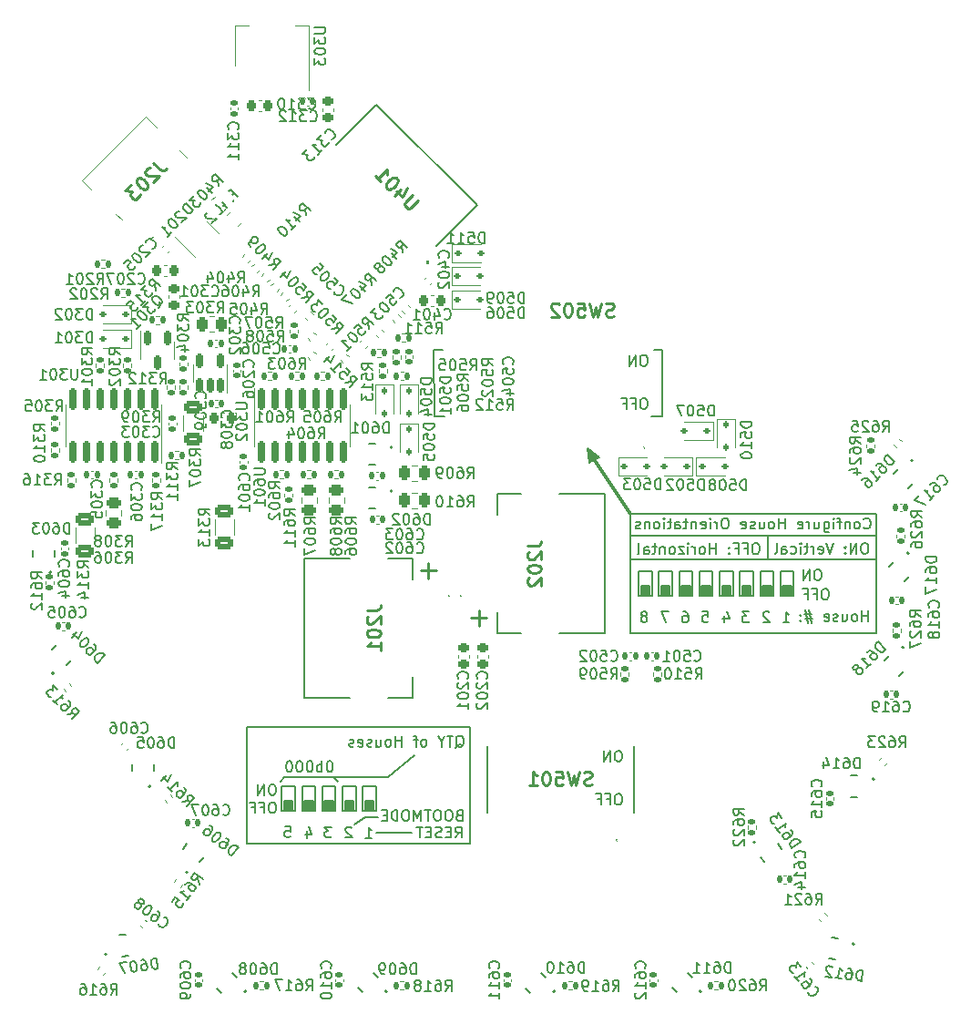
<source format=gbo>
G04 #@! TF.GenerationSoftware,KiCad,Pcbnew,7.0.9*
G04 #@! TF.CreationDate,2023-12-10T17:01:55-06:00*
G04 #@! TF.ProjectId,Sleigh_Controller_Ornament_2023,536c6569-6768-45f4-936f-6e74726f6c6c,rev?*
G04 #@! TF.SameCoordinates,Original*
G04 #@! TF.FileFunction,Legend,Bot*
G04 #@! TF.FilePolarity,Positive*
%FSLAX46Y46*%
G04 Gerber Fmt 4.6, Leading zero omitted, Abs format (unit mm)*
G04 Created by KiCad (PCBNEW 7.0.9) date 2023-12-10 17:01:55*
%MOMM*%
%LPD*%
G01*
G04 APERTURE LIST*
G04 Aperture macros list*
%AMRoundRect*
0 Rectangle with rounded corners*
0 $1 Rounding radius*
0 $2 $3 $4 $5 $6 $7 $8 $9 X,Y pos of 4 corners*
0 Add a 4 corners polygon primitive as box body*
4,1,4,$2,$3,$4,$5,$6,$7,$8,$9,$2,$3,0*
0 Add four circle primitives for the rounded corners*
1,1,$1+$1,$2,$3*
1,1,$1+$1,$4,$5*
1,1,$1+$1,$6,$7*
1,1,$1+$1,$8,$9*
0 Add four rect primitives between the rounded corners*
20,1,$1+$1,$2,$3,$4,$5,0*
20,1,$1+$1,$4,$5,$6,$7,0*
20,1,$1+$1,$6,$7,$8,$9,0*
20,1,$1+$1,$8,$9,$2,$3,0*%
%AMHorizOval*
0 Thick line with rounded ends*
0 $1 width*
0 $2 $3 position (X,Y) of the first rounded end (center of the circle)*
0 $4 $5 position (X,Y) of the second rounded end (center of the circle)*
0 Add line between two ends*
20,1,$1,$2,$3,$4,$5,0*
0 Add two circle primitives to create the rounded ends*
1,1,$1,$2,$3*
1,1,$1,$4,$5*%
%AMRotRect*
0 Rectangle, with rotation*
0 The origin of the aperture is its center*
0 $1 length*
0 $2 width*
0 $3 Rotation angle, in degrees counterclockwise*
0 Add horizontal line*
21,1,$1,$2,0,0,$3*%
G04 Aperture macros list end*
%ADD10C,0.250000*%
%ADD11C,0.150000*%
%ADD12C,0.300000*%
%ADD13C,0.254000*%
%ADD14C,0.200000*%
%ADD15C,0.100000*%
%ADD16C,0.120000*%
%ADD17C,0.127000*%
%ADD18RotRect,0.400000X0.800000X45.000000*%
%ADD19RotRect,0.400000X0.800000X135.000000*%
%ADD20RotRect,1.450000X1.450000X135.000000*%
%ADD21RotRect,0.700000X0.700000X135.000000*%
%ADD22C,0.650000*%
%ADD23RotRect,0.300000X1.078000X45.000000*%
%ADD24RotRect,0.300000X1.150000X45.000000*%
%ADD25RotRect,2.000000X2.000000X45.000000*%
%ADD26HorizOval,1.000000X-0.388909X0.388909X0.388909X-0.388909X0*%
%ADD27R,2.920000X1.270000*%
%ADD28R,1.650000X3.430000*%
%ADD29C,1.820000*%
%ADD30RoundRect,0.135000X0.185000X-0.135000X0.185000X0.135000X-0.185000X0.135000X-0.185000X-0.135000X0*%
%ADD31RoundRect,0.112500X-0.112500X0.187500X-0.112500X-0.187500X0.112500X-0.187500X0.112500X0.187500X0*%
%ADD32RoundRect,0.250000X-0.625000X0.312500X-0.625000X-0.312500X0.625000X-0.312500X0.625000X0.312500X0*%
%ADD33RoundRect,0.135000X0.135000X0.185000X-0.135000X0.185000X-0.135000X-0.185000X0.135000X-0.185000X0*%
%ADD34RotRect,0.700000X0.700000X225.000000*%
%ADD35RotRect,0.700000X0.700000X45.000000*%
%ADD36RoundRect,0.225000X-0.225000X-0.250000X0.225000X-0.250000X0.225000X0.250000X-0.225000X0.250000X0*%
%ADD37RoundRect,0.140000X-0.170000X0.140000X-0.170000X-0.140000X0.170000X-0.140000X0.170000X0.140000X0*%
%ADD38RoundRect,0.140000X-0.220122X0.006812X-0.048894X-0.214731X0.220122X-0.006812X0.048894X0.214731X0*%
%ADD39RoundRect,0.150000X-0.468458X0.256326X0.256326X-0.468458X0.468458X-0.256326X-0.256326X0.468458X0*%
%ADD40RoundRect,0.250000X0.262500X0.450000X-0.262500X0.450000X-0.262500X-0.450000X0.262500X-0.450000X0*%
%ADD41RoundRect,0.135000X-0.035355X0.226274X-0.226274X0.035355X0.035355X-0.226274X0.226274X-0.035355X0*%
%ADD42RoundRect,0.140000X-0.140000X-0.170000X0.140000X-0.170000X0.140000X0.170000X-0.140000X0.170000X0*%
%ADD43RoundRect,0.135000X-0.185000X0.135000X-0.185000X-0.135000X0.185000X-0.135000X0.185000X0.135000X0*%
%ADD44RotRect,0.700000X0.700000X52.200000*%
%ADD45RotRect,0.700000X0.700000X232.200000*%
%ADD46RoundRect,0.135000X0.035355X-0.226274X0.226274X-0.035355X-0.035355X0.226274X-0.226274X0.035355X0*%
%ADD47RoundRect,0.250000X-0.132583X0.503814X-0.503814X0.132583X0.132583X-0.503814X0.503814X-0.132583X0*%
%ADD48RoundRect,0.140000X0.140000X0.170000X-0.140000X0.170000X-0.140000X-0.170000X0.140000X-0.170000X0*%
%ADD49RoundRect,0.135000X-0.226274X-0.035355X-0.035355X-0.226274X0.226274X0.035355X0.035355X0.226274X0*%
%ADD50RoundRect,0.135000X0.226274X0.035355X0.035355X0.226274X-0.226274X-0.035355X-0.035355X-0.226274X0*%
%ADD51RoundRect,0.135000X-0.135000X-0.185000X0.135000X-0.185000X0.135000X0.185000X-0.135000X0.185000X0*%
%ADD52RoundRect,0.112500X-0.187500X-0.112500X0.187500X-0.112500X0.187500X0.112500X-0.187500X0.112500X0*%
%ADD53RoundRect,0.250000X-0.450000X0.262500X-0.450000X-0.262500X0.450000X-0.262500X0.450000X0.262500X0*%
%ADD54RoundRect,0.135000X0.063436X-0.220059X0.228921X-0.006717X-0.063436X0.220059X-0.228921X0.006717X0*%
%ADD55RotRect,0.700000X0.700000X307.700000*%
%ADD56RotRect,0.700000X0.700000X127.700000*%
%ADD57RoundRect,0.150000X0.150000X-0.512500X0.150000X0.512500X-0.150000X0.512500X-0.150000X-0.512500X0*%
%ADD58RotRect,0.700000X0.700000X315.000000*%
%ADD59RoundRect,0.225000X-0.250000X0.225000X-0.250000X-0.225000X0.250000X-0.225000X0.250000X0.225000X0*%
%ADD60RoundRect,0.112500X0.187500X0.112500X-0.187500X0.112500X-0.187500X-0.112500X0.187500X-0.112500X0*%
%ADD61RoundRect,0.140000X-0.021213X0.219203X-0.219203X0.021213X0.021213X-0.219203X0.219203X-0.021213X0*%
%ADD62R,1.100000X1.500000*%
%ADD63R,0.700000X0.700000*%
%ADD64R,1.500000X2.000000*%
%ADD65R,3.800000X2.000000*%
%ADD66RoundRect,0.140000X0.219203X0.021213X0.021213X0.219203X-0.219203X-0.021213X-0.021213X-0.219203X0*%
%ADD67RoundRect,0.250000X0.450000X-0.262500X0.450000X0.262500X-0.450000X0.262500X-0.450000X-0.262500X0*%
%ADD68RoundRect,0.150000X0.150000X-0.825000X0.150000X0.825000X-0.150000X0.825000X-0.150000X-0.825000X0*%
%ADD69RoundRect,0.140000X0.214816X0.048519X-0.006428X0.220133X-0.214816X-0.048519X0.006428X-0.220133X0*%
%ADD70RoundRect,0.225000X0.225000X0.250000X-0.225000X0.250000X-0.225000X-0.250000X0.225000X-0.250000X0*%
%ADD71RoundRect,0.140000X0.021213X-0.219203X0.219203X-0.021213X-0.021213X0.219203X-0.219203X0.021213X0*%
%ADD72RoundRect,0.150000X-0.150000X0.825000X-0.150000X-0.825000X0.150000X-0.825000X0.150000X0.825000X0*%
%ADD73RoundRect,0.250000X-0.262500X-0.450000X0.262500X-0.450000X0.262500X0.450000X-0.262500X0.450000X0*%
%ADD74RoundRect,0.150000X-0.150000X0.512500X-0.150000X-0.512500X0.150000X-0.512500X0.150000X0.512500X0*%
%ADD75RotRect,0.700000X0.700000X172.700000*%
%ADD76RotRect,0.700000X0.700000X352.700000*%
%ADD77R,1.100000X2.200000*%
%ADD78RoundRect,0.140000X0.170000X-0.140000X0.170000X0.140000X-0.170000X0.140000X-0.170000X-0.140000X0*%
%ADD79RotRect,0.700000X0.700000X7.200000*%
%ADD80RotRect,0.700000X0.700000X187.200000*%
%ADD81RoundRect,0.250000X0.625000X-0.312500X0.625000X0.312500X-0.625000X0.312500X-0.625000X-0.312500X0*%
G04 APERTURE END LIST*
D10*
X153060400Y-94513400D02*
X153060400Y-95961200D01*
X152336500Y-95237300D02*
X153784300Y-95237300D01*
X147637500Y-90843100D02*
X149085300Y-90843100D01*
X148361400Y-90119200D02*
X148361400Y-91567000D01*
D11*
X144627600Y-110032800D02*
X147066000Y-108000800D01*
X139248944Y-108547019D02*
X139153706Y-108547019D01*
X139153706Y-108547019D02*
X139058468Y-108594638D01*
X139058468Y-108594638D02*
X139010849Y-108642257D01*
X139010849Y-108642257D02*
X138963230Y-108737495D01*
X138963230Y-108737495D02*
X138915611Y-108927971D01*
X138915611Y-108927971D02*
X138915611Y-109166066D01*
X138915611Y-109166066D02*
X138963230Y-109356542D01*
X138963230Y-109356542D02*
X139010849Y-109451780D01*
X139010849Y-109451780D02*
X139058468Y-109499400D01*
X139058468Y-109499400D02*
X139153706Y-109547019D01*
X139153706Y-109547019D02*
X139248944Y-109547019D01*
X139248944Y-109547019D02*
X139344182Y-109499400D01*
X139344182Y-109499400D02*
X139391801Y-109451780D01*
X139391801Y-109451780D02*
X139439420Y-109356542D01*
X139439420Y-109356542D02*
X139487039Y-109166066D01*
X139487039Y-109166066D02*
X139487039Y-108927971D01*
X139487039Y-108927971D02*
X139439420Y-108737495D01*
X139439420Y-108737495D02*
X139391801Y-108642257D01*
X139391801Y-108642257D02*
X139344182Y-108594638D01*
X139344182Y-108594638D02*
X139248944Y-108547019D01*
X138487039Y-109547019D02*
X138487039Y-108547019D01*
X138487039Y-108927971D02*
X138391801Y-108880352D01*
X138391801Y-108880352D02*
X138201325Y-108880352D01*
X138201325Y-108880352D02*
X138106087Y-108927971D01*
X138106087Y-108927971D02*
X138058468Y-108975590D01*
X138058468Y-108975590D02*
X138010849Y-109070828D01*
X138010849Y-109070828D02*
X138010849Y-109356542D01*
X138010849Y-109356542D02*
X138058468Y-109451780D01*
X138058468Y-109451780D02*
X138106087Y-109499400D01*
X138106087Y-109499400D02*
X138201325Y-109547019D01*
X138201325Y-109547019D02*
X138391801Y-109547019D01*
X138391801Y-109547019D02*
X138487039Y-109499400D01*
X137391801Y-108547019D02*
X137296563Y-108547019D01*
X137296563Y-108547019D02*
X137201325Y-108594638D01*
X137201325Y-108594638D02*
X137153706Y-108642257D01*
X137153706Y-108642257D02*
X137106087Y-108737495D01*
X137106087Y-108737495D02*
X137058468Y-108927971D01*
X137058468Y-108927971D02*
X137058468Y-109166066D01*
X137058468Y-109166066D02*
X137106087Y-109356542D01*
X137106087Y-109356542D02*
X137153706Y-109451780D01*
X137153706Y-109451780D02*
X137201325Y-109499400D01*
X137201325Y-109499400D02*
X137296563Y-109547019D01*
X137296563Y-109547019D02*
X137391801Y-109547019D01*
X137391801Y-109547019D02*
X137487039Y-109499400D01*
X137487039Y-109499400D02*
X137534658Y-109451780D01*
X137534658Y-109451780D02*
X137582277Y-109356542D01*
X137582277Y-109356542D02*
X137629896Y-109166066D01*
X137629896Y-109166066D02*
X137629896Y-108927971D01*
X137629896Y-108927971D02*
X137582277Y-108737495D01*
X137582277Y-108737495D02*
X137534658Y-108642257D01*
X137534658Y-108642257D02*
X137487039Y-108594638D01*
X137487039Y-108594638D02*
X137391801Y-108547019D01*
X136439420Y-108547019D02*
X136344182Y-108547019D01*
X136344182Y-108547019D02*
X136248944Y-108594638D01*
X136248944Y-108594638D02*
X136201325Y-108642257D01*
X136201325Y-108642257D02*
X136153706Y-108737495D01*
X136153706Y-108737495D02*
X136106087Y-108927971D01*
X136106087Y-108927971D02*
X136106087Y-109166066D01*
X136106087Y-109166066D02*
X136153706Y-109356542D01*
X136153706Y-109356542D02*
X136201325Y-109451780D01*
X136201325Y-109451780D02*
X136248944Y-109499400D01*
X136248944Y-109499400D02*
X136344182Y-109547019D01*
X136344182Y-109547019D02*
X136439420Y-109547019D01*
X136439420Y-109547019D02*
X136534658Y-109499400D01*
X136534658Y-109499400D02*
X136582277Y-109451780D01*
X136582277Y-109451780D02*
X136629896Y-109356542D01*
X136629896Y-109356542D02*
X136677515Y-109166066D01*
X136677515Y-109166066D02*
X136677515Y-108927971D01*
X136677515Y-108927971D02*
X136629896Y-108737495D01*
X136629896Y-108737495D02*
X136582277Y-108642257D01*
X136582277Y-108642257D02*
X136534658Y-108594638D01*
X136534658Y-108594638D02*
X136439420Y-108547019D01*
X135487039Y-108547019D02*
X135391801Y-108547019D01*
X135391801Y-108547019D02*
X135296563Y-108594638D01*
X135296563Y-108594638D02*
X135248944Y-108642257D01*
X135248944Y-108642257D02*
X135201325Y-108737495D01*
X135201325Y-108737495D02*
X135153706Y-108927971D01*
X135153706Y-108927971D02*
X135153706Y-109166066D01*
X135153706Y-109166066D02*
X135201325Y-109356542D01*
X135201325Y-109356542D02*
X135248944Y-109451780D01*
X135248944Y-109451780D02*
X135296563Y-109499400D01*
X135296563Y-109499400D02*
X135391801Y-109547019D01*
X135391801Y-109547019D02*
X135487039Y-109547019D01*
X135487039Y-109547019D02*
X135582277Y-109499400D01*
X135582277Y-109499400D02*
X135629896Y-109451780D01*
X135629896Y-109451780D02*
X135677515Y-109356542D01*
X135677515Y-109356542D02*
X135725134Y-109166066D01*
X135725134Y-109166066D02*
X135725134Y-108927971D01*
X135725134Y-108927971D02*
X135677515Y-108737495D01*
X135677515Y-108737495D02*
X135629896Y-108642257D01*
X135629896Y-108642257D02*
X135582277Y-108594638D01*
X135582277Y-108594638D02*
X135487039Y-108547019D01*
X139573000Y-110032800D02*
X144627600Y-110032800D01*
X150913954Y-107305457D02*
X151009192Y-107257838D01*
X151009192Y-107257838D02*
X151104430Y-107162600D01*
X151104430Y-107162600D02*
X151247287Y-107019742D01*
X151247287Y-107019742D02*
X151342525Y-106972123D01*
X151342525Y-106972123D02*
X151437763Y-106972123D01*
X151390144Y-107210219D02*
X151485382Y-107162600D01*
X151485382Y-107162600D02*
X151580620Y-107067361D01*
X151580620Y-107067361D02*
X151628239Y-106876885D01*
X151628239Y-106876885D02*
X151628239Y-106543552D01*
X151628239Y-106543552D02*
X151580620Y-106353076D01*
X151580620Y-106353076D02*
X151485382Y-106257838D01*
X151485382Y-106257838D02*
X151390144Y-106210219D01*
X151390144Y-106210219D02*
X151199668Y-106210219D01*
X151199668Y-106210219D02*
X151104430Y-106257838D01*
X151104430Y-106257838D02*
X151009192Y-106353076D01*
X151009192Y-106353076D02*
X150961573Y-106543552D01*
X150961573Y-106543552D02*
X150961573Y-106876885D01*
X150961573Y-106876885D02*
X151009192Y-107067361D01*
X151009192Y-107067361D02*
X151104430Y-107162600D01*
X151104430Y-107162600D02*
X151199668Y-107210219D01*
X151199668Y-107210219D02*
X151390144Y-107210219D01*
X150675858Y-106210219D02*
X150104430Y-106210219D01*
X150390144Y-107210219D02*
X150390144Y-106210219D01*
X149580620Y-106734028D02*
X149580620Y-107210219D01*
X149913953Y-106210219D02*
X149580620Y-106734028D01*
X149580620Y-106734028D02*
X149247287Y-106210219D01*
X148009191Y-107210219D02*
X148104429Y-107162600D01*
X148104429Y-107162600D02*
X148152048Y-107114980D01*
X148152048Y-107114980D02*
X148199667Y-107019742D01*
X148199667Y-107019742D02*
X148199667Y-106734028D01*
X148199667Y-106734028D02*
X148152048Y-106638790D01*
X148152048Y-106638790D02*
X148104429Y-106591171D01*
X148104429Y-106591171D02*
X148009191Y-106543552D01*
X148009191Y-106543552D02*
X147866334Y-106543552D01*
X147866334Y-106543552D02*
X147771096Y-106591171D01*
X147771096Y-106591171D02*
X147723477Y-106638790D01*
X147723477Y-106638790D02*
X147675858Y-106734028D01*
X147675858Y-106734028D02*
X147675858Y-107019742D01*
X147675858Y-107019742D02*
X147723477Y-107114980D01*
X147723477Y-107114980D02*
X147771096Y-107162600D01*
X147771096Y-107162600D02*
X147866334Y-107210219D01*
X147866334Y-107210219D02*
X148009191Y-107210219D01*
X147390143Y-106543552D02*
X147009191Y-106543552D01*
X147247286Y-107210219D02*
X147247286Y-106353076D01*
X147247286Y-106353076D02*
X147199667Y-106257838D01*
X147199667Y-106257838D02*
X147104429Y-106210219D01*
X147104429Y-106210219D02*
X147009191Y-106210219D01*
X145913952Y-107210219D02*
X145913952Y-106210219D01*
X145913952Y-106686409D02*
X145342524Y-106686409D01*
X145342524Y-107210219D02*
X145342524Y-106210219D01*
X144723476Y-107210219D02*
X144818714Y-107162600D01*
X144818714Y-107162600D02*
X144866333Y-107114980D01*
X144866333Y-107114980D02*
X144913952Y-107019742D01*
X144913952Y-107019742D02*
X144913952Y-106734028D01*
X144913952Y-106734028D02*
X144866333Y-106638790D01*
X144866333Y-106638790D02*
X144818714Y-106591171D01*
X144818714Y-106591171D02*
X144723476Y-106543552D01*
X144723476Y-106543552D02*
X144580619Y-106543552D01*
X144580619Y-106543552D02*
X144485381Y-106591171D01*
X144485381Y-106591171D02*
X144437762Y-106638790D01*
X144437762Y-106638790D02*
X144390143Y-106734028D01*
X144390143Y-106734028D02*
X144390143Y-107019742D01*
X144390143Y-107019742D02*
X144437762Y-107114980D01*
X144437762Y-107114980D02*
X144485381Y-107162600D01*
X144485381Y-107162600D02*
X144580619Y-107210219D01*
X144580619Y-107210219D02*
X144723476Y-107210219D01*
X143533000Y-106543552D02*
X143533000Y-107210219D01*
X143961571Y-106543552D02*
X143961571Y-107067361D01*
X143961571Y-107067361D02*
X143913952Y-107162600D01*
X143913952Y-107162600D02*
X143818714Y-107210219D01*
X143818714Y-107210219D02*
X143675857Y-107210219D01*
X143675857Y-107210219D02*
X143580619Y-107162600D01*
X143580619Y-107162600D02*
X143533000Y-107114980D01*
X143104428Y-107162600D02*
X143009190Y-107210219D01*
X143009190Y-107210219D02*
X142818714Y-107210219D01*
X142818714Y-107210219D02*
X142723476Y-107162600D01*
X142723476Y-107162600D02*
X142675857Y-107067361D01*
X142675857Y-107067361D02*
X142675857Y-107019742D01*
X142675857Y-107019742D02*
X142723476Y-106924504D01*
X142723476Y-106924504D02*
X142818714Y-106876885D01*
X142818714Y-106876885D02*
X142961571Y-106876885D01*
X142961571Y-106876885D02*
X143056809Y-106829266D01*
X143056809Y-106829266D02*
X143104428Y-106734028D01*
X143104428Y-106734028D02*
X143104428Y-106686409D01*
X143104428Y-106686409D02*
X143056809Y-106591171D01*
X143056809Y-106591171D02*
X142961571Y-106543552D01*
X142961571Y-106543552D02*
X142818714Y-106543552D01*
X142818714Y-106543552D02*
X142723476Y-106591171D01*
X141866333Y-107162600D02*
X141961571Y-107210219D01*
X141961571Y-107210219D02*
X142152047Y-107210219D01*
X142152047Y-107210219D02*
X142247285Y-107162600D01*
X142247285Y-107162600D02*
X142294904Y-107067361D01*
X142294904Y-107067361D02*
X142294904Y-106686409D01*
X142294904Y-106686409D02*
X142247285Y-106591171D01*
X142247285Y-106591171D02*
X142152047Y-106543552D01*
X142152047Y-106543552D02*
X141961571Y-106543552D01*
X141961571Y-106543552D02*
X141866333Y-106591171D01*
X141866333Y-106591171D02*
X141818714Y-106686409D01*
X141818714Y-106686409D02*
X141818714Y-106781647D01*
X141818714Y-106781647D02*
X142294904Y-106876885D01*
X141437761Y-107162600D02*
X141342523Y-107210219D01*
X141342523Y-107210219D02*
X141152047Y-107210219D01*
X141152047Y-107210219D02*
X141056809Y-107162600D01*
X141056809Y-107162600D02*
X141009190Y-107067361D01*
X141009190Y-107067361D02*
X141009190Y-107019742D01*
X141009190Y-107019742D02*
X141056809Y-106924504D01*
X141056809Y-106924504D02*
X141152047Y-106876885D01*
X141152047Y-106876885D02*
X141294904Y-106876885D01*
X141294904Y-106876885D02*
X141390142Y-106829266D01*
X141390142Y-106829266D02*
X141437761Y-106734028D01*
X141437761Y-106734028D02*
X141437761Y-106686409D01*
X141437761Y-106686409D02*
X141390142Y-106591171D01*
X141390142Y-106591171D02*
X141294904Y-106543552D01*
X141294904Y-106543552D02*
X141152047Y-106543552D01*
X141152047Y-106543552D02*
X141056809Y-106591171D01*
X139573000Y-110032800D02*
X139979400Y-110439200D01*
X135001000Y-110032800D02*
X139573000Y-110032800D01*
X134594600Y-110439200D02*
X135001000Y-110032800D01*
X142494000Y-113792000D02*
X143713200Y-113792000D01*
X141503400Y-114452400D02*
X142494000Y-113792000D01*
X143560800Y-115239800D02*
X146812000Y-115239800D01*
X151221887Y-113569809D02*
X151079030Y-113617428D01*
X151079030Y-113617428D02*
X151031411Y-113665047D01*
X151031411Y-113665047D02*
X150983792Y-113760285D01*
X150983792Y-113760285D02*
X150983792Y-113903142D01*
X150983792Y-113903142D02*
X151031411Y-113998380D01*
X151031411Y-113998380D02*
X151079030Y-114046000D01*
X151079030Y-114046000D02*
X151174268Y-114093619D01*
X151174268Y-114093619D02*
X151555220Y-114093619D01*
X151555220Y-114093619D02*
X151555220Y-113093619D01*
X151555220Y-113093619D02*
X151221887Y-113093619D01*
X151221887Y-113093619D02*
X151126649Y-113141238D01*
X151126649Y-113141238D02*
X151079030Y-113188857D01*
X151079030Y-113188857D02*
X151031411Y-113284095D01*
X151031411Y-113284095D02*
X151031411Y-113379333D01*
X151031411Y-113379333D02*
X151079030Y-113474571D01*
X151079030Y-113474571D02*
X151126649Y-113522190D01*
X151126649Y-113522190D02*
X151221887Y-113569809D01*
X151221887Y-113569809D02*
X151555220Y-113569809D01*
X150364744Y-113093619D02*
X150174268Y-113093619D01*
X150174268Y-113093619D02*
X150079030Y-113141238D01*
X150079030Y-113141238D02*
X149983792Y-113236476D01*
X149983792Y-113236476D02*
X149936173Y-113426952D01*
X149936173Y-113426952D02*
X149936173Y-113760285D01*
X149936173Y-113760285D02*
X149983792Y-113950761D01*
X149983792Y-113950761D02*
X150079030Y-114046000D01*
X150079030Y-114046000D02*
X150174268Y-114093619D01*
X150174268Y-114093619D02*
X150364744Y-114093619D01*
X150364744Y-114093619D02*
X150459982Y-114046000D01*
X150459982Y-114046000D02*
X150555220Y-113950761D01*
X150555220Y-113950761D02*
X150602839Y-113760285D01*
X150602839Y-113760285D02*
X150602839Y-113426952D01*
X150602839Y-113426952D02*
X150555220Y-113236476D01*
X150555220Y-113236476D02*
X150459982Y-113141238D01*
X150459982Y-113141238D02*
X150364744Y-113093619D01*
X149317125Y-113093619D02*
X149126649Y-113093619D01*
X149126649Y-113093619D02*
X149031411Y-113141238D01*
X149031411Y-113141238D02*
X148936173Y-113236476D01*
X148936173Y-113236476D02*
X148888554Y-113426952D01*
X148888554Y-113426952D02*
X148888554Y-113760285D01*
X148888554Y-113760285D02*
X148936173Y-113950761D01*
X148936173Y-113950761D02*
X149031411Y-114046000D01*
X149031411Y-114046000D02*
X149126649Y-114093619D01*
X149126649Y-114093619D02*
X149317125Y-114093619D01*
X149317125Y-114093619D02*
X149412363Y-114046000D01*
X149412363Y-114046000D02*
X149507601Y-113950761D01*
X149507601Y-113950761D02*
X149555220Y-113760285D01*
X149555220Y-113760285D02*
X149555220Y-113426952D01*
X149555220Y-113426952D02*
X149507601Y-113236476D01*
X149507601Y-113236476D02*
X149412363Y-113141238D01*
X149412363Y-113141238D02*
X149317125Y-113093619D01*
X148602839Y-113093619D02*
X148031411Y-113093619D01*
X148317125Y-114093619D02*
X148317125Y-113093619D01*
X147698077Y-114093619D02*
X147698077Y-113093619D01*
X147698077Y-113093619D02*
X147364744Y-113807904D01*
X147364744Y-113807904D02*
X147031411Y-113093619D01*
X147031411Y-113093619D02*
X147031411Y-114093619D01*
X146364744Y-113093619D02*
X146174268Y-113093619D01*
X146174268Y-113093619D02*
X146079030Y-113141238D01*
X146079030Y-113141238D02*
X145983792Y-113236476D01*
X145983792Y-113236476D02*
X145936173Y-113426952D01*
X145936173Y-113426952D02*
X145936173Y-113760285D01*
X145936173Y-113760285D02*
X145983792Y-113950761D01*
X145983792Y-113950761D02*
X146079030Y-114046000D01*
X146079030Y-114046000D02*
X146174268Y-114093619D01*
X146174268Y-114093619D02*
X146364744Y-114093619D01*
X146364744Y-114093619D02*
X146459982Y-114046000D01*
X146459982Y-114046000D02*
X146555220Y-113950761D01*
X146555220Y-113950761D02*
X146602839Y-113760285D01*
X146602839Y-113760285D02*
X146602839Y-113426952D01*
X146602839Y-113426952D02*
X146555220Y-113236476D01*
X146555220Y-113236476D02*
X146459982Y-113141238D01*
X146459982Y-113141238D02*
X146364744Y-113093619D01*
X145507601Y-114093619D02*
X145507601Y-113093619D01*
X145507601Y-113093619D02*
X145269506Y-113093619D01*
X145269506Y-113093619D02*
X145126649Y-113141238D01*
X145126649Y-113141238D02*
X145031411Y-113236476D01*
X145031411Y-113236476D02*
X144983792Y-113331714D01*
X144983792Y-113331714D02*
X144936173Y-113522190D01*
X144936173Y-113522190D02*
X144936173Y-113665047D01*
X144936173Y-113665047D02*
X144983792Y-113855523D01*
X144983792Y-113855523D02*
X145031411Y-113950761D01*
X145031411Y-113950761D02*
X145126649Y-114046000D01*
X145126649Y-114046000D02*
X145269506Y-114093619D01*
X145269506Y-114093619D02*
X145507601Y-114093619D01*
X144507601Y-113569809D02*
X144174268Y-113569809D01*
X144031411Y-114093619D02*
X144507601Y-114093619D01*
X144507601Y-114093619D02*
X144507601Y-113093619D01*
X144507601Y-113093619D02*
X144031411Y-113093619D01*
X150882192Y-115668419D02*
X151215525Y-115192228D01*
X151453620Y-115668419D02*
X151453620Y-114668419D01*
X151453620Y-114668419D02*
X151072668Y-114668419D01*
X151072668Y-114668419D02*
X150977430Y-114716038D01*
X150977430Y-114716038D02*
X150929811Y-114763657D01*
X150929811Y-114763657D02*
X150882192Y-114858895D01*
X150882192Y-114858895D02*
X150882192Y-115001752D01*
X150882192Y-115001752D02*
X150929811Y-115096990D01*
X150929811Y-115096990D02*
X150977430Y-115144609D01*
X150977430Y-115144609D02*
X151072668Y-115192228D01*
X151072668Y-115192228D02*
X151453620Y-115192228D01*
X150453620Y-115144609D02*
X150120287Y-115144609D01*
X149977430Y-115668419D02*
X150453620Y-115668419D01*
X150453620Y-115668419D02*
X150453620Y-114668419D01*
X150453620Y-114668419D02*
X149977430Y-114668419D01*
X149596477Y-115620800D02*
X149453620Y-115668419D01*
X149453620Y-115668419D02*
X149215525Y-115668419D01*
X149215525Y-115668419D02*
X149120287Y-115620800D01*
X149120287Y-115620800D02*
X149072668Y-115573180D01*
X149072668Y-115573180D02*
X149025049Y-115477942D01*
X149025049Y-115477942D02*
X149025049Y-115382704D01*
X149025049Y-115382704D02*
X149072668Y-115287466D01*
X149072668Y-115287466D02*
X149120287Y-115239847D01*
X149120287Y-115239847D02*
X149215525Y-115192228D01*
X149215525Y-115192228D02*
X149406001Y-115144609D01*
X149406001Y-115144609D02*
X149501239Y-115096990D01*
X149501239Y-115096990D02*
X149548858Y-115049371D01*
X149548858Y-115049371D02*
X149596477Y-114954133D01*
X149596477Y-114954133D02*
X149596477Y-114858895D01*
X149596477Y-114858895D02*
X149548858Y-114763657D01*
X149548858Y-114763657D02*
X149501239Y-114716038D01*
X149501239Y-114716038D02*
X149406001Y-114668419D01*
X149406001Y-114668419D02*
X149167906Y-114668419D01*
X149167906Y-114668419D02*
X149025049Y-114716038D01*
X148596477Y-115144609D02*
X148263144Y-115144609D01*
X148120287Y-115668419D02*
X148596477Y-115668419D01*
X148596477Y-115668419D02*
X148596477Y-114668419D01*
X148596477Y-114668419D02*
X148120287Y-114668419D01*
X147834572Y-114668419D02*
X147263144Y-114668419D01*
X147548858Y-115668419D02*
X147548858Y-114668419D01*
X138531600Y-110896400D02*
X139750800Y-110896400D01*
X139750800Y-113207800D01*
X138531600Y-113207800D01*
X138531600Y-110896400D01*
X136652000Y-110896400D02*
X137871200Y-110896400D01*
X137871200Y-113207800D01*
X136652000Y-113207800D01*
X136652000Y-110896400D01*
X136855200Y-112268000D02*
X137668000Y-112268000D01*
X137668000Y-113004600D01*
X136855200Y-113004600D01*
X136855200Y-112268000D01*
G36*
X136855200Y-112268000D02*
G01*
X137668000Y-112268000D01*
X137668000Y-113004600D01*
X136855200Y-113004600D01*
X136855200Y-112268000D01*
G37*
X137055049Y-115014452D02*
X137055049Y-115681119D01*
X137293144Y-114633500D02*
X137531239Y-115347785D01*
X137531239Y-115347785D02*
X136912192Y-115347785D01*
X140411200Y-110896400D02*
X141630400Y-110896400D01*
X141630400Y-113207800D01*
X140411200Y-113207800D01*
X140411200Y-110896400D01*
X140614400Y-112268000D02*
X141427200Y-112268000D01*
X141427200Y-113004600D01*
X140614400Y-113004600D01*
X140614400Y-112268000D01*
G36*
X140614400Y-112268000D02*
G01*
X141427200Y-112268000D01*
X141427200Y-113004600D01*
X140614400Y-113004600D01*
X140614400Y-112268000D01*
G37*
X142494000Y-112268000D02*
X143306800Y-112268000D01*
X143306800Y-113004600D01*
X142494000Y-113004600D01*
X142494000Y-112268000D01*
G36*
X142494000Y-112268000D02*
G01*
X143306800Y-112268000D01*
X143306800Y-113004600D01*
X142494000Y-113004600D01*
X142494000Y-112268000D01*
G37*
X133965744Y-112382419D02*
X133775268Y-112382419D01*
X133775268Y-112382419D02*
X133680030Y-112430038D01*
X133680030Y-112430038D02*
X133584792Y-112525276D01*
X133584792Y-112525276D02*
X133537173Y-112715752D01*
X133537173Y-112715752D02*
X133537173Y-113049085D01*
X133537173Y-113049085D02*
X133584792Y-113239561D01*
X133584792Y-113239561D02*
X133680030Y-113334800D01*
X133680030Y-113334800D02*
X133775268Y-113382419D01*
X133775268Y-113382419D02*
X133965744Y-113382419D01*
X133965744Y-113382419D02*
X134060982Y-113334800D01*
X134060982Y-113334800D02*
X134156220Y-113239561D01*
X134156220Y-113239561D02*
X134203839Y-113049085D01*
X134203839Y-113049085D02*
X134203839Y-112715752D01*
X134203839Y-112715752D02*
X134156220Y-112525276D01*
X134156220Y-112525276D02*
X134060982Y-112430038D01*
X134060982Y-112430038D02*
X133965744Y-112382419D01*
X132775268Y-112858609D02*
X133108601Y-112858609D01*
X133108601Y-113382419D02*
X133108601Y-112382419D01*
X133108601Y-112382419D02*
X132632411Y-112382419D01*
X131918125Y-112858609D02*
X132251458Y-112858609D01*
X132251458Y-113382419D02*
X132251458Y-112382419D01*
X132251458Y-112382419D02*
X131775268Y-112382419D01*
X134950200Y-112268000D02*
X135763000Y-112268000D01*
X135763000Y-113004600D01*
X134950200Y-113004600D01*
X134950200Y-112268000D01*
G36*
X134950200Y-112268000D02*
G01*
X135763000Y-112268000D01*
X135763000Y-113004600D01*
X134950200Y-113004600D01*
X134950200Y-112268000D01*
G37*
X141239639Y-114750957D02*
X141192020Y-114703338D01*
X141192020Y-114703338D02*
X141096782Y-114655719D01*
X141096782Y-114655719D02*
X140858687Y-114655719D01*
X140858687Y-114655719D02*
X140763449Y-114703338D01*
X140763449Y-114703338D02*
X140715830Y-114750957D01*
X140715830Y-114750957D02*
X140668211Y-114846195D01*
X140668211Y-114846195D02*
X140668211Y-114941433D01*
X140668211Y-114941433D02*
X140715830Y-115084290D01*
X140715830Y-115084290D02*
X141287258Y-115655719D01*
X141287258Y-115655719D02*
X140668211Y-115655719D01*
X134747000Y-110896400D02*
X135966200Y-110896400D01*
X135966200Y-113207800D01*
X134747000Y-113207800D01*
X134747000Y-110896400D01*
X135051630Y-114630319D02*
X135527820Y-114630319D01*
X135527820Y-114630319D02*
X135575439Y-115106509D01*
X135575439Y-115106509D02*
X135527820Y-115058890D01*
X135527820Y-115058890D02*
X135432582Y-115011271D01*
X135432582Y-115011271D02*
X135194487Y-115011271D01*
X135194487Y-115011271D02*
X135099249Y-115058890D01*
X135099249Y-115058890D02*
X135051630Y-115106509D01*
X135051630Y-115106509D02*
X135004011Y-115201747D01*
X135004011Y-115201747D02*
X135004011Y-115439842D01*
X135004011Y-115439842D02*
X135051630Y-115535080D01*
X135051630Y-115535080D02*
X135099249Y-115582700D01*
X135099249Y-115582700D02*
X135194487Y-115630319D01*
X135194487Y-115630319D02*
X135432582Y-115630319D01*
X135432582Y-115630319D02*
X135527820Y-115582700D01*
X135527820Y-115582700D02*
X135575439Y-115535080D01*
X131521200Y-105410000D02*
X152247600Y-105410000D01*
X152247600Y-116255800D01*
X131521200Y-116255800D01*
X131521200Y-105410000D01*
X142522411Y-115681119D02*
X143093839Y-115681119D01*
X142808125Y-115681119D02*
X142808125Y-114681119D01*
X142808125Y-114681119D02*
X142903363Y-114823976D01*
X142903363Y-114823976D02*
X142998601Y-114919214D01*
X142998601Y-114919214D02*
X143093839Y-114966833D01*
X133965744Y-110706019D02*
X133775268Y-110706019D01*
X133775268Y-110706019D02*
X133680030Y-110753638D01*
X133680030Y-110753638D02*
X133584792Y-110848876D01*
X133584792Y-110848876D02*
X133537173Y-111039352D01*
X133537173Y-111039352D02*
X133537173Y-111372685D01*
X133537173Y-111372685D02*
X133584792Y-111563161D01*
X133584792Y-111563161D02*
X133680030Y-111658400D01*
X133680030Y-111658400D02*
X133775268Y-111706019D01*
X133775268Y-111706019D02*
X133965744Y-111706019D01*
X133965744Y-111706019D02*
X134060982Y-111658400D01*
X134060982Y-111658400D02*
X134156220Y-111563161D01*
X134156220Y-111563161D02*
X134203839Y-111372685D01*
X134203839Y-111372685D02*
X134203839Y-111039352D01*
X134203839Y-111039352D02*
X134156220Y-110848876D01*
X134156220Y-110848876D02*
X134060982Y-110753638D01*
X134060982Y-110753638D02*
X133965744Y-110706019D01*
X133108601Y-111706019D02*
X133108601Y-110706019D01*
X133108601Y-110706019D02*
X132537173Y-111706019D01*
X132537173Y-111706019D02*
X132537173Y-110706019D01*
X138734800Y-112268000D02*
X139547600Y-112268000D01*
X139547600Y-113004600D01*
X138734800Y-113004600D01*
X138734800Y-112268000D01*
G36*
X138734800Y-112268000D02*
G01*
X139547600Y-112268000D01*
X139547600Y-113004600D01*
X138734800Y-113004600D01*
X138734800Y-112268000D01*
G37*
X142290800Y-110896400D02*
X143510000Y-110896400D01*
X143510000Y-113207800D01*
X142290800Y-113207800D01*
X142290800Y-110896400D01*
X139356858Y-114655719D02*
X138737811Y-114655719D01*
X138737811Y-114655719D02*
X139071144Y-115036671D01*
X139071144Y-115036671D02*
X138928287Y-115036671D01*
X138928287Y-115036671D02*
X138833049Y-115084290D01*
X138833049Y-115084290D02*
X138785430Y-115131909D01*
X138785430Y-115131909D02*
X138737811Y-115227147D01*
X138737811Y-115227147D02*
X138737811Y-115465242D01*
X138737811Y-115465242D02*
X138785430Y-115560480D01*
X138785430Y-115560480D02*
X138833049Y-115608100D01*
X138833049Y-115608100D02*
X138928287Y-115655719D01*
X138928287Y-115655719D02*
X139214001Y-115655719D01*
X139214001Y-115655719D02*
X139309239Y-115608100D01*
X139309239Y-115608100D02*
X139356858Y-115560480D01*
X179959000Y-87655400D02*
X179959000Y-89763600D01*
X167182800Y-89789000D02*
X190017400Y-89789000D01*
X167208200Y-87630000D02*
X190042800Y-87630000D01*
X185349944Y-92545019D02*
X185159468Y-92545019D01*
X185159468Y-92545019D02*
X185064230Y-92592638D01*
X185064230Y-92592638D02*
X184968992Y-92687876D01*
X184968992Y-92687876D02*
X184921373Y-92878352D01*
X184921373Y-92878352D02*
X184921373Y-93211685D01*
X184921373Y-93211685D02*
X184968992Y-93402161D01*
X184968992Y-93402161D02*
X185064230Y-93497400D01*
X185064230Y-93497400D02*
X185159468Y-93545019D01*
X185159468Y-93545019D02*
X185349944Y-93545019D01*
X185349944Y-93545019D02*
X185445182Y-93497400D01*
X185445182Y-93497400D02*
X185540420Y-93402161D01*
X185540420Y-93402161D02*
X185588039Y-93211685D01*
X185588039Y-93211685D02*
X185588039Y-92878352D01*
X185588039Y-92878352D02*
X185540420Y-92687876D01*
X185540420Y-92687876D02*
X185445182Y-92592638D01*
X185445182Y-92592638D02*
X185349944Y-92545019D01*
X184159468Y-93021209D02*
X184492801Y-93021209D01*
X184492801Y-93545019D02*
X184492801Y-92545019D01*
X184492801Y-92545019D02*
X184016611Y-92545019D01*
X183302325Y-93021209D02*
X183635658Y-93021209D01*
X183635658Y-93545019D02*
X183635658Y-92545019D01*
X183635658Y-92545019D02*
X183159468Y-92545019D01*
X184664144Y-90741619D02*
X184473668Y-90741619D01*
X184473668Y-90741619D02*
X184378430Y-90789238D01*
X184378430Y-90789238D02*
X184283192Y-90884476D01*
X184283192Y-90884476D02*
X184235573Y-91074952D01*
X184235573Y-91074952D02*
X184235573Y-91408285D01*
X184235573Y-91408285D02*
X184283192Y-91598761D01*
X184283192Y-91598761D02*
X184378430Y-91694000D01*
X184378430Y-91694000D02*
X184473668Y-91741619D01*
X184473668Y-91741619D02*
X184664144Y-91741619D01*
X184664144Y-91741619D02*
X184759382Y-91694000D01*
X184759382Y-91694000D02*
X184854620Y-91598761D01*
X184854620Y-91598761D02*
X184902239Y-91408285D01*
X184902239Y-91408285D02*
X184902239Y-91074952D01*
X184902239Y-91074952D02*
X184854620Y-90884476D01*
X184854620Y-90884476D02*
X184759382Y-90789238D01*
X184759382Y-90789238D02*
X184664144Y-90741619D01*
X183807001Y-91741619D02*
X183807001Y-90741619D01*
X183807001Y-90741619D02*
X183235573Y-91741619D01*
X183235573Y-91741619D02*
X183235573Y-90741619D01*
X189248820Y-95551619D02*
X189248820Y-94551619D01*
X189248820Y-95027809D02*
X188677392Y-95027809D01*
X188677392Y-95551619D02*
X188677392Y-94551619D01*
X188058344Y-95551619D02*
X188153582Y-95504000D01*
X188153582Y-95504000D02*
X188201201Y-95456380D01*
X188201201Y-95456380D02*
X188248820Y-95361142D01*
X188248820Y-95361142D02*
X188248820Y-95075428D01*
X188248820Y-95075428D02*
X188201201Y-94980190D01*
X188201201Y-94980190D02*
X188153582Y-94932571D01*
X188153582Y-94932571D02*
X188058344Y-94884952D01*
X188058344Y-94884952D02*
X187915487Y-94884952D01*
X187915487Y-94884952D02*
X187820249Y-94932571D01*
X187820249Y-94932571D02*
X187772630Y-94980190D01*
X187772630Y-94980190D02*
X187725011Y-95075428D01*
X187725011Y-95075428D02*
X187725011Y-95361142D01*
X187725011Y-95361142D02*
X187772630Y-95456380D01*
X187772630Y-95456380D02*
X187820249Y-95504000D01*
X187820249Y-95504000D02*
X187915487Y-95551619D01*
X187915487Y-95551619D02*
X188058344Y-95551619D01*
X186867868Y-94884952D02*
X186867868Y-95551619D01*
X187296439Y-94884952D02*
X187296439Y-95408761D01*
X187296439Y-95408761D02*
X187248820Y-95504000D01*
X187248820Y-95504000D02*
X187153582Y-95551619D01*
X187153582Y-95551619D02*
X187010725Y-95551619D01*
X187010725Y-95551619D02*
X186915487Y-95504000D01*
X186915487Y-95504000D02*
X186867868Y-95456380D01*
X186439296Y-95504000D02*
X186344058Y-95551619D01*
X186344058Y-95551619D02*
X186153582Y-95551619D01*
X186153582Y-95551619D02*
X186058344Y-95504000D01*
X186058344Y-95504000D02*
X186010725Y-95408761D01*
X186010725Y-95408761D02*
X186010725Y-95361142D01*
X186010725Y-95361142D02*
X186058344Y-95265904D01*
X186058344Y-95265904D02*
X186153582Y-95218285D01*
X186153582Y-95218285D02*
X186296439Y-95218285D01*
X186296439Y-95218285D02*
X186391677Y-95170666D01*
X186391677Y-95170666D02*
X186439296Y-95075428D01*
X186439296Y-95075428D02*
X186439296Y-95027809D01*
X186439296Y-95027809D02*
X186391677Y-94932571D01*
X186391677Y-94932571D02*
X186296439Y-94884952D01*
X186296439Y-94884952D02*
X186153582Y-94884952D01*
X186153582Y-94884952D02*
X186058344Y-94932571D01*
X185201201Y-95504000D02*
X185296439Y-95551619D01*
X185296439Y-95551619D02*
X185486915Y-95551619D01*
X185486915Y-95551619D02*
X185582153Y-95504000D01*
X185582153Y-95504000D02*
X185629772Y-95408761D01*
X185629772Y-95408761D02*
X185629772Y-95027809D01*
X185629772Y-95027809D02*
X185582153Y-94932571D01*
X185582153Y-94932571D02*
X185486915Y-94884952D01*
X185486915Y-94884952D02*
X185296439Y-94884952D01*
X185296439Y-94884952D02*
X185201201Y-94932571D01*
X185201201Y-94932571D02*
X185153582Y-95027809D01*
X185153582Y-95027809D02*
X185153582Y-95123047D01*
X185153582Y-95123047D02*
X185629772Y-95218285D01*
X184010724Y-94884952D02*
X183296439Y-94884952D01*
X183725010Y-94456380D02*
X184010724Y-95742095D01*
X183391677Y-95313523D02*
X184105962Y-95313523D01*
X183677391Y-95742095D02*
X183391677Y-94456380D01*
X182963105Y-95456380D02*
X182915486Y-95504000D01*
X182915486Y-95504000D02*
X182963105Y-95551619D01*
X182963105Y-95551619D02*
X183010724Y-95504000D01*
X183010724Y-95504000D02*
X182963105Y-95456380D01*
X182963105Y-95456380D02*
X182963105Y-95551619D01*
X182963105Y-94932571D02*
X182915486Y-94980190D01*
X182915486Y-94980190D02*
X182963105Y-95027809D01*
X182963105Y-95027809D02*
X183010724Y-94980190D01*
X183010724Y-94980190D02*
X182963105Y-94932571D01*
X182963105Y-94932571D02*
X182963105Y-95027809D01*
X168506563Y-95056390D02*
X168601801Y-95008771D01*
X168601801Y-95008771D02*
X168649420Y-94961152D01*
X168649420Y-94961152D02*
X168697039Y-94865914D01*
X168697039Y-94865914D02*
X168697039Y-94818295D01*
X168697039Y-94818295D02*
X168649420Y-94723057D01*
X168649420Y-94723057D02*
X168601801Y-94675438D01*
X168601801Y-94675438D02*
X168506563Y-94627819D01*
X168506563Y-94627819D02*
X168316087Y-94627819D01*
X168316087Y-94627819D02*
X168220849Y-94675438D01*
X168220849Y-94675438D02*
X168173230Y-94723057D01*
X168173230Y-94723057D02*
X168125611Y-94818295D01*
X168125611Y-94818295D02*
X168125611Y-94865914D01*
X168125611Y-94865914D02*
X168173230Y-94961152D01*
X168173230Y-94961152D02*
X168220849Y-95008771D01*
X168220849Y-95008771D02*
X168316087Y-95056390D01*
X168316087Y-95056390D02*
X168506563Y-95056390D01*
X168506563Y-95056390D02*
X168601801Y-95104009D01*
X168601801Y-95104009D02*
X168649420Y-95151628D01*
X168649420Y-95151628D02*
X168697039Y-95246866D01*
X168697039Y-95246866D02*
X168697039Y-95437342D01*
X168697039Y-95437342D02*
X168649420Y-95532580D01*
X168649420Y-95532580D02*
X168601801Y-95580200D01*
X168601801Y-95580200D02*
X168506563Y-95627819D01*
X168506563Y-95627819D02*
X168316087Y-95627819D01*
X168316087Y-95627819D02*
X168220849Y-95580200D01*
X168220849Y-95580200D02*
X168173230Y-95532580D01*
X168173230Y-95532580D02*
X168125611Y-95437342D01*
X168125611Y-95437342D02*
X168125611Y-95246866D01*
X168125611Y-95246866D02*
X168173230Y-95151628D01*
X168173230Y-95151628D02*
X168220849Y-95104009D01*
X168220849Y-95104009D02*
X168316087Y-95056390D01*
X170675058Y-94653219D02*
X170008392Y-94653219D01*
X170008392Y-94653219D02*
X170436963Y-95653219D01*
X172056249Y-94653219D02*
X172246725Y-94653219D01*
X172246725Y-94653219D02*
X172341963Y-94700838D01*
X172341963Y-94700838D02*
X172389582Y-94748457D01*
X172389582Y-94748457D02*
X172484820Y-94891314D01*
X172484820Y-94891314D02*
X172532439Y-95081790D01*
X172532439Y-95081790D02*
X172532439Y-95462742D01*
X172532439Y-95462742D02*
X172484820Y-95557980D01*
X172484820Y-95557980D02*
X172437201Y-95605600D01*
X172437201Y-95605600D02*
X172341963Y-95653219D01*
X172341963Y-95653219D02*
X172151487Y-95653219D01*
X172151487Y-95653219D02*
X172056249Y-95605600D01*
X172056249Y-95605600D02*
X172008630Y-95557980D01*
X172008630Y-95557980D02*
X171961011Y-95462742D01*
X171961011Y-95462742D02*
X171961011Y-95224647D01*
X171961011Y-95224647D02*
X172008630Y-95129409D01*
X172008630Y-95129409D02*
X172056249Y-95081790D01*
X172056249Y-95081790D02*
X172151487Y-95034171D01*
X172151487Y-95034171D02*
X172341963Y-95034171D01*
X172341963Y-95034171D02*
X172437201Y-95081790D01*
X172437201Y-95081790D02*
X172484820Y-95129409D01*
X172484820Y-95129409D02*
X172532439Y-95224647D01*
X173862830Y-94627819D02*
X174339020Y-94627819D01*
X174339020Y-94627819D02*
X174386639Y-95104009D01*
X174386639Y-95104009D02*
X174339020Y-95056390D01*
X174339020Y-95056390D02*
X174243782Y-95008771D01*
X174243782Y-95008771D02*
X174005687Y-95008771D01*
X174005687Y-95008771D02*
X173910449Y-95056390D01*
X173910449Y-95056390D02*
X173862830Y-95104009D01*
X173862830Y-95104009D02*
X173815211Y-95199247D01*
X173815211Y-95199247D02*
X173815211Y-95437342D01*
X173815211Y-95437342D02*
X173862830Y-95532580D01*
X173862830Y-95532580D02*
X173910449Y-95580200D01*
X173910449Y-95580200D02*
X174005687Y-95627819D01*
X174005687Y-95627819D02*
X174243782Y-95627819D01*
X174243782Y-95627819D02*
X174339020Y-95580200D01*
X174339020Y-95580200D02*
X174386639Y-95532580D01*
X175866249Y-95011952D02*
X175866249Y-95678619D01*
X176104344Y-94631000D02*
X176342439Y-95345285D01*
X176342439Y-95345285D02*
X175723392Y-95345285D01*
X178168058Y-94653219D02*
X177549011Y-94653219D01*
X177549011Y-94653219D02*
X177882344Y-95034171D01*
X177882344Y-95034171D02*
X177739487Y-95034171D01*
X177739487Y-95034171D02*
X177644249Y-95081790D01*
X177644249Y-95081790D02*
X177596630Y-95129409D01*
X177596630Y-95129409D02*
X177549011Y-95224647D01*
X177549011Y-95224647D02*
X177549011Y-95462742D01*
X177549011Y-95462742D02*
X177596630Y-95557980D01*
X177596630Y-95557980D02*
X177644249Y-95605600D01*
X177644249Y-95605600D02*
X177739487Y-95653219D01*
X177739487Y-95653219D02*
X178025201Y-95653219D01*
X178025201Y-95653219D02*
X178120439Y-95605600D01*
X178120439Y-95605600D02*
X178168058Y-95557980D01*
X180050839Y-94748457D02*
X180003220Y-94700838D01*
X180003220Y-94700838D02*
X179907982Y-94653219D01*
X179907982Y-94653219D02*
X179669887Y-94653219D01*
X179669887Y-94653219D02*
X179574649Y-94700838D01*
X179574649Y-94700838D02*
X179527030Y-94748457D01*
X179527030Y-94748457D02*
X179479411Y-94843695D01*
X179479411Y-94843695D02*
X179479411Y-94938933D01*
X179479411Y-94938933D02*
X179527030Y-95081790D01*
X179527030Y-95081790D02*
X180098458Y-95653219D01*
X180098458Y-95653219D02*
X179479411Y-95653219D01*
X181333611Y-95678619D02*
X181905039Y-95678619D01*
X181619325Y-95678619D02*
X181619325Y-94678619D01*
X181619325Y-94678619D02*
X181714563Y-94821476D01*
X181714563Y-94821476D02*
X181809801Y-94916714D01*
X181809801Y-94916714D02*
X181905039Y-94964333D01*
X169799000Y-90893900D02*
X171018200Y-90893900D01*
X171018200Y-93205300D01*
X169799000Y-93205300D01*
X169799000Y-90893900D01*
X167919400Y-90893900D02*
X169138600Y-90893900D01*
X169138600Y-93205300D01*
X167919400Y-93205300D01*
X167919400Y-90893900D01*
X168122600Y-92265500D02*
X168935400Y-92265500D01*
X168935400Y-93002100D01*
X168122600Y-93002100D01*
X168122600Y-92265500D01*
G36*
X168122600Y-92265500D02*
G01*
X168935400Y-92265500D01*
X168935400Y-93002100D01*
X168122600Y-93002100D01*
X168122600Y-92265500D01*
G37*
X171678600Y-90893900D02*
X172897800Y-90893900D01*
X172897800Y-93205300D01*
X171678600Y-93205300D01*
X171678600Y-90893900D01*
X171881800Y-92265500D02*
X172694600Y-92265500D01*
X172694600Y-93002100D01*
X171881800Y-93002100D01*
X171881800Y-92265500D01*
G36*
X171881800Y-92265500D02*
G01*
X172694600Y-92265500D01*
X172694600Y-93002100D01*
X171881800Y-93002100D01*
X171881800Y-92265500D01*
G37*
X173761400Y-92265500D02*
X174574200Y-92265500D01*
X174574200Y-93002100D01*
X173761400Y-93002100D01*
X173761400Y-92265500D01*
G36*
X173761400Y-92265500D02*
G01*
X174574200Y-92265500D01*
X174574200Y-93002100D01*
X173761400Y-93002100D01*
X173761400Y-92265500D01*
G37*
X170002200Y-92265500D02*
X170815000Y-92265500D01*
X170815000Y-93002100D01*
X170002200Y-93002100D01*
X170002200Y-92265500D01*
G36*
X170002200Y-92265500D02*
G01*
X170815000Y-92265500D01*
X170815000Y-93002100D01*
X170002200Y-93002100D01*
X170002200Y-92265500D01*
G37*
X173558200Y-90893900D02*
X174777400Y-90893900D01*
X174777400Y-93205300D01*
X173558200Y-93205300D01*
X173558200Y-90893900D01*
X175463200Y-90893900D02*
X176682400Y-90893900D01*
X176682400Y-93205300D01*
X175463200Y-93205300D01*
X175463200Y-90893900D01*
X175666400Y-92265500D02*
X176479200Y-92265500D01*
X176479200Y-93002100D01*
X175666400Y-93002100D01*
X175666400Y-92265500D01*
G36*
X175666400Y-92265500D02*
G01*
X176479200Y-92265500D01*
X176479200Y-93002100D01*
X175666400Y-93002100D01*
X175666400Y-92265500D01*
G37*
X177546000Y-92265500D02*
X178358800Y-92265500D01*
X178358800Y-93002100D01*
X177546000Y-93002100D01*
X177546000Y-92265500D01*
G36*
X177546000Y-92265500D02*
G01*
X178358800Y-92265500D01*
X178358800Y-93002100D01*
X177546000Y-93002100D01*
X177546000Y-92265500D01*
G37*
X177342800Y-90893900D02*
X178562000Y-90893900D01*
X178562000Y-93205300D01*
X177342800Y-93205300D01*
X177342800Y-90893900D01*
X179425600Y-92265500D02*
X180238400Y-92265500D01*
X180238400Y-93002100D01*
X179425600Y-93002100D01*
X179425600Y-92265500D01*
G36*
X179425600Y-92265500D02*
G01*
X180238400Y-92265500D01*
X180238400Y-93002100D01*
X179425600Y-93002100D01*
X179425600Y-92265500D01*
G37*
X179222400Y-90893900D02*
X180441600Y-90893900D01*
X180441600Y-93205300D01*
X179222400Y-93205300D01*
X179222400Y-90893900D01*
X181305200Y-92265500D02*
X182118000Y-92265500D01*
X182118000Y-93002100D01*
X181305200Y-93002100D01*
X181305200Y-92265500D01*
G36*
X181305200Y-92265500D02*
G01*
X182118000Y-92265500D01*
X182118000Y-93002100D01*
X181305200Y-93002100D01*
X181305200Y-92265500D01*
G37*
X181102000Y-90893900D02*
X182321200Y-90893900D01*
X182321200Y-93205300D01*
X181102000Y-93205300D01*
X181102000Y-90893900D01*
X164239570Y-80349957D02*
X164239570Y-80349957D01*
G75*
G03*
X163347400Y-80848200I153030J-1321943D01*
G01*
X163197104Y-79512269D01*
X164239570Y-80349957D01*
G36*
X164239570Y-80349957D02*
G01*
X164239570Y-80349957D01*
G75*
G03*
X163347400Y-80848200I153030J-1321943D01*
G01*
X163197104Y-79512269D01*
X164239570Y-80349957D01*
G37*
D12*
X163742629Y-80508021D02*
X167182800Y-85547200D01*
D11*
X167182800Y-85547200D02*
X190017400Y-85547200D01*
X190017400Y-96647000D01*
X167182800Y-96647000D01*
X167182800Y-85547200D01*
X178898344Y-88303219D02*
X178707868Y-88303219D01*
X178707868Y-88303219D02*
X178612630Y-88350838D01*
X178612630Y-88350838D02*
X178517392Y-88446076D01*
X178517392Y-88446076D02*
X178469773Y-88636552D01*
X178469773Y-88636552D02*
X178469773Y-88969885D01*
X178469773Y-88969885D02*
X178517392Y-89160361D01*
X178517392Y-89160361D02*
X178612630Y-89255600D01*
X178612630Y-89255600D02*
X178707868Y-89303219D01*
X178707868Y-89303219D02*
X178898344Y-89303219D01*
X178898344Y-89303219D02*
X178993582Y-89255600D01*
X178993582Y-89255600D02*
X179088820Y-89160361D01*
X179088820Y-89160361D02*
X179136439Y-88969885D01*
X179136439Y-88969885D02*
X179136439Y-88636552D01*
X179136439Y-88636552D02*
X179088820Y-88446076D01*
X179088820Y-88446076D02*
X178993582Y-88350838D01*
X178993582Y-88350838D02*
X178898344Y-88303219D01*
X177707868Y-88779409D02*
X178041201Y-88779409D01*
X178041201Y-89303219D02*
X178041201Y-88303219D01*
X178041201Y-88303219D02*
X177565011Y-88303219D01*
X176850725Y-88779409D02*
X177184058Y-88779409D01*
X177184058Y-89303219D02*
X177184058Y-88303219D01*
X177184058Y-88303219D02*
X176707868Y-88303219D01*
X176326915Y-89207980D02*
X176279296Y-89255600D01*
X176279296Y-89255600D02*
X176326915Y-89303219D01*
X176326915Y-89303219D02*
X176374534Y-89255600D01*
X176374534Y-89255600D02*
X176326915Y-89207980D01*
X176326915Y-89207980D02*
X176326915Y-89303219D01*
X176326915Y-88684171D02*
X176279296Y-88731790D01*
X176279296Y-88731790D02*
X176326915Y-88779409D01*
X176326915Y-88779409D02*
X176374534Y-88731790D01*
X176374534Y-88731790D02*
X176326915Y-88684171D01*
X176326915Y-88684171D02*
X176326915Y-88779409D01*
X175088820Y-89303219D02*
X175088820Y-88303219D01*
X175088820Y-88779409D02*
X174517392Y-88779409D01*
X174517392Y-89303219D02*
X174517392Y-88303219D01*
X173898344Y-89303219D02*
X173993582Y-89255600D01*
X173993582Y-89255600D02*
X174041201Y-89207980D01*
X174041201Y-89207980D02*
X174088820Y-89112742D01*
X174088820Y-89112742D02*
X174088820Y-88827028D01*
X174088820Y-88827028D02*
X174041201Y-88731790D01*
X174041201Y-88731790D02*
X173993582Y-88684171D01*
X173993582Y-88684171D02*
X173898344Y-88636552D01*
X173898344Y-88636552D02*
X173755487Y-88636552D01*
X173755487Y-88636552D02*
X173660249Y-88684171D01*
X173660249Y-88684171D02*
X173612630Y-88731790D01*
X173612630Y-88731790D02*
X173565011Y-88827028D01*
X173565011Y-88827028D02*
X173565011Y-89112742D01*
X173565011Y-89112742D02*
X173612630Y-89207980D01*
X173612630Y-89207980D02*
X173660249Y-89255600D01*
X173660249Y-89255600D02*
X173755487Y-89303219D01*
X173755487Y-89303219D02*
X173898344Y-89303219D01*
X173136439Y-89303219D02*
X173136439Y-88636552D01*
X173136439Y-88827028D02*
X173088820Y-88731790D01*
X173088820Y-88731790D02*
X173041201Y-88684171D01*
X173041201Y-88684171D02*
X172945963Y-88636552D01*
X172945963Y-88636552D02*
X172850725Y-88636552D01*
X172517391Y-89303219D02*
X172517391Y-88636552D01*
X172517391Y-88303219D02*
X172565010Y-88350838D01*
X172565010Y-88350838D02*
X172517391Y-88398457D01*
X172517391Y-88398457D02*
X172469772Y-88350838D01*
X172469772Y-88350838D02*
X172517391Y-88303219D01*
X172517391Y-88303219D02*
X172517391Y-88398457D01*
X172136439Y-88636552D02*
X171612630Y-88636552D01*
X171612630Y-88636552D02*
X172136439Y-89303219D01*
X172136439Y-89303219D02*
X171612630Y-89303219D01*
X171088820Y-89303219D02*
X171184058Y-89255600D01*
X171184058Y-89255600D02*
X171231677Y-89207980D01*
X171231677Y-89207980D02*
X171279296Y-89112742D01*
X171279296Y-89112742D02*
X171279296Y-88827028D01*
X171279296Y-88827028D02*
X171231677Y-88731790D01*
X171231677Y-88731790D02*
X171184058Y-88684171D01*
X171184058Y-88684171D02*
X171088820Y-88636552D01*
X171088820Y-88636552D02*
X170945963Y-88636552D01*
X170945963Y-88636552D02*
X170850725Y-88684171D01*
X170850725Y-88684171D02*
X170803106Y-88731790D01*
X170803106Y-88731790D02*
X170755487Y-88827028D01*
X170755487Y-88827028D02*
X170755487Y-89112742D01*
X170755487Y-89112742D02*
X170803106Y-89207980D01*
X170803106Y-89207980D02*
X170850725Y-89255600D01*
X170850725Y-89255600D02*
X170945963Y-89303219D01*
X170945963Y-89303219D02*
X171088820Y-89303219D01*
X170326915Y-88636552D02*
X170326915Y-89303219D01*
X170326915Y-88731790D02*
X170279296Y-88684171D01*
X170279296Y-88684171D02*
X170184058Y-88636552D01*
X170184058Y-88636552D02*
X170041201Y-88636552D01*
X170041201Y-88636552D02*
X169945963Y-88684171D01*
X169945963Y-88684171D02*
X169898344Y-88779409D01*
X169898344Y-88779409D02*
X169898344Y-89303219D01*
X169565010Y-88636552D02*
X169184058Y-88636552D01*
X169422153Y-88303219D02*
X169422153Y-89160361D01*
X169422153Y-89160361D02*
X169374534Y-89255600D01*
X169374534Y-89255600D02*
X169279296Y-89303219D01*
X169279296Y-89303219D02*
X169184058Y-89303219D01*
X168422153Y-89303219D02*
X168422153Y-88779409D01*
X168422153Y-88779409D02*
X168469772Y-88684171D01*
X168469772Y-88684171D02*
X168565010Y-88636552D01*
X168565010Y-88636552D02*
X168755486Y-88636552D01*
X168755486Y-88636552D02*
X168850724Y-88684171D01*
X168422153Y-89255600D02*
X168517391Y-89303219D01*
X168517391Y-89303219D02*
X168755486Y-89303219D01*
X168755486Y-89303219D02*
X168850724Y-89255600D01*
X168850724Y-89255600D02*
X168898343Y-89160361D01*
X168898343Y-89160361D02*
X168898343Y-89065123D01*
X168898343Y-89065123D02*
X168850724Y-88969885D01*
X168850724Y-88969885D02*
X168755486Y-88922266D01*
X168755486Y-88922266D02*
X168517391Y-88922266D01*
X168517391Y-88922266D02*
X168422153Y-88874647D01*
X167803105Y-89303219D02*
X167898343Y-89255600D01*
X167898343Y-89255600D02*
X167945962Y-89160361D01*
X167945962Y-89160361D02*
X167945962Y-88303219D01*
X188855192Y-86871180D02*
X188902811Y-86918800D01*
X188902811Y-86918800D02*
X189045668Y-86966419D01*
X189045668Y-86966419D02*
X189140906Y-86966419D01*
X189140906Y-86966419D02*
X189283763Y-86918800D01*
X189283763Y-86918800D02*
X189379001Y-86823561D01*
X189379001Y-86823561D02*
X189426620Y-86728323D01*
X189426620Y-86728323D02*
X189474239Y-86537847D01*
X189474239Y-86537847D02*
X189474239Y-86394990D01*
X189474239Y-86394990D02*
X189426620Y-86204514D01*
X189426620Y-86204514D02*
X189379001Y-86109276D01*
X189379001Y-86109276D02*
X189283763Y-86014038D01*
X189283763Y-86014038D02*
X189140906Y-85966419D01*
X189140906Y-85966419D02*
X189045668Y-85966419D01*
X189045668Y-85966419D02*
X188902811Y-86014038D01*
X188902811Y-86014038D02*
X188855192Y-86061657D01*
X188283763Y-86966419D02*
X188379001Y-86918800D01*
X188379001Y-86918800D02*
X188426620Y-86871180D01*
X188426620Y-86871180D02*
X188474239Y-86775942D01*
X188474239Y-86775942D02*
X188474239Y-86490228D01*
X188474239Y-86490228D02*
X188426620Y-86394990D01*
X188426620Y-86394990D02*
X188379001Y-86347371D01*
X188379001Y-86347371D02*
X188283763Y-86299752D01*
X188283763Y-86299752D02*
X188140906Y-86299752D01*
X188140906Y-86299752D02*
X188045668Y-86347371D01*
X188045668Y-86347371D02*
X187998049Y-86394990D01*
X187998049Y-86394990D02*
X187950430Y-86490228D01*
X187950430Y-86490228D02*
X187950430Y-86775942D01*
X187950430Y-86775942D02*
X187998049Y-86871180D01*
X187998049Y-86871180D02*
X188045668Y-86918800D01*
X188045668Y-86918800D02*
X188140906Y-86966419D01*
X188140906Y-86966419D02*
X188283763Y-86966419D01*
X187521858Y-86299752D02*
X187521858Y-86966419D01*
X187521858Y-86394990D02*
X187474239Y-86347371D01*
X187474239Y-86347371D02*
X187379001Y-86299752D01*
X187379001Y-86299752D02*
X187236144Y-86299752D01*
X187236144Y-86299752D02*
X187140906Y-86347371D01*
X187140906Y-86347371D02*
X187093287Y-86442609D01*
X187093287Y-86442609D02*
X187093287Y-86966419D01*
X186759953Y-86299752D02*
X186379001Y-86299752D01*
X186617096Y-86966419D02*
X186617096Y-86109276D01*
X186617096Y-86109276D02*
X186569477Y-86014038D01*
X186569477Y-86014038D02*
X186474239Y-85966419D01*
X186474239Y-85966419D02*
X186379001Y-85966419D01*
X186045667Y-86966419D02*
X186045667Y-86299752D01*
X186045667Y-85966419D02*
X186093286Y-86014038D01*
X186093286Y-86014038D02*
X186045667Y-86061657D01*
X186045667Y-86061657D02*
X185998048Y-86014038D01*
X185998048Y-86014038D02*
X186045667Y-85966419D01*
X186045667Y-85966419D02*
X186045667Y-86061657D01*
X185140906Y-86299752D02*
X185140906Y-87109276D01*
X185140906Y-87109276D02*
X185188525Y-87204514D01*
X185188525Y-87204514D02*
X185236144Y-87252133D01*
X185236144Y-87252133D02*
X185331382Y-87299752D01*
X185331382Y-87299752D02*
X185474239Y-87299752D01*
X185474239Y-87299752D02*
X185569477Y-87252133D01*
X185140906Y-86918800D02*
X185236144Y-86966419D01*
X185236144Y-86966419D02*
X185426620Y-86966419D01*
X185426620Y-86966419D02*
X185521858Y-86918800D01*
X185521858Y-86918800D02*
X185569477Y-86871180D01*
X185569477Y-86871180D02*
X185617096Y-86775942D01*
X185617096Y-86775942D02*
X185617096Y-86490228D01*
X185617096Y-86490228D02*
X185569477Y-86394990D01*
X185569477Y-86394990D02*
X185521858Y-86347371D01*
X185521858Y-86347371D02*
X185426620Y-86299752D01*
X185426620Y-86299752D02*
X185236144Y-86299752D01*
X185236144Y-86299752D02*
X185140906Y-86347371D01*
X184236144Y-86299752D02*
X184236144Y-86966419D01*
X184664715Y-86299752D02*
X184664715Y-86823561D01*
X184664715Y-86823561D02*
X184617096Y-86918800D01*
X184617096Y-86918800D02*
X184521858Y-86966419D01*
X184521858Y-86966419D02*
X184379001Y-86966419D01*
X184379001Y-86966419D02*
X184283763Y-86918800D01*
X184283763Y-86918800D02*
X184236144Y-86871180D01*
X183759953Y-86966419D02*
X183759953Y-86299752D01*
X183759953Y-86490228D02*
X183712334Y-86394990D01*
X183712334Y-86394990D02*
X183664715Y-86347371D01*
X183664715Y-86347371D02*
X183569477Y-86299752D01*
X183569477Y-86299752D02*
X183474239Y-86299752D01*
X182759953Y-86918800D02*
X182855191Y-86966419D01*
X182855191Y-86966419D02*
X183045667Y-86966419D01*
X183045667Y-86966419D02*
X183140905Y-86918800D01*
X183140905Y-86918800D02*
X183188524Y-86823561D01*
X183188524Y-86823561D02*
X183188524Y-86442609D01*
X183188524Y-86442609D02*
X183140905Y-86347371D01*
X183140905Y-86347371D02*
X183045667Y-86299752D01*
X183045667Y-86299752D02*
X182855191Y-86299752D01*
X182855191Y-86299752D02*
X182759953Y-86347371D01*
X182759953Y-86347371D02*
X182712334Y-86442609D01*
X182712334Y-86442609D02*
X182712334Y-86537847D01*
X182712334Y-86537847D02*
X183188524Y-86633085D01*
X181521857Y-86966419D02*
X181521857Y-85966419D01*
X181521857Y-86442609D02*
X180950429Y-86442609D01*
X180950429Y-86966419D02*
X180950429Y-85966419D01*
X180331381Y-86966419D02*
X180426619Y-86918800D01*
X180426619Y-86918800D02*
X180474238Y-86871180D01*
X180474238Y-86871180D02*
X180521857Y-86775942D01*
X180521857Y-86775942D02*
X180521857Y-86490228D01*
X180521857Y-86490228D02*
X180474238Y-86394990D01*
X180474238Y-86394990D02*
X180426619Y-86347371D01*
X180426619Y-86347371D02*
X180331381Y-86299752D01*
X180331381Y-86299752D02*
X180188524Y-86299752D01*
X180188524Y-86299752D02*
X180093286Y-86347371D01*
X180093286Y-86347371D02*
X180045667Y-86394990D01*
X180045667Y-86394990D02*
X179998048Y-86490228D01*
X179998048Y-86490228D02*
X179998048Y-86775942D01*
X179998048Y-86775942D02*
X180045667Y-86871180D01*
X180045667Y-86871180D02*
X180093286Y-86918800D01*
X180093286Y-86918800D02*
X180188524Y-86966419D01*
X180188524Y-86966419D02*
X180331381Y-86966419D01*
X179140905Y-86299752D02*
X179140905Y-86966419D01*
X179569476Y-86299752D02*
X179569476Y-86823561D01*
X179569476Y-86823561D02*
X179521857Y-86918800D01*
X179521857Y-86918800D02*
X179426619Y-86966419D01*
X179426619Y-86966419D02*
X179283762Y-86966419D01*
X179283762Y-86966419D02*
X179188524Y-86918800D01*
X179188524Y-86918800D02*
X179140905Y-86871180D01*
X178712333Y-86918800D02*
X178617095Y-86966419D01*
X178617095Y-86966419D02*
X178426619Y-86966419D01*
X178426619Y-86966419D02*
X178331381Y-86918800D01*
X178331381Y-86918800D02*
X178283762Y-86823561D01*
X178283762Y-86823561D02*
X178283762Y-86775942D01*
X178283762Y-86775942D02*
X178331381Y-86680704D01*
X178331381Y-86680704D02*
X178426619Y-86633085D01*
X178426619Y-86633085D02*
X178569476Y-86633085D01*
X178569476Y-86633085D02*
X178664714Y-86585466D01*
X178664714Y-86585466D02*
X178712333Y-86490228D01*
X178712333Y-86490228D02*
X178712333Y-86442609D01*
X178712333Y-86442609D02*
X178664714Y-86347371D01*
X178664714Y-86347371D02*
X178569476Y-86299752D01*
X178569476Y-86299752D02*
X178426619Y-86299752D01*
X178426619Y-86299752D02*
X178331381Y-86347371D01*
X177474238Y-86918800D02*
X177569476Y-86966419D01*
X177569476Y-86966419D02*
X177759952Y-86966419D01*
X177759952Y-86966419D02*
X177855190Y-86918800D01*
X177855190Y-86918800D02*
X177902809Y-86823561D01*
X177902809Y-86823561D02*
X177902809Y-86442609D01*
X177902809Y-86442609D02*
X177855190Y-86347371D01*
X177855190Y-86347371D02*
X177759952Y-86299752D01*
X177759952Y-86299752D02*
X177569476Y-86299752D01*
X177569476Y-86299752D02*
X177474238Y-86347371D01*
X177474238Y-86347371D02*
X177426619Y-86442609D01*
X177426619Y-86442609D02*
X177426619Y-86537847D01*
X177426619Y-86537847D02*
X177902809Y-86633085D01*
X176045666Y-85966419D02*
X175855190Y-85966419D01*
X175855190Y-85966419D02*
X175759952Y-86014038D01*
X175759952Y-86014038D02*
X175664714Y-86109276D01*
X175664714Y-86109276D02*
X175617095Y-86299752D01*
X175617095Y-86299752D02*
X175617095Y-86633085D01*
X175617095Y-86633085D02*
X175664714Y-86823561D01*
X175664714Y-86823561D02*
X175759952Y-86918800D01*
X175759952Y-86918800D02*
X175855190Y-86966419D01*
X175855190Y-86966419D02*
X176045666Y-86966419D01*
X176045666Y-86966419D02*
X176140904Y-86918800D01*
X176140904Y-86918800D02*
X176236142Y-86823561D01*
X176236142Y-86823561D02*
X176283761Y-86633085D01*
X176283761Y-86633085D02*
X176283761Y-86299752D01*
X176283761Y-86299752D02*
X176236142Y-86109276D01*
X176236142Y-86109276D02*
X176140904Y-86014038D01*
X176140904Y-86014038D02*
X176045666Y-85966419D01*
X175188523Y-86966419D02*
X175188523Y-86299752D01*
X175188523Y-86490228D02*
X175140904Y-86394990D01*
X175140904Y-86394990D02*
X175093285Y-86347371D01*
X175093285Y-86347371D02*
X174998047Y-86299752D01*
X174998047Y-86299752D02*
X174902809Y-86299752D01*
X174569475Y-86966419D02*
X174569475Y-86299752D01*
X174569475Y-85966419D02*
X174617094Y-86014038D01*
X174617094Y-86014038D02*
X174569475Y-86061657D01*
X174569475Y-86061657D02*
X174521856Y-86014038D01*
X174521856Y-86014038D02*
X174569475Y-85966419D01*
X174569475Y-85966419D02*
X174569475Y-86061657D01*
X173712333Y-86918800D02*
X173807571Y-86966419D01*
X173807571Y-86966419D02*
X173998047Y-86966419D01*
X173998047Y-86966419D02*
X174093285Y-86918800D01*
X174093285Y-86918800D02*
X174140904Y-86823561D01*
X174140904Y-86823561D02*
X174140904Y-86442609D01*
X174140904Y-86442609D02*
X174093285Y-86347371D01*
X174093285Y-86347371D02*
X173998047Y-86299752D01*
X173998047Y-86299752D02*
X173807571Y-86299752D01*
X173807571Y-86299752D02*
X173712333Y-86347371D01*
X173712333Y-86347371D02*
X173664714Y-86442609D01*
X173664714Y-86442609D02*
X173664714Y-86537847D01*
X173664714Y-86537847D02*
X174140904Y-86633085D01*
X173236142Y-86299752D02*
X173236142Y-86966419D01*
X173236142Y-86394990D02*
X173188523Y-86347371D01*
X173188523Y-86347371D02*
X173093285Y-86299752D01*
X173093285Y-86299752D02*
X172950428Y-86299752D01*
X172950428Y-86299752D02*
X172855190Y-86347371D01*
X172855190Y-86347371D02*
X172807571Y-86442609D01*
X172807571Y-86442609D02*
X172807571Y-86966419D01*
X172474237Y-86299752D02*
X172093285Y-86299752D01*
X172331380Y-85966419D02*
X172331380Y-86823561D01*
X172331380Y-86823561D02*
X172283761Y-86918800D01*
X172283761Y-86918800D02*
X172188523Y-86966419D01*
X172188523Y-86966419D02*
X172093285Y-86966419D01*
X171331380Y-86966419D02*
X171331380Y-86442609D01*
X171331380Y-86442609D02*
X171378999Y-86347371D01*
X171378999Y-86347371D02*
X171474237Y-86299752D01*
X171474237Y-86299752D02*
X171664713Y-86299752D01*
X171664713Y-86299752D02*
X171759951Y-86347371D01*
X171331380Y-86918800D02*
X171426618Y-86966419D01*
X171426618Y-86966419D02*
X171664713Y-86966419D01*
X171664713Y-86966419D02*
X171759951Y-86918800D01*
X171759951Y-86918800D02*
X171807570Y-86823561D01*
X171807570Y-86823561D02*
X171807570Y-86728323D01*
X171807570Y-86728323D02*
X171759951Y-86633085D01*
X171759951Y-86633085D02*
X171664713Y-86585466D01*
X171664713Y-86585466D02*
X171426618Y-86585466D01*
X171426618Y-86585466D02*
X171331380Y-86537847D01*
X170998046Y-86299752D02*
X170617094Y-86299752D01*
X170855189Y-85966419D02*
X170855189Y-86823561D01*
X170855189Y-86823561D02*
X170807570Y-86918800D01*
X170807570Y-86918800D02*
X170712332Y-86966419D01*
X170712332Y-86966419D02*
X170617094Y-86966419D01*
X170283760Y-86966419D02*
X170283760Y-86299752D01*
X170283760Y-85966419D02*
X170331379Y-86014038D01*
X170331379Y-86014038D02*
X170283760Y-86061657D01*
X170283760Y-86061657D02*
X170236141Y-86014038D01*
X170236141Y-86014038D02*
X170283760Y-85966419D01*
X170283760Y-85966419D02*
X170283760Y-86061657D01*
X169664713Y-86966419D02*
X169759951Y-86918800D01*
X169759951Y-86918800D02*
X169807570Y-86871180D01*
X169807570Y-86871180D02*
X169855189Y-86775942D01*
X169855189Y-86775942D02*
X169855189Y-86490228D01*
X169855189Y-86490228D02*
X169807570Y-86394990D01*
X169807570Y-86394990D02*
X169759951Y-86347371D01*
X169759951Y-86347371D02*
X169664713Y-86299752D01*
X169664713Y-86299752D02*
X169521856Y-86299752D01*
X169521856Y-86299752D02*
X169426618Y-86347371D01*
X169426618Y-86347371D02*
X169378999Y-86394990D01*
X169378999Y-86394990D02*
X169331380Y-86490228D01*
X169331380Y-86490228D02*
X169331380Y-86775942D01*
X169331380Y-86775942D02*
X169378999Y-86871180D01*
X169378999Y-86871180D02*
X169426618Y-86918800D01*
X169426618Y-86918800D02*
X169521856Y-86966419D01*
X169521856Y-86966419D02*
X169664713Y-86966419D01*
X168902808Y-86299752D02*
X168902808Y-86966419D01*
X168902808Y-86394990D02*
X168855189Y-86347371D01*
X168855189Y-86347371D02*
X168759951Y-86299752D01*
X168759951Y-86299752D02*
X168617094Y-86299752D01*
X168617094Y-86299752D02*
X168521856Y-86347371D01*
X168521856Y-86347371D02*
X168474237Y-86442609D01*
X168474237Y-86442609D02*
X168474237Y-86966419D01*
X168045665Y-86918800D02*
X167950427Y-86966419D01*
X167950427Y-86966419D02*
X167759951Y-86966419D01*
X167759951Y-86966419D02*
X167664713Y-86918800D01*
X167664713Y-86918800D02*
X167617094Y-86823561D01*
X167617094Y-86823561D02*
X167617094Y-86775942D01*
X167617094Y-86775942D02*
X167664713Y-86680704D01*
X167664713Y-86680704D02*
X167759951Y-86633085D01*
X167759951Y-86633085D02*
X167902808Y-86633085D01*
X167902808Y-86633085D02*
X167998046Y-86585466D01*
X167998046Y-86585466D02*
X168045665Y-86490228D01*
X168045665Y-86490228D02*
X168045665Y-86442609D01*
X168045665Y-86442609D02*
X167998046Y-86347371D01*
X167998046Y-86347371D02*
X167902808Y-86299752D01*
X167902808Y-86299752D02*
X167759951Y-86299752D01*
X167759951Y-86299752D02*
X167664713Y-86347371D01*
X189032944Y-88277819D02*
X188842468Y-88277819D01*
X188842468Y-88277819D02*
X188747230Y-88325438D01*
X188747230Y-88325438D02*
X188651992Y-88420676D01*
X188651992Y-88420676D02*
X188604373Y-88611152D01*
X188604373Y-88611152D02*
X188604373Y-88944485D01*
X188604373Y-88944485D02*
X188651992Y-89134961D01*
X188651992Y-89134961D02*
X188747230Y-89230200D01*
X188747230Y-89230200D02*
X188842468Y-89277819D01*
X188842468Y-89277819D02*
X189032944Y-89277819D01*
X189032944Y-89277819D02*
X189128182Y-89230200D01*
X189128182Y-89230200D02*
X189223420Y-89134961D01*
X189223420Y-89134961D02*
X189271039Y-88944485D01*
X189271039Y-88944485D02*
X189271039Y-88611152D01*
X189271039Y-88611152D02*
X189223420Y-88420676D01*
X189223420Y-88420676D02*
X189128182Y-88325438D01*
X189128182Y-88325438D02*
X189032944Y-88277819D01*
X188175801Y-89277819D02*
X188175801Y-88277819D01*
X188175801Y-88277819D02*
X187604373Y-89277819D01*
X187604373Y-89277819D02*
X187604373Y-88277819D01*
X187128182Y-89182580D02*
X187080563Y-89230200D01*
X187080563Y-89230200D02*
X187128182Y-89277819D01*
X187128182Y-89277819D02*
X187175801Y-89230200D01*
X187175801Y-89230200D02*
X187128182Y-89182580D01*
X187128182Y-89182580D02*
X187128182Y-89277819D01*
X187128182Y-88658771D02*
X187080563Y-88706390D01*
X187080563Y-88706390D02*
X187128182Y-88754009D01*
X187128182Y-88754009D02*
X187175801Y-88706390D01*
X187175801Y-88706390D02*
X187128182Y-88658771D01*
X187128182Y-88658771D02*
X187128182Y-88754009D01*
X186032944Y-88277819D02*
X185699611Y-89277819D01*
X185699611Y-89277819D02*
X185366278Y-88277819D01*
X184651992Y-89230200D02*
X184747230Y-89277819D01*
X184747230Y-89277819D02*
X184937706Y-89277819D01*
X184937706Y-89277819D02*
X185032944Y-89230200D01*
X185032944Y-89230200D02*
X185080563Y-89134961D01*
X185080563Y-89134961D02*
X185080563Y-88754009D01*
X185080563Y-88754009D02*
X185032944Y-88658771D01*
X185032944Y-88658771D02*
X184937706Y-88611152D01*
X184937706Y-88611152D02*
X184747230Y-88611152D01*
X184747230Y-88611152D02*
X184651992Y-88658771D01*
X184651992Y-88658771D02*
X184604373Y-88754009D01*
X184604373Y-88754009D02*
X184604373Y-88849247D01*
X184604373Y-88849247D02*
X185080563Y-88944485D01*
X184175801Y-89277819D02*
X184175801Y-88611152D01*
X184175801Y-88801628D02*
X184128182Y-88706390D01*
X184128182Y-88706390D02*
X184080563Y-88658771D01*
X184080563Y-88658771D02*
X183985325Y-88611152D01*
X183985325Y-88611152D02*
X183890087Y-88611152D01*
X183699610Y-88611152D02*
X183318658Y-88611152D01*
X183556753Y-88277819D02*
X183556753Y-89134961D01*
X183556753Y-89134961D02*
X183509134Y-89230200D01*
X183509134Y-89230200D02*
X183413896Y-89277819D01*
X183413896Y-89277819D02*
X183318658Y-89277819D01*
X182985324Y-89277819D02*
X182985324Y-88611152D01*
X182985324Y-88277819D02*
X183032943Y-88325438D01*
X183032943Y-88325438D02*
X182985324Y-88373057D01*
X182985324Y-88373057D02*
X182937705Y-88325438D01*
X182937705Y-88325438D02*
X182985324Y-88277819D01*
X182985324Y-88277819D02*
X182985324Y-88373057D01*
X182080563Y-89230200D02*
X182175801Y-89277819D01*
X182175801Y-89277819D02*
X182366277Y-89277819D01*
X182366277Y-89277819D02*
X182461515Y-89230200D01*
X182461515Y-89230200D02*
X182509134Y-89182580D01*
X182509134Y-89182580D02*
X182556753Y-89087342D01*
X182556753Y-89087342D02*
X182556753Y-88801628D01*
X182556753Y-88801628D02*
X182509134Y-88706390D01*
X182509134Y-88706390D02*
X182461515Y-88658771D01*
X182461515Y-88658771D02*
X182366277Y-88611152D01*
X182366277Y-88611152D02*
X182175801Y-88611152D01*
X182175801Y-88611152D02*
X182080563Y-88658771D01*
X181223420Y-89277819D02*
X181223420Y-88754009D01*
X181223420Y-88754009D02*
X181271039Y-88658771D01*
X181271039Y-88658771D02*
X181366277Y-88611152D01*
X181366277Y-88611152D02*
X181556753Y-88611152D01*
X181556753Y-88611152D02*
X181651991Y-88658771D01*
X181223420Y-89230200D02*
X181318658Y-89277819D01*
X181318658Y-89277819D02*
X181556753Y-89277819D01*
X181556753Y-89277819D02*
X181651991Y-89230200D01*
X181651991Y-89230200D02*
X181699610Y-89134961D01*
X181699610Y-89134961D02*
X181699610Y-89039723D01*
X181699610Y-89039723D02*
X181651991Y-88944485D01*
X181651991Y-88944485D02*
X181556753Y-88896866D01*
X181556753Y-88896866D02*
X181318658Y-88896866D01*
X181318658Y-88896866D02*
X181223420Y-88849247D01*
X180604372Y-89277819D02*
X180699610Y-89230200D01*
X180699610Y-89230200D02*
X180747229Y-89134961D01*
X180747229Y-89134961D02*
X180747229Y-88277819D01*
D13*
X147446393Y-56419551D02*
X146719420Y-57146524D01*
X146719420Y-57146524D02*
X146591131Y-57189287D01*
X146591131Y-57189287D02*
X146505605Y-57189287D01*
X146505605Y-57189287D02*
X146377315Y-57146524D01*
X146377315Y-57146524D02*
X146206263Y-56975471D01*
X146206263Y-56975471D02*
X146163500Y-56847182D01*
X146163500Y-56847182D02*
X146163500Y-56761656D01*
X146163500Y-56761656D02*
X146206263Y-56633366D01*
X146206263Y-56633366D02*
X146933236Y-55906393D01*
X145821395Y-55393236D02*
X145222711Y-55991920D01*
X146377315Y-55264947D02*
X145949684Y-56120209D01*
X145949684Y-56120209D02*
X145393764Y-55564288D01*
X145479290Y-54452447D02*
X145393763Y-54366921D01*
X145393763Y-54366921D02*
X145265474Y-54324158D01*
X145265474Y-54324158D02*
X145179948Y-54324158D01*
X145179948Y-54324158D02*
X145051658Y-54366921D01*
X145051658Y-54366921D02*
X144837843Y-54495210D01*
X144837843Y-54495210D02*
X144624027Y-54709026D01*
X144624027Y-54709026D02*
X144495738Y-54922841D01*
X144495738Y-54922841D02*
X144452975Y-55051131D01*
X144452975Y-55051131D02*
X144452975Y-55136657D01*
X144452975Y-55136657D02*
X144495738Y-55264946D01*
X144495738Y-55264946D02*
X144581264Y-55350473D01*
X144581264Y-55350473D02*
X144709553Y-55393236D01*
X144709553Y-55393236D02*
X144795080Y-55393236D01*
X144795080Y-55393236D02*
X144923369Y-55350473D01*
X144923369Y-55350473D02*
X145137185Y-55222183D01*
X145137185Y-55222183D02*
X145351000Y-55008368D01*
X145351000Y-55008368D02*
X145479290Y-54794552D01*
X145479290Y-54794552D02*
X145522053Y-54666263D01*
X145522053Y-54666263D02*
X145522053Y-54580736D01*
X145522053Y-54580736D02*
X145479290Y-54452447D01*
X143426660Y-54195868D02*
X143939817Y-54709026D01*
X143683238Y-54452447D02*
X144581264Y-53554421D01*
X144581264Y-53554421D02*
X144538501Y-53768237D01*
X144538501Y-53768237D02*
X144538501Y-53939289D01*
X144538501Y-53939289D02*
X144581264Y-54067579D01*
X122805214Y-52946804D02*
X123446661Y-53588251D01*
X123446661Y-53588251D02*
X123617714Y-53673777D01*
X123617714Y-53673777D02*
X123788766Y-53673777D01*
X123788766Y-53673777D02*
X123959819Y-53588251D01*
X123959819Y-53588251D02*
X124045345Y-53502725D01*
X122505873Y-53417198D02*
X122420346Y-53417198D01*
X122420346Y-53417198D02*
X122292057Y-53459961D01*
X122292057Y-53459961D02*
X122078241Y-53673777D01*
X122078241Y-53673777D02*
X122035478Y-53802066D01*
X122035478Y-53802066D02*
X122035478Y-53887593D01*
X122035478Y-53887593D02*
X122078241Y-54015882D01*
X122078241Y-54015882D02*
X122163768Y-54101408D01*
X122163768Y-54101408D02*
X122334820Y-54186935D01*
X122334820Y-54186935D02*
X123361135Y-54186935D01*
X123361135Y-54186935D02*
X122805214Y-54742855D01*
X121351268Y-54400750D02*
X121265742Y-54486277D01*
X121265742Y-54486277D02*
X121222979Y-54614566D01*
X121222979Y-54614566D02*
X121222979Y-54700092D01*
X121222979Y-54700092D02*
X121265742Y-54828382D01*
X121265742Y-54828382D02*
X121394031Y-55042197D01*
X121394031Y-55042197D02*
X121607847Y-55256013D01*
X121607847Y-55256013D02*
X121821662Y-55384302D01*
X121821662Y-55384302D02*
X121949952Y-55427065D01*
X121949952Y-55427065D02*
X122035478Y-55427065D01*
X122035478Y-55427065D02*
X122163767Y-55384302D01*
X122163767Y-55384302D02*
X122249294Y-55298776D01*
X122249294Y-55298776D02*
X122292057Y-55170487D01*
X122292057Y-55170487D02*
X122292057Y-55084960D01*
X122292057Y-55084960D02*
X122249294Y-54956671D01*
X122249294Y-54956671D02*
X122121004Y-54742855D01*
X122121004Y-54742855D02*
X121907189Y-54529040D01*
X121907189Y-54529040D02*
X121693373Y-54400750D01*
X121693373Y-54400750D02*
X121565084Y-54357987D01*
X121565084Y-54357987D02*
X121479557Y-54357987D01*
X121479557Y-54357987D02*
X121351268Y-54400750D01*
X120752584Y-54999434D02*
X120196664Y-55555355D01*
X120196664Y-55555355D02*
X120838110Y-55598118D01*
X120838110Y-55598118D02*
X120709821Y-55726407D01*
X120709821Y-55726407D02*
X120667058Y-55854697D01*
X120667058Y-55854697D02*
X120667058Y-55940223D01*
X120667058Y-55940223D02*
X120709821Y-56068512D01*
X120709821Y-56068512D02*
X120923637Y-56282328D01*
X120923637Y-56282328D02*
X121051926Y-56325091D01*
X121051926Y-56325091D02*
X121137452Y-56325091D01*
X121137452Y-56325091D02*
X121265742Y-56282328D01*
X121265742Y-56282328D02*
X121522320Y-56025749D01*
X121522320Y-56025749D02*
X121565084Y-55897460D01*
X121565084Y-55897460D02*
X121565084Y-55811934D01*
X142640318Y-94554143D02*
X143547461Y-94554143D01*
X143547461Y-94554143D02*
X143728889Y-94493666D01*
X143728889Y-94493666D02*
X143849842Y-94372714D01*
X143849842Y-94372714D02*
X143910318Y-94191285D01*
X143910318Y-94191285D02*
X143910318Y-94070333D01*
X142761270Y-95098428D02*
X142700794Y-95158904D01*
X142700794Y-95158904D02*
X142640318Y-95279857D01*
X142640318Y-95279857D02*
X142640318Y-95582238D01*
X142640318Y-95582238D02*
X142700794Y-95703190D01*
X142700794Y-95703190D02*
X142761270Y-95763666D01*
X142761270Y-95763666D02*
X142882222Y-95824143D01*
X142882222Y-95824143D02*
X143003175Y-95824143D01*
X143003175Y-95824143D02*
X143184603Y-95763666D01*
X143184603Y-95763666D02*
X143910318Y-95037952D01*
X143910318Y-95037952D02*
X143910318Y-95824143D01*
X142640318Y-96610333D02*
X142640318Y-96731286D01*
X142640318Y-96731286D02*
X142700794Y-96852238D01*
X142700794Y-96852238D02*
X142761270Y-96912714D01*
X142761270Y-96912714D02*
X142882222Y-96973190D01*
X142882222Y-96973190D02*
X143124127Y-97033667D01*
X143124127Y-97033667D02*
X143426508Y-97033667D01*
X143426508Y-97033667D02*
X143668413Y-96973190D01*
X143668413Y-96973190D02*
X143789365Y-96912714D01*
X143789365Y-96912714D02*
X143849842Y-96852238D01*
X143849842Y-96852238D02*
X143910318Y-96731286D01*
X143910318Y-96731286D02*
X143910318Y-96610333D01*
X143910318Y-96610333D02*
X143849842Y-96489381D01*
X143849842Y-96489381D02*
X143789365Y-96428905D01*
X143789365Y-96428905D02*
X143668413Y-96368428D01*
X143668413Y-96368428D02*
X143426508Y-96307952D01*
X143426508Y-96307952D02*
X143124127Y-96307952D01*
X143124127Y-96307952D02*
X142882222Y-96368428D01*
X142882222Y-96368428D02*
X142761270Y-96428905D01*
X142761270Y-96428905D02*
X142700794Y-96489381D01*
X142700794Y-96489381D02*
X142640318Y-96610333D01*
X143910318Y-98243191D02*
X143910318Y-97517476D01*
X143910318Y-97880333D02*
X142640318Y-97880333D01*
X142640318Y-97880333D02*
X142821746Y-97759381D01*
X142821746Y-97759381D02*
X142942699Y-97638429D01*
X142942699Y-97638429D02*
X143003175Y-97517476D01*
X157593318Y-88554143D02*
X158500461Y-88554143D01*
X158500461Y-88554143D02*
X158681889Y-88493666D01*
X158681889Y-88493666D02*
X158802842Y-88372714D01*
X158802842Y-88372714D02*
X158863318Y-88191285D01*
X158863318Y-88191285D02*
X158863318Y-88070333D01*
X157714270Y-89098428D02*
X157653794Y-89158904D01*
X157653794Y-89158904D02*
X157593318Y-89279857D01*
X157593318Y-89279857D02*
X157593318Y-89582238D01*
X157593318Y-89582238D02*
X157653794Y-89703190D01*
X157653794Y-89703190D02*
X157714270Y-89763666D01*
X157714270Y-89763666D02*
X157835222Y-89824143D01*
X157835222Y-89824143D02*
X157956175Y-89824143D01*
X157956175Y-89824143D02*
X158137603Y-89763666D01*
X158137603Y-89763666D02*
X158863318Y-89037952D01*
X158863318Y-89037952D02*
X158863318Y-89824143D01*
X157593318Y-90610333D02*
X157593318Y-90731286D01*
X157593318Y-90731286D02*
X157653794Y-90852238D01*
X157653794Y-90852238D02*
X157714270Y-90912714D01*
X157714270Y-90912714D02*
X157835222Y-90973190D01*
X157835222Y-90973190D02*
X158077127Y-91033667D01*
X158077127Y-91033667D02*
X158379508Y-91033667D01*
X158379508Y-91033667D02*
X158621413Y-90973190D01*
X158621413Y-90973190D02*
X158742365Y-90912714D01*
X158742365Y-90912714D02*
X158802842Y-90852238D01*
X158802842Y-90852238D02*
X158863318Y-90731286D01*
X158863318Y-90731286D02*
X158863318Y-90610333D01*
X158863318Y-90610333D02*
X158802842Y-90489381D01*
X158802842Y-90489381D02*
X158742365Y-90428905D01*
X158742365Y-90428905D02*
X158621413Y-90368428D01*
X158621413Y-90368428D02*
X158379508Y-90307952D01*
X158379508Y-90307952D02*
X158077127Y-90307952D01*
X158077127Y-90307952D02*
X157835222Y-90368428D01*
X157835222Y-90368428D02*
X157714270Y-90428905D01*
X157714270Y-90428905D02*
X157653794Y-90489381D01*
X157653794Y-90489381D02*
X157593318Y-90610333D01*
X157714270Y-91517476D02*
X157653794Y-91577952D01*
X157653794Y-91577952D02*
X157593318Y-91698905D01*
X157593318Y-91698905D02*
X157593318Y-92001286D01*
X157593318Y-92001286D02*
X157653794Y-92122238D01*
X157653794Y-92122238D02*
X157714270Y-92182714D01*
X157714270Y-92182714D02*
X157835222Y-92243191D01*
X157835222Y-92243191D02*
X157956175Y-92243191D01*
X157956175Y-92243191D02*
X158137603Y-92182714D01*
X158137603Y-92182714D02*
X158863318Y-91457000D01*
X158863318Y-91457000D02*
X158863318Y-92243191D01*
D11*
X123644819Y-84224952D02*
X123168628Y-83891619D01*
X123644819Y-83653524D02*
X122644819Y-83653524D01*
X122644819Y-83653524D02*
X122644819Y-84034476D01*
X122644819Y-84034476D02*
X122692438Y-84129714D01*
X122692438Y-84129714D02*
X122740057Y-84177333D01*
X122740057Y-84177333D02*
X122835295Y-84224952D01*
X122835295Y-84224952D02*
X122978152Y-84224952D01*
X122978152Y-84224952D02*
X123073390Y-84177333D01*
X123073390Y-84177333D02*
X123121009Y-84129714D01*
X123121009Y-84129714D02*
X123168628Y-84034476D01*
X123168628Y-84034476D02*
X123168628Y-83653524D01*
X122644819Y-84558286D02*
X122644819Y-85177333D01*
X122644819Y-85177333D02*
X123025771Y-84844000D01*
X123025771Y-84844000D02*
X123025771Y-84986857D01*
X123025771Y-84986857D02*
X123073390Y-85082095D01*
X123073390Y-85082095D02*
X123121009Y-85129714D01*
X123121009Y-85129714D02*
X123216247Y-85177333D01*
X123216247Y-85177333D02*
X123454342Y-85177333D01*
X123454342Y-85177333D02*
X123549580Y-85129714D01*
X123549580Y-85129714D02*
X123597200Y-85082095D01*
X123597200Y-85082095D02*
X123644819Y-84986857D01*
X123644819Y-84986857D02*
X123644819Y-84701143D01*
X123644819Y-84701143D02*
X123597200Y-84605905D01*
X123597200Y-84605905D02*
X123549580Y-84558286D01*
X123644819Y-86129714D02*
X123644819Y-85558286D01*
X123644819Y-85844000D02*
X122644819Y-85844000D01*
X122644819Y-85844000D02*
X122787676Y-85748762D01*
X122787676Y-85748762D02*
X122882914Y-85653524D01*
X122882914Y-85653524D02*
X122930533Y-85558286D01*
X122644819Y-86463048D02*
X122644819Y-87129714D01*
X122644819Y-87129714D02*
X123644819Y-86701143D01*
X178432619Y-76998724D02*
X177432619Y-76998724D01*
X177432619Y-76998724D02*
X177432619Y-77236819D01*
X177432619Y-77236819D02*
X177480238Y-77379676D01*
X177480238Y-77379676D02*
X177575476Y-77474914D01*
X177575476Y-77474914D02*
X177670714Y-77522533D01*
X177670714Y-77522533D02*
X177861190Y-77570152D01*
X177861190Y-77570152D02*
X178004047Y-77570152D01*
X178004047Y-77570152D02*
X178194523Y-77522533D01*
X178194523Y-77522533D02*
X178289761Y-77474914D01*
X178289761Y-77474914D02*
X178385000Y-77379676D01*
X178385000Y-77379676D02*
X178432619Y-77236819D01*
X178432619Y-77236819D02*
X178432619Y-76998724D01*
X177432619Y-78474914D02*
X177432619Y-77998724D01*
X177432619Y-77998724D02*
X177908809Y-77951105D01*
X177908809Y-77951105D02*
X177861190Y-77998724D01*
X177861190Y-77998724D02*
X177813571Y-78093962D01*
X177813571Y-78093962D02*
X177813571Y-78332057D01*
X177813571Y-78332057D02*
X177861190Y-78427295D01*
X177861190Y-78427295D02*
X177908809Y-78474914D01*
X177908809Y-78474914D02*
X178004047Y-78522533D01*
X178004047Y-78522533D02*
X178242142Y-78522533D01*
X178242142Y-78522533D02*
X178337380Y-78474914D01*
X178337380Y-78474914D02*
X178385000Y-78427295D01*
X178385000Y-78427295D02*
X178432619Y-78332057D01*
X178432619Y-78332057D02*
X178432619Y-78093962D01*
X178432619Y-78093962D02*
X178385000Y-77998724D01*
X178385000Y-77998724D02*
X178337380Y-77951105D01*
X178432619Y-79474914D02*
X178432619Y-78903486D01*
X178432619Y-79189200D02*
X177432619Y-79189200D01*
X177432619Y-79189200D02*
X177575476Y-79093962D01*
X177575476Y-79093962D02*
X177670714Y-78998724D01*
X177670714Y-78998724D02*
X177718333Y-78903486D01*
X177432619Y-80093962D02*
X177432619Y-80189200D01*
X177432619Y-80189200D02*
X177480238Y-80284438D01*
X177480238Y-80284438D02*
X177527857Y-80332057D01*
X177527857Y-80332057D02*
X177623095Y-80379676D01*
X177623095Y-80379676D02*
X177813571Y-80427295D01*
X177813571Y-80427295D02*
X178051666Y-80427295D01*
X178051666Y-80427295D02*
X178242142Y-80379676D01*
X178242142Y-80379676D02*
X178337380Y-80332057D01*
X178337380Y-80332057D02*
X178385000Y-80284438D01*
X178385000Y-80284438D02*
X178432619Y-80189200D01*
X178432619Y-80189200D02*
X178432619Y-80093962D01*
X178432619Y-80093962D02*
X178385000Y-79998724D01*
X178385000Y-79998724D02*
X178337380Y-79951105D01*
X178337380Y-79951105D02*
X178242142Y-79903486D01*
X178242142Y-79903486D02*
X178051666Y-79855867D01*
X178051666Y-79855867D02*
X177813571Y-79855867D01*
X177813571Y-79855867D02*
X177623095Y-79903486D01*
X177623095Y-79903486D02*
X177527857Y-79951105D01*
X177527857Y-79951105D02*
X177480238Y-79998724D01*
X177480238Y-79998724D02*
X177432619Y-80093962D01*
X128047819Y-85687452D02*
X127571628Y-85354119D01*
X128047819Y-85116024D02*
X127047819Y-85116024D01*
X127047819Y-85116024D02*
X127047819Y-85496976D01*
X127047819Y-85496976D02*
X127095438Y-85592214D01*
X127095438Y-85592214D02*
X127143057Y-85639833D01*
X127143057Y-85639833D02*
X127238295Y-85687452D01*
X127238295Y-85687452D02*
X127381152Y-85687452D01*
X127381152Y-85687452D02*
X127476390Y-85639833D01*
X127476390Y-85639833D02*
X127524009Y-85592214D01*
X127524009Y-85592214D02*
X127571628Y-85496976D01*
X127571628Y-85496976D02*
X127571628Y-85116024D01*
X127047819Y-86020786D02*
X127047819Y-86639833D01*
X127047819Y-86639833D02*
X127428771Y-86306500D01*
X127428771Y-86306500D02*
X127428771Y-86449357D01*
X127428771Y-86449357D02*
X127476390Y-86544595D01*
X127476390Y-86544595D02*
X127524009Y-86592214D01*
X127524009Y-86592214D02*
X127619247Y-86639833D01*
X127619247Y-86639833D02*
X127857342Y-86639833D01*
X127857342Y-86639833D02*
X127952580Y-86592214D01*
X127952580Y-86592214D02*
X128000200Y-86544595D01*
X128000200Y-86544595D02*
X128047819Y-86449357D01*
X128047819Y-86449357D02*
X128047819Y-86163643D01*
X128047819Y-86163643D02*
X128000200Y-86068405D01*
X128000200Y-86068405D02*
X127952580Y-86020786D01*
X128047819Y-87592214D02*
X128047819Y-87020786D01*
X128047819Y-87306500D02*
X127047819Y-87306500D01*
X127047819Y-87306500D02*
X127190676Y-87211262D01*
X127190676Y-87211262D02*
X127285914Y-87116024D01*
X127285914Y-87116024D02*
X127333533Y-87020786D01*
X127047819Y-87925548D02*
X127047819Y-88544595D01*
X127047819Y-88544595D02*
X127428771Y-88211262D01*
X127428771Y-88211262D02*
X127428771Y-88354119D01*
X127428771Y-88354119D02*
X127476390Y-88449357D01*
X127476390Y-88449357D02*
X127524009Y-88496976D01*
X127524009Y-88496976D02*
X127619247Y-88544595D01*
X127619247Y-88544595D02*
X127857342Y-88544595D01*
X127857342Y-88544595D02*
X127952580Y-88496976D01*
X127952580Y-88496976D02*
X128000200Y-88449357D01*
X128000200Y-88449357D02*
X128047819Y-88354119D01*
X128047819Y-88354119D02*
X128047819Y-88068405D01*
X128047819Y-88068405D02*
X128000200Y-87973167D01*
X128000200Y-87973167D02*
X127952580Y-87925548D01*
X141678819Y-86510952D02*
X141202628Y-86177619D01*
X141678819Y-85939524D02*
X140678819Y-85939524D01*
X140678819Y-85939524D02*
X140678819Y-86320476D01*
X140678819Y-86320476D02*
X140726438Y-86415714D01*
X140726438Y-86415714D02*
X140774057Y-86463333D01*
X140774057Y-86463333D02*
X140869295Y-86510952D01*
X140869295Y-86510952D02*
X141012152Y-86510952D01*
X141012152Y-86510952D02*
X141107390Y-86463333D01*
X141107390Y-86463333D02*
X141155009Y-86415714D01*
X141155009Y-86415714D02*
X141202628Y-86320476D01*
X141202628Y-86320476D02*
X141202628Y-85939524D01*
X140678819Y-87368095D02*
X140678819Y-87177619D01*
X140678819Y-87177619D02*
X140726438Y-87082381D01*
X140726438Y-87082381D02*
X140774057Y-87034762D01*
X140774057Y-87034762D02*
X140916914Y-86939524D01*
X140916914Y-86939524D02*
X141107390Y-86891905D01*
X141107390Y-86891905D02*
X141488342Y-86891905D01*
X141488342Y-86891905D02*
X141583580Y-86939524D01*
X141583580Y-86939524D02*
X141631200Y-86987143D01*
X141631200Y-86987143D02*
X141678819Y-87082381D01*
X141678819Y-87082381D02*
X141678819Y-87272857D01*
X141678819Y-87272857D02*
X141631200Y-87368095D01*
X141631200Y-87368095D02*
X141583580Y-87415714D01*
X141583580Y-87415714D02*
X141488342Y-87463333D01*
X141488342Y-87463333D02*
X141250247Y-87463333D01*
X141250247Y-87463333D02*
X141155009Y-87415714D01*
X141155009Y-87415714D02*
X141107390Y-87368095D01*
X141107390Y-87368095D02*
X141059771Y-87272857D01*
X141059771Y-87272857D02*
X141059771Y-87082381D01*
X141059771Y-87082381D02*
X141107390Y-86987143D01*
X141107390Y-86987143D02*
X141155009Y-86939524D01*
X141155009Y-86939524D02*
X141250247Y-86891905D01*
X140678819Y-88082381D02*
X140678819Y-88177619D01*
X140678819Y-88177619D02*
X140726438Y-88272857D01*
X140726438Y-88272857D02*
X140774057Y-88320476D01*
X140774057Y-88320476D02*
X140869295Y-88368095D01*
X140869295Y-88368095D02*
X141059771Y-88415714D01*
X141059771Y-88415714D02*
X141297866Y-88415714D01*
X141297866Y-88415714D02*
X141488342Y-88368095D01*
X141488342Y-88368095D02*
X141583580Y-88320476D01*
X141583580Y-88320476D02*
X141631200Y-88272857D01*
X141631200Y-88272857D02*
X141678819Y-88177619D01*
X141678819Y-88177619D02*
X141678819Y-88082381D01*
X141678819Y-88082381D02*
X141631200Y-87987143D01*
X141631200Y-87987143D02*
X141583580Y-87939524D01*
X141583580Y-87939524D02*
X141488342Y-87891905D01*
X141488342Y-87891905D02*
X141297866Y-87844286D01*
X141297866Y-87844286D02*
X141059771Y-87844286D01*
X141059771Y-87844286D02*
X140869295Y-87891905D01*
X140869295Y-87891905D02*
X140774057Y-87939524D01*
X140774057Y-87939524D02*
X140726438Y-87987143D01*
X140726438Y-87987143D02*
X140678819Y-88082381D01*
X140678819Y-89272857D02*
X140678819Y-89082381D01*
X140678819Y-89082381D02*
X140726438Y-88987143D01*
X140726438Y-88987143D02*
X140774057Y-88939524D01*
X140774057Y-88939524D02*
X140916914Y-88844286D01*
X140916914Y-88844286D02*
X141107390Y-88796667D01*
X141107390Y-88796667D02*
X141488342Y-88796667D01*
X141488342Y-88796667D02*
X141583580Y-88844286D01*
X141583580Y-88844286D02*
X141631200Y-88891905D01*
X141631200Y-88891905D02*
X141678819Y-88987143D01*
X141678819Y-88987143D02*
X141678819Y-89177619D01*
X141678819Y-89177619D02*
X141631200Y-89272857D01*
X141631200Y-89272857D02*
X141583580Y-89320476D01*
X141583580Y-89320476D02*
X141488342Y-89368095D01*
X141488342Y-89368095D02*
X141250247Y-89368095D01*
X141250247Y-89368095D02*
X141155009Y-89320476D01*
X141155009Y-89320476D02*
X141107390Y-89272857D01*
X141107390Y-89272857D02*
X141059771Y-89177619D01*
X141059771Y-89177619D02*
X141059771Y-88987143D01*
X141059771Y-88987143D02*
X141107390Y-88891905D01*
X141107390Y-88891905D02*
X141155009Y-88844286D01*
X141155009Y-88844286D02*
X141250247Y-88796667D01*
X191718278Y-80779656D02*
X191011094Y-80072472D01*
X191011094Y-80072472D02*
X190842716Y-80240849D01*
X190842716Y-80240849D02*
X190775366Y-80375551D01*
X190775366Y-80375551D02*
X190775366Y-80510253D01*
X190775366Y-80510253D02*
X190809041Y-80611279D01*
X190809041Y-80611279D02*
X190910067Y-80779656D01*
X190910067Y-80779656D02*
X191011094Y-80880683D01*
X191011094Y-80880683D02*
X191179471Y-80981709D01*
X191179471Y-80981709D02*
X191280497Y-81015385D01*
X191280497Y-81015385D02*
X191415199Y-81015385D01*
X191415199Y-81015385D02*
X191549901Y-80948034D01*
X191549901Y-80948034D02*
X191718278Y-80779656D01*
X190000830Y-81082735D02*
X190135532Y-80948034D01*
X190135532Y-80948034D02*
X190236558Y-80914358D01*
X190236558Y-80914358D02*
X190303909Y-80914358D01*
X190303909Y-80914358D02*
X190472286Y-80948034D01*
X190472286Y-80948034D02*
X190640664Y-81049060D01*
X190640664Y-81049060D02*
X190910067Y-81318464D01*
X190910067Y-81318464D02*
X190943743Y-81419490D01*
X190943743Y-81419490D02*
X190943743Y-81486841D01*
X190943743Y-81486841D02*
X190910067Y-81587867D01*
X190910067Y-81587867D02*
X190775366Y-81722569D01*
X190775366Y-81722569D02*
X190674339Y-81756245D01*
X190674339Y-81756245D02*
X190606988Y-81756245D01*
X190606988Y-81756245D02*
X190505962Y-81722569D01*
X190505962Y-81722569D02*
X190337585Y-81554192D01*
X190337585Y-81554192D02*
X190303909Y-81453166D01*
X190303909Y-81453166D02*
X190303909Y-81385815D01*
X190303909Y-81385815D02*
X190337585Y-81284788D01*
X190337585Y-81284788D02*
X190472286Y-81150086D01*
X190472286Y-81150086D02*
X190573313Y-81116411D01*
X190573313Y-81116411D02*
X190640664Y-81116411D01*
X190640664Y-81116411D02*
X190741690Y-81150086D01*
X189967154Y-82530780D02*
X190371260Y-82126675D01*
X190169207Y-82328728D02*
X189462023Y-81621543D01*
X189462023Y-81621543D02*
X189630400Y-81655218D01*
X189630400Y-81655218D02*
X189765102Y-81655218D01*
X189765102Y-81655218D02*
X189866128Y-81621543D01*
X188653811Y-82429754D02*
X188788513Y-82295052D01*
X188788513Y-82295052D02*
X188889540Y-82261377D01*
X188889540Y-82261377D02*
X188956891Y-82261377D01*
X188956891Y-82261377D02*
X189125268Y-82295052D01*
X189125268Y-82295052D02*
X189293645Y-82396079D01*
X189293645Y-82396079D02*
X189563049Y-82665482D01*
X189563049Y-82665482D02*
X189596724Y-82766509D01*
X189596724Y-82766509D02*
X189596724Y-82833860D01*
X189596724Y-82833860D02*
X189563049Y-82934886D01*
X189563049Y-82934886D02*
X189428347Y-83069588D01*
X189428347Y-83069588D02*
X189327321Y-83103263D01*
X189327321Y-83103263D02*
X189259970Y-83103263D01*
X189259970Y-83103263D02*
X189158943Y-83069588D01*
X189158943Y-83069588D02*
X188990566Y-82901210D01*
X188990566Y-82901210D02*
X188956891Y-82800184D01*
X188956891Y-82800184D02*
X188956891Y-82732833D01*
X188956891Y-82732833D02*
X188990566Y-82631807D01*
X188990566Y-82631807D02*
X189125268Y-82497105D01*
X189125268Y-82497105D02*
X189226294Y-82463430D01*
X189226294Y-82463430D02*
X189293645Y-82463430D01*
X189293645Y-82463430D02*
X189394672Y-82497105D01*
X149836047Y-67415580D02*
X149883666Y-67463200D01*
X149883666Y-67463200D02*
X150026523Y-67510819D01*
X150026523Y-67510819D02*
X150121761Y-67510819D01*
X150121761Y-67510819D02*
X150264618Y-67463200D01*
X150264618Y-67463200D02*
X150359856Y-67367961D01*
X150359856Y-67367961D02*
X150407475Y-67272723D01*
X150407475Y-67272723D02*
X150455094Y-67082247D01*
X150455094Y-67082247D02*
X150455094Y-66939390D01*
X150455094Y-66939390D02*
X150407475Y-66748914D01*
X150407475Y-66748914D02*
X150359856Y-66653676D01*
X150359856Y-66653676D02*
X150264618Y-66558438D01*
X150264618Y-66558438D02*
X150121761Y-66510819D01*
X150121761Y-66510819D02*
X150026523Y-66510819D01*
X150026523Y-66510819D02*
X149883666Y-66558438D01*
X149883666Y-66558438D02*
X149836047Y-66606057D01*
X148978904Y-66844152D02*
X148978904Y-67510819D01*
X149216999Y-66463200D02*
X149455094Y-67177485D01*
X149455094Y-67177485D02*
X148836047Y-67177485D01*
X148264618Y-66510819D02*
X148169380Y-66510819D01*
X148169380Y-66510819D02*
X148074142Y-66558438D01*
X148074142Y-66558438D02*
X148026523Y-66606057D01*
X148026523Y-66606057D02*
X147978904Y-66701295D01*
X147978904Y-66701295D02*
X147931285Y-66891771D01*
X147931285Y-66891771D02*
X147931285Y-67129866D01*
X147931285Y-67129866D02*
X147978904Y-67320342D01*
X147978904Y-67320342D02*
X148026523Y-67415580D01*
X148026523Y-67415580D02*
X148074142Y-67463200D01*
X148074142Y-67463200D02*
X148169380Y-67510819D01*
X148169380Y-67510819D02*
X148264618Y-67510819D01*
X148264618Y-67510819D02*
X148359856Y-67463200D01*
X148359856Y-67463200D02*
X148407475Y-67415580D01*
X148407475Y-67415580D02*
X148455094Y-67320342D01*
X148455094Y-67320342D02*
X148502713Y-67129866D01*
X148502713Y-67129866D02*
X148502713Y-66891771D01*
X148502713Y-66891771D02*
X148455094Y-66701295D01*
X148455094Y-66701295D02*
X148407475Y-66606057D01*
X148407475Y-66606057D02*
X148359856Y-66558438D01*
X148359856Y-66558438D02*
X148264618Y-66510819D01*
X146978904Y-67510819D02*
X147550332Y-67510819D01*
X147264618Y-67510819D02*
X147264618Y-66510819D01*
X147264618Y-66510819D02*
X147359856Y-66653676D01*
X147359856Y-66653676D02*
X147455094Y-66748914D01*
X147455094Y-66748914D02*
X147550332Y-66796533D01*
X154901580Y-127785952D02*
X154949200Y-127738333D01*
X154949200Y-127738333D02*
X154996819Y-127595476D01*
X154996819Y-127595476D02*
X154996819Y-127500238D01*
X154996819Y-127500238D02*
X154949200Y-127357381D01*
X154949200Y-127357381D02*
X154853961Y-127262143D01*
X154853961Y-127262143D02*
X154758723Y-127214524D01*
X154758723Y-127214524D02*
X154568247Y-127166905D01*
X154568247Y-127166905D02*
X154425390Y-127166905D01*
X154425390Y-127166905D02*
X154234914Y-127214524D01*
X154234914Y-127214524D02*
X154139676Y-127262143D01*
X154139676Y-127262143D02*
X154044438Y-127357381D01*
X154044438Y-127357381D02*
X153996819Y-127500238D01*
X153996819Y-127500238D02*
X153996819Y-127595476D01*
X153996819Y-127595476D02*
X154044438Y-127738333D01*
X154044438Y-127738333D02*
X154092057Y-127785952D01*
X153996819Y-128643095D02*
X153996819Y-128452619D01*
X153996819Y-128452619D02*
X154044438Y-128357381D01*
X154044438Y-128357381D02*
X154092057Y-128309762D01*
X154092057Y-128309762D02*
X154234914Y-128214524D01*
X154234914Y-128214524D02*
X154425390Y-128166905D01*
X154425390Y-128166905D02*
X154806342Y-128166905D01*
X154806342Y-128166905D02*
X154901580Y-128214524D01*
X154901580Y-128214524D02*
X154949200Y-128262143D01*
X154949200Y-128262143D02*
X154996819Y-128357381D01*
X154996819Y-128357381D02*
X154996819Y-128547857D01*
X154996819Y-128547857D02*
X154949200Y-128643095D01*
X154949200Y-128643095D02*
X154901580Y-128690714D01*
X154901580Y-128690714D02*
X154806342Y-128738333D01*
X154806342Y-128738333D02*
X154568247Y-128738333D01*
X154568247Y-128738333D02*
X154473009Y-128690714D01*
X154473009Y-128690714D02*
X154425390Y-128643095D01*
X154425390Y-128643095D02*
X154377771Y-128547857D01*
X154377771Y-128547857D02*
X154377771Y-128357381D01*
X154377771Y-128357381D02*
X154425390Y-128262143D01*
X154425390Y-128262143D02*
X154473009Y-128214524D01*
X154473009Y-128214524D02*
X154568247Y-128166905D01*
X154996819Y-129690714D02*
X154996819Y-129119286D01*
X154996819Y-129405000D02*
X153996819Y-129405000D01*
X153996819Y-129405000D02*
X154139676Y-129309762D01*
X154139676Y-129309762D02*
X154234914Y-129214524D01*
X154234914Y-129214524D02*
X154282533Y-129119286D01*
X154996819Y-130643095D02*
X154996819Y-130071667D01*
X154996819Y-130357381D02*
X153996819Y-130357381D01*
X153996819Y-130357381D02*
X154139676Y-130262143D01*
X154139676Y-130262143D02*
X154234914Y-130166905D01*
X154234914Y-130166905D02*
X154282533Y-130071667D01*
X183660818Y-130010309D02*
X183652261Y-130077107D01*
X183652261Y-130077107D02*
X183701945Y-130219259D01*
X183701945Y-130219259D02*
X183760186Y-130294614D01*
X183760186Y-130294614D02*
X183885224Y-130378526D01*
X183885224Y-130378526D02*
X184018819Y-130395640D01*
X184018819Y-130395640D02*
X184123294Y-130375076D01*
X184123294Y-130375076D02*
X184303124Y-130296272D01*
X184303124Y-130296272D02*
X184416156Y-130208911D01*
X184416156Y-130208911D02*
X184537745Y-130054752D01*
X184537745Y-130054752D02*
X184583979Y-129958835D01*
X184583979Y-129958835D02*
X184601093Y-129825239D01*
X184601093Y-129825239D02*
X184551409Y-129683087D01*
X184551409Y-129683087D02*
X184493168Y-129607732D01*
X184493168Y-129607732D02*
X184368130Y-129523821D01*
X184368130Y-129523821D02*
X184301332Y-129515264D01*
X183852521Y-128778831D02*
X183969002Y-128929541D01*
X183969002Y-128929541D02*
X183989566Y-129034016D01*
X183989566Y-129034016D02*
X183981009Y-129100813D01*
X183981009Y-129100813D02*
X183926218Y-129263529D01*
X183926218Y-129263529D02*
X183804629Y-129417688D01*
X183804629Y-129417688D02*
X183503210Y-129650650D01*
X183503210Y-129650650D02*
X183398735Y-129671214D01*
X183398735Y-129671214D02*
X183331938Y-129662657D01*
X183331938Y-129662657D02*
X183236020Y-129616422D01*
X183236020Y-129616422D02*
X183119538Y-129465713D01*
X183119538Y-129465713D02*
X183098975Y-129361238D01*
X183098975Y-129361238D02*
X183107532Y-129294441D01*
X183107532Y-129294441D02*
X183153766Y-129198523D01*
X183153766Y-129198523D02*
X183342153Y-129052921D01*
X183342153Y-129052921D02*
X183446628Y-129032358D01*
X183446628Y-129032358D02*
X183513425Y-129040914D01*
X183513425Y-129040914D02*
X183609343Y-129087149D01*
X183609343Y-129087149D02*
X183725825Y-129237858D01*
X183725825Y-129237858D02*
X183746388Y-129342333D01*
X183746388Y-129342333D02*
X183737831Y-129409131D01*
X183737831Y-129409131D02*
X183691597Y-129505049D01*
X182420650Y-128561458D02*
X182770094Y-129013585D01*
X182595372Y-128787522D02*
X183386596Y-128175994D01*
X183386596Y-128175994D02*
X183331804Y-128338710D01*
X183331804Y-128338710D02*
X183314690Y-128472305D01*
X183314690Y-128472305D02*
X183335254Y-128576780D01*
X183008031Y-127686189D02*
X182629467Y-127196384D01*
X182629467Y-127196384D02*
X182531891Y-127693088D01*
X182531891Y-127693088D02*
X182444530Y-127580056D01*
X182444530Y-127580056D02*
X182348612Y-127533822D01*
X182348612Y-127533822D02*
X182281814Y-127525265D01*
X182281814Y-127525265D02*
X182177339Y-127545828D01*
X182177339Y-127545828D02*
X181988953Y-127691430D01*
X181988953Y-127691430D02*
X181942718Y-127787348D01*
X181942718Y-127787348D02*
X181934161Y-127854146D01*
X181934161Y-127854146D02*
X181954725Y-127958621D01*
X181954725Y-127958621D02*
X182129447Y-128184684D01*
X182129447Y-128184684D02*
X182225365Y-128230919D01*
X182225365Y-128230919D02*
X182292162Y-128239476D01*
X126522798Y-57401653D02*
X125815691Y-56694546D01*
X125815691Y-56694546D02*
X125647332Y-56862905D01*
X125647332Y-56862905D02*
X125579989Y-56997592D01*
X125579989Y-56997592D02*
X125579989Y-57132279D01*
X125579989Y-57132279D02*
X125613661Y-57233295D01*
X125613661Y-57233295D02*
X125714676Y-57401653D01*
X125714676Y-57401653D02*
X125815691Y-57502669D01*
X125815691Y-57502669D02*
X125984050Y-57603684D01*
X125984050Y-57603684D02*
X126085065Y-57637356D01*
X126085065Y-57637356D02*
X126219752Y-57637356D01*
X126219752Y-57637356D02*
X126354439Y-57570012D01*
X126354439Y-57570012D02*
X126522798Y-57401653D01*
X125209600Y-57435325D02*
X125142256Y-57435325D01*
X125142256Y-57435325D02*
X125041241Y-57468997D01*
X125041241Y-57468997D02*
X124872882Y-57637356D01*
X124872882Y-57637356D02*
X124839210Y-57738371D01*
X124839210Y-57738371D02*
X124839210Y-57805714D01*
X124839210Y-57805714D02*
X124872882Y-57906730D01*
X124872882Y-57906730D02*
X124940226Y-57974073D01*
X124940226Y-57974073D02*
X125074913Y-58041417D01*
X125074913Y-58041417D02*
X125883035Y-58041417D01*
X125883035Y-58041417D02*
X125445302Y-58479149D01*
X124300462Y-58209775D02*
X124233119Y-58277119D01*
X124233119Y-58277119D02*
X124199447Y-58378134D01*
X124199447Y-58378134D02*
X124199447Y-58445478D01*
X124199447Y-58445478D02*
X124233119Y-58546493D01*
X124233119Y-58546493D02*
X124334134Y-58714852D01*
X124334134Y-58714852D02*
X124502493Y-58883210D01*
X124502493Y-58883210D02*
X124670852Y-58984226D01*
X124670852Y-58984226D02*
X124771867Y-59017897D01*
X124771867Y-59017897D02*
X124839210Y-59017897D01*
X124839210Y-59017897D02*
X124940226Y-58984226D01*
X124940226Y-58984226D02*
X125007569Y-58916882D01*
X125007569Y-58916882D02*
X125041241Y-58815867D01*
X125041241Y-58815867D02*
X125041241Y-58748523D01*
X125041241Y-58748523D02*
X125007569Y-58647508D01*
X125007569Y-58647508D02*
X124906554Y-58479149D01*
X124906554Y-58479149D02*
X124738195Y-58310791D01*
X124738195Y-58310791D02*
X124569836Y-58209775D01*
X124569836Y-58209775D02*
X124468821Y-58176104D01*
X124468821Y-58176104D02*
X124401478Y-58176104D01*
X124401478Y-58176104D02*
X124300462Y-58209775D01*
X124098432Y-59826019D02*
X124502493Y-59421958D01*
X124300462Y-59623989D02*
X123593356Y-58916882D01*
X123593356Y-58916882D02*
X123761714Y-58950554D01*
X123761714Y-58950554D02*
X123896401Y-58950554D01*
X123896401Y-58950554D02*
X123997417Y-58916882D01*
X151995047Y-84909819D02*
X152328380Y-84433628D01*
X152566475Y-84909819D02*
X152566475Y-83909819D01*
X152566475Y-83909819D02*
X152185523Y-83909819D01*
X152185523Y-83909819D02*
X152090285Y-83957438D01*
X152090285Y-83957438D02*
X152042666Y-84005057D01*
X152042666Y-84005057D02*
X151995047Y-84100295D01*
X151995047Y-84100295D02*
X151995047Y-84243152D01*
X151995047Y-84243152D02*
X152042666Y-84338390D01*
X152042666Y-84338390D02*
X152090285Y-84386009D01*
X152090285Y-84386009D02*
X152185523Y-84433628D01*
X152185523Y-84433628D02*
X152566475Y-84433628D01*
X151137904Y-83909819D02*
X151328380Y-83909819D01*
X151328380Y-83909819D02*
X151423618Y-83957438D01*
X151423618Y-83957438D02*
X151471237Y-84005057D01*
X151471237Y-84005057D02*
X151566475Y-84147914D01*
X151566475Y-84147914D02*
X151614094Y-84338390D01*
X151614094Y-84338390D02*
X151614094Y-84719342D01*
X151614094Y-84719342D02*
X151566475Y-84814580D01*
X151566475Y-84814580D02*
X151518856Y-84862200D01*
X151518856Y-84862200D02*
X151423618Y-84909819D01*
X151423618Y-84909819D02*
X151233142Y-84909819D01*
X151233142Y-84909819D02*
X151137904Y-84862200D01*
X151137904Y-84862200D02*
X151090285Y-84814580D01*
X151090285Y-84814580D02*
X151042666Y-84719342D01*
X151042666Y-84719342D02*
X151042666Y-84481247D01*
X151042666Y-84481247D02*
X151090285Y-84386009D01*
X151090285Y-84386009D02*
X151137904Y-84338390D01*
X151137904Y-84338390D02*
X151233142Y-84290771D01*
X151233142Y-84290771D02*
X151423618Y-84290771D01*
X151423618Y-84290771D02*
X151518856Y-84338390D01*
X151518856Y-84338390D02*
X151566475Y-84386009D01*
X151566475Y-84386009D02*
X151614094Y-84481247D01*
X150090285Y-84909819D02*
X150661713Y-84909819D01*
X150375999Y-84909819D02*
X150375999Y-83909819D01*
X150375999Y-83909819D02*
X150471237Y-84052676D01*
X150471237Y-84052676D02*
X150566475Y-84147914D01*
X150566475Y-84147914D02*
X150661713Y-84195533D01*
X149471237Y-83909819D02*
X149375999Y-83909819D01*
X149375999Y-83909819D02*
X149280761Y-83957438D01*
X149280761Y-83957438D02*
X149233142Y-84005057D01*
X149233142Y-84005057D02*
X149185523Y-84100295D01*
X149185523Y-84100295D02*
X149137904Y-84290771D01*
X149137904Y-84290771D02*
X149137904Y-84528866D01*
X149137904Y-84528866D02*
X149185523Y-84719342D01*
X149185523Y-84719342D02*
X149233142Y-84814580D01*
X149233142Y-84814580D02*
X149280761Y-84862200D01*
X149280761Y-84862200D02*
X149375999Y-84909819D01*
X149375999Y-84909819D02*
X149471237Y-84909819D01*
X149471237Y-84909819D02*
X149566475Y-84862200D01*
X149566475Y-84862200D02*
X149614094Y-84814580D01*
X149614094Y-84814580D02*
X149661713Y-84719342D01*
X149661713Y-84719342D02*
X149709332Y-84528866D01*
X149709332Y-84528866D02*
X149709332Y-84290771D01*
X149709332Y-84290771D02*
X149661713Y-84100295D01*
X149661713Y-84100295D02*
X149614094Y-84005057D01*
X149614094Y-84005057D02*
X149566475Y-83957438D01*
X149566475Y-83957438D02*
X149471237Y-83909819D01*
X135231047Y-77035819D02*
X135564380Y-76559628D01*
X135802475Y-77035819D02*
X135802475Y-76035819D01*
X135802475Y-76035819D02*
X135421523Y-76035819D01*
X135421523Y-76035819D02*
X135326285Y-76083438D01*
X135326285Y-76083438D02*
X135278666Y-76131057D01*
X135278666Y-76131057D02*
X135231047Y-76226295D01*
X135231047Y-76226295D02*
X135231047Y-76369152D01*
X135231047Y-76369152D02*
X135278666Y-76464390D01*
X135278666Y-76464390D02*
X135326285Y-76512009D01*
X135326285Y-76512009D02*
X135421523Y-76559628D01*
X135421523Y-76559628D02*
X135802475Y-76559628D01*
X134373904Y-76035819D02*
X134564380Y-76035819D01*
X134564380Y-76035819D02*
X134659618Y-76083438D01*
X134659618Y-76083438D02*
X134707237Y-76131057D01*
X134707237Y-76131057D02*
X134802475Y-76273914D01*
X134802475Y-76273914D02*
X134850094Y-76464390D01*
X134850094Y-76464390D02*
X134850094Y-76845342D01*
X134850094Y-76845342D02*
X134802475Y-76940580D01*
X134802475Y-76940580D02*
X134754856Y-76988200D01*
X134754856Y-76988200D02*
X134659618Y-77035819D01*
X134659618Y-77035819D02*
X134469142Y-77035819D01*
X134469142Y-77035819D02*
X134373904Y-76988200D01*
X134373904Y-76988200D02*
X134326285Y-76940580D01*
X134326285Y-76940580D02*
X134278666Y-76845342D01*
X134278666Y-76845342D02*
X134278666Y-76607247D01*
X134278666Y-76607247D02*
X134326285Y-76512009D01*
X134326285Y-76512009D02*
X134373904Y-76464390D01*
X134373904Y-76464390D02*
X134469142Y-76416771D01*
X134469142Y-76416771D02*
X134659618Y-76416771D01*
X134659618Y-76416771D02*
X134754856Y-76464390D01*
X134754856Y-76464390D02*
X134802475Y-76512009D01*
X134802475Y-76512009D02*
X134850094Y-76607247D01*
X133659618Y-76035819D02*
X133564380Y-76035819D01*
X133564380Y-76035819D02*
X133469142Y-76083438D01*
X133469142Y-76083438D02*
X133421523Y-76131057D01*
X133421523Y-76131057D02*
X133373904Y-76226295D01*
X133373904Y-76226295D02*
X133326285Y-76416771D01*
X133326285Y-76416771D02*
X133326285Y-76654866D01*
X133326285Y-76654866D02*
X133373904Y-76845342D01*
X133373904Y-76845342D02*
X133421523Y-76940580D01*
X133421523Y-76940580D02*
X133469142Y-76988200D01*
X133469142Y-76988200D02*
X133564380Y-77035819D01*
X133564380Y-77035819D02*
X133659618Y-77035819D01*
X133659618Y-77035819D02*
X133754856Y-76988200D01*
X133754856Y-76988200D02*
X133802475Y-76940580D01*
X133802475Y-76940580D02*
X133850094Y-76845342D01*
X133850094Y-76845342D02*
X133897713Y-76654866D01*
X133897713Y-76654866D02*
X133897713Y-76416771D01*
X133897713Y-76416771D02*
X133850094Y-76226295D01*
X133850094Y-76226295D02*
X133802475Y-76131057D01*
X133802475Y-76131057D02*
X133754856Y-76083438D01*
X133754856Y-76083438D02*
X133659618Y-76035819D01*
X132373904Y-77035819D02*
X132945332Y-77035819D01*
X132659618Y-77035819D02*
X132659618Y-76035819D01*
X132659618Y-76035819D02*
X132754856Y-76178676D01*
X132754856Y-76178676D02*
X132850094Y-76273914D01*
X132850094Y-76273914D02*
X132945332Y-76321533D01*
X136613680Y-65501891D02*
X137186099Y-65400876D01*
X137017741Y-65905952D02*
X137724848Y-65198845D01*
X137724848Y-65198845D02*
X137455474Y-64929471D01*
X137455474Y-64929471D02*
X137354458Y-64895799D01*
X137354458Y-64895799D02*
X137287115Y-64895799D01*
X137287115Y-64895799D02*
X137186099Y-64929471D01*
X137186099Y-64929471D02*
X137085084Y-65030486D01*
X137085084Y-65030486D02*
X137051412Y-65131502D01*
X137051412Y-65131502D02*
X137051412Y-65198845D01*
X137051412Y-65198845D02*
X137085084Y-65299860D01*
X137085084Y-65299860D02*
X137354458Y-65569234D01*
X136681023Y-64155021D02*
X137017741Y-64491738D01*
X137017741Y-64491738D02*
X136714695Y-64862128D01*
X136714695Y-64862128D02*
X136714695Y-64794784D01*
X136714695Y-64794784D02*
X136681023Y-64693769D01*
X136681023Y-64693769D02*
X136512664Y-64525410D01*
X136512664Y-64525410D02*
X136411649Y-64491738D01*
X136411649Y-64491738D02*
X136344306Y-64491738D01*
X136344306Y-64491738D02*
X136243290Y-64525410D01*
X136243290Y-64525410D02*
X136074932Y-64693769D01*
X136074932Y-64693769D02*
X136041260Y-64794784D01*
X136041260Y-64794784D02*
X136041260Y-64862128D01*
X136041260Y-64862128D02*
X136074932Y-64963143D01*
X136074932Y-64963143D02*
X136243290Y-65131502D01*
X136243290Y-65131502D02*
X136344306Y-65165173D01*
X136344306Y-65165173D02*
X136411649Y-65165173D01*
X136209619Y-63683616D02*
X136142275Y-63616273D01*
X136142275Y-63616273D02*
X136041260Y-63582601D01*
X136041260Y-63582601D02*
X135973916Y-63582601D01*
X135973916Y-63582601D02*
X135872901Y-63616273D01*
X135872901Y-63616273D02*
X135704542Y-63717288D01*
X135704542Y-63717288D02*
X135536184Y-63885647D01*
X135536184Y-63885647D02*
X135435168Y-64054006D01*
X135435168Y-64054006D02*
X135401497Y-64155021D01*
X135401497Y-64155021D02*
X135401497Y-64222364D01*
X135401497Y-64222364D02*
X135435168Y-64323380D01*
X135435168Y-64323380D02*
X135502512Y-64390723D01*
X135502512Y-64390723D02*
X135603527Y-64424395D01*
X135603527Y-64424395D02*
X135670871Y-64424395D01*
X135670871Y-64424395D02*
X135771886Y-64390723D01*
X135771886Y-64390723D02*
X135940245Y-64289708D01*
X135940245Y-64289708D02*
X136108603Y-64121349D01*
X136108603Y-64121349D02*
X136209619Y-63952990D01*
X136209619Y-63952990D02*
X136243290Y-63851975D01*
X136243290Y-63851975D02*
X136243290Y-63784632D01*
X136243290Y-63784632D02*
X136209619Y-63683616D01*
X135132123Y-63077525D02*
X134660718Y-63548929D01*
X135569855Y-62976510D02*
X135233138Y-63649945D01*
X135233138Y-63649945D02*
X134795405Y-63212212D01*
X195761780Y-94257952D02*
X195809400Y-94210333D01*
X195809400Y-94210333D02*
X195857019Y-94067476D01*
X195857019Y-94067476D02*
X195857019Y-93972238D01*
X195857019Y-93972238D02*
X195809400Y-93829381D01*
X195809400Y-93829381D02*
X195714161Y-93734143D01*
X195714161Y-93734143D02*
X195618923Y-93686524D01*
X195618923Y-93686524D02*
X195428447Y-93638905D01*
X195428447Y-93638905D02*
X195285590Y-93638905D01*
X195285590Y-93638905D02*
X195095114Y-93686524D01*
X195095114Y-93686524D02*
X194999876Y-93734143D01*
X194999876Y-93734143D02*
X194904638Y-93829381D01*
X194904638Y-93829381D02*
X194857019Y-93972238D01*
X194857019Y-93972238D02*
X194857019Y-94067476D01*
X194857019Y-94067476D02*
X194904638Y-94210333D01*
X194904638Y-94210333D02*
X194952257Y-94257952D01*
X194857019Y-95115095D02*
X194857019Y-94924619D01*
X194857019Y-94924619D02*
X194904638Y-94829381D01*
X194904638Y-94829381D02*
X194952257Y-94781762D01*
X194952257Y-94781762D02*
X195095114Y-94686524D01*
X195095114Y-94686524D02*
X195285590Y-94638905D01*
X195285590Y-94638905D02*
X195666542Y-94638905D01*
X195666542Y-94638905D02*
X195761780Y-94686524D01*
X195761780Y-94686524D02*
X195809400Y-94734143D01*
X195809400Y-94734143D02*
X195857019Y-94829381D01*
X195857019Y-94829381D02*
X195857019Y-95019857D01*
X195857019Y-95019857D02*
X195809400Y-95115095D01*
X195809400Y-95115095D02*
X195761780Y-95162714D01*
X195761780Y-95162714D02*
X195666542Y-95210333D01*
X195666542Y-95210333D02*
X195428447Y-95210333D01*
X195428447Y-95210333D02*
X195333209Y-95162714D01*
X195333209Y-95162714D02*
X195285590Y-95115095D01*
X195285590Y-95115095D02*
X195237971Y-95019857D01*
X195237971Y-95019857D02*
X195237971Y-94829381D01*
X195237971Y-94829381D02*
X195285590Y-94734143D01*
X195285590Y-94734143D02*
X195333209Y-94686524D01*
X195333209Y-94686524D02*
X195428447Y-94638905D01*
X195857019Y-96162714D02*
X195857019Y-95591286D01*
X195857019Y-95877000D02*
X194857019Y-95877000D01*
X194857019Y-95877000D02*
X194999876Y-95781762D01*
X194999876Y-95781762D02*
X195095114Y-95686524D01*
X195095114Y-95686524D02*
X195142733Y-95591286D01*
X195285590Y-96734143D02*
X195237971Y-96638905D01*
X195237971Y-96638905D02*
X195190352Y-96591286D01*
X195190352Y-96591286D02*
X195095114Y-96543667D01*
X195095114Y-96543667D02*
X195047495Y-96543667D01*
X195047495Y-96543667D02*
X194952257Y-96591286D01*
X194952257Y-96591286D02*
X194904638Y-96638905D01*
X194904638Y-96638905D02*
X194857019Y-96734143D01*
X194857019Y-96734143D02*
X194857019Y-96924619D01*
X194857019Y-96924619D02*
X194904638Y-97019857D01*
X194904638Y-97019857D02*
X194952257Y-97067476D01*
X194952257Y-97067476D02*
X195047495Y-97115095D01*
X195047495Y-97115095D02*
X195095114Y-97115095D01*
X195095114Y-97115095D02*
X195190352Y-97067476D01*
X195190352Y-97067476D02*
X195237971Y-97019857D01*
X195237971Y-97019857D02*
X195285590Y-96924619D01*
X195285590Y-96924619D02*
X195285590Y-96734143D01*
X195285590Y-96734143D02*
X195333209Y-96638905D01*
X195333209Y-96638905D02*
X195380828Y-96591286D01*
X195380828Y-96591286D02*
X195476066Y-96543667D01*
X195476066Y-96543667D02*
X195666542Y-96543667D01*
X195666542Y-96543667D02*
X195761780Y-96591286D01*
X195761780Y-96591286D02*
X195809400Y-96638905D01*
X195809400Y-96638905D02*
X195857019Y-96734143D01*
X195857019Y-96734143D02*
X195857019Y-96924619D01*
X195857019Y-96924619D02*
X195809400Y-97019857D01*
X195809400Y-97019857D02*
X195761780Y-97067476D01*
X195761780Y-97067476D02*
X195666542Y-97115095D01*
X195666542Y-97115095D02*
X195476066Y-97115095D01*
X195476066Y-97115095D02*
X195380828Y-97067476D01*
X195380828Y-97067476D02*
X195333209Y-97019857D01*
X195333209Y-97019857D02*
X195285590Y-96924619D01*
X188541819Y-79017952D02*
X188065628Y-78684619D01*
X188541819Y-78446524D02*
X187541819Y-78446524D01*
X187541819Y-78446524D02*
X187541819Y-78827476D01*
X187541819Y-78827476D02*
X187589438Y-78922714D01*
X187589438Y-78922714D02*
X187637057Y-78970333D01*
X187637057Y-78970333D02*
X187732295Y-79017952D01*
X187732295Y-79017952D02*
X187875152Y-79017952D01*
X187875152Y-79017952D02*
X187970390Y-78970333D01*
X187970390Y-78970333D02*
X188018009Y-78922714D01*
X188018009Y-78922714D02*
X188065628Y-78827476D01*
X188065628Y-78827476D02*
X188065628Y-78446524D01*
X187541819Y-79875095D02*
X187541819Y-79684619D01*
X187541819Y-79684619D02*
X187589438Y-79589381D01*
X187589438Y-79589381D02*
X187637057Y-79541762D01*
X187637057Y-79541762D02*
X187779914Y-79446524D01*
X187779914Y-79446524D02*
X187970390Y-79398905D01*
X187970390Y-79398905D02*
X188351342Y-79398905D01*
X188351342Y-79398905D02*
X188446580Y-79446524D01*
X188446580Y-79446524D02*
X188494200Y-79494143D01*
X188494200Y-79494143D02*
X188541819Y-79589381D01*
X188541819Y-79589381D02*
X188541819Y-79779857D01*
X188541819Y-79779857D02*
X188494200Y-79875095D01*
X188494200Y-79875095D02*
X188446580Y-79922714D01*
X188446580Y-79922714D02*
X188351342Y-79970333D01*
X188351342Y-79970333D02*
X188113247Y-79970333D01*
X188113247Y-79970333D02*
X188018009Y-79922714D01*
X188018009Y-79922714D02*
X187970390Y-79875095D01*
X187970390Y-79875095D02*
X187922771Y-79779857D01*
X187922771Y-79779857D02*
X187922771Y-79589381D01*
X187922771Y-79589381D02*
X187970390Y-79494143D01*
X187970390Y-79494143D02*
X188018009Y-79446524D01*
X188018009Y-79446524D02*
X188113247Y-79398905D01*
X187637057Y-80351286D02*
X187589438Y-80398905D01*
X187589438Y-80398905D02*
X187541819Y-80494143D01*
X187541819Y-80494143D02*
X187541819Y-80732238D01*
X187541819Y-80732238D02*
X187589438Y-80827476D01*
X187589438Y-80827476D02*
X187637057Y-80875095D01*
X187637057Y-80875095D02*
X187732295Y-80922714D01*
X187732295Y-80922714D02*
X187827533Y-80922714D01*
X187827533Y-80922714D02*
X187970390Y-80875095D01*
X187970390Y-80875095D02*
X188541819Y-80303667D01*
X188541819Y-80303667D02*
X188541819Y-80922714D01*
X187875152Y-81779857D02*
X188541819Y-81779857D01*
X187494200Y-81541762D02*
X188208485Y-81303667D01*
X188208485Y-81303667D02*
X188208485Y-81922714D01*
X130089092Y-117346637D02*
X130702066Y-116556395D01*
X130702066Y-116556395D02*
X130513913Y-116410448D01*
X130513913Y-116410448D02*
X130371832Y-116360511D01*
X130371832Y-116360511D02*
X130238193Y-116377394D01*
X130238193Y-116377394D02*
X130142184Y-116423466D01*
X130142184Y-116423466D02*
X129987796Y-116544799D01*
X129987796Y-116544799D02*
X129900228Y-116657690D01*
X129900228Y-116657690D02*
X129821102Y-116837402D01*
X129821102Y-116837402D02*
X129800354Y-116941852D01*
X129800354Y-116941852D02*
X129817237Y-117075492D01*
X129817237Y-117075492D02*
X129900939Y-117200690D01*
X129900939Y-117200690D02*
X130089092Y-117346637D01*
X129573149Y-115680717D02*
X129723672Y-115797474D01*
X129723672Y-115797474D02*
X129769743Y-115893483D01*
X129769743Y-115893483D02*
X129778185Y-115960303D01*
X129778185Y-115960303D02*
X129765878Y-116131573D01*
X129765878Y-116131573D02*
X129686752Y-116311285D01*
X129686752Y-116311285D02*
X129453237Y-116612329D01*
X129453237Y-116612329D02*
X129357228Y-116658401D01*
X129357228Y-116658401D02*
X129290409Y-116666842D01*
X129290409Y-116666842D02*
X129185958Y-116646094D01*
X129185958Y-116646094D02*
X129035436Y-116529337D01*
X129035436Y-116529337D02*
X128989364Y-116433328D01*
X128989364Y-116433328D02*
X128980923Y-116366508D01*
X128980923Y-116366508D02*
X129001671Y-116262058D01*
X129001671Y-116262058D02*
X129147617Y-116073905D01*
X129147617Y-116073905D02*
X129243626Y-116027833D01*
X129243626Y-116027833D02*
X129310446Y-116019392D01*
X129310446Y-116019392D02*
X129414896Y-116040140D01*
X129414896Y-116040140D02*
X129565419Y-116156897D01*
X129565419Y-116156897D02*
X129611490Y-116252906D01*
X129611490Y-116252906D02*
X129619932Y-116319726D01*
X129619932Y-116319726D02*
X129599184Y-116424176D01*
X129008690Y-115242878D02*
X128933429Y-115184499D01*
X128933429Y-115184499D02*
X128828979Y-115163751D01*
X128828979Y-115163751D02*
X128762159Y-115172193D01*
X128762159Y-115172193D02*
X128666150Y-115218264D01*
X128666150Y-115218264D02*
X128511762Y-115339597D01*
X128511762Y-115339597D02*
X128365816Y-115527750D01*
X128365816Y-115527750D02*
X128286690Y-115707462D01*
X128286690Y-115707462D02*
X128265942Y-115811912D01*
X128265942Y-115811912D02*
X128274383Y-115878732D01*
X128274383Y-115878732D02*
X128320455Y-115974741D01*
X128320455Y-115974741D02*
X128395716Y-116033120D01*
X128395716Y-116033120D02*
X128500166Y-116053868D01*
X128500166Y-116053868D02*
X128566986Y-116045426D01*
X128566986Y-116045426D02*
X128662995Y-115999354D01*
X128662995Y-115999354D02*
X128817383Y-115878021D01*
X128817383Y-115878021D02*
X128963329Y-115689869D01*
X128963329Y-115689869D02*
X129042456Y-115510157D01*
X129042456Y-115510157D02*
X129063204Y-115405707D01*
X129063204Y-115405707D02*
X129054762Y-115338887D01*
X129054762Y-115338887D02*
X129008690Y-115242878D01*
X128067926Y-114513146D02*
X128218448Y-114629903D01*
X128218448Y-114629903D02*
X128264520Y-114725912D01*
X128264520Y-114725912D02*
X128272962Y-114792732D01*
X128272962Y-114792732D02*
X128260655Y-114964002D01*
X128260655Y-114964002D02*
X128181528Y-115143714D01*
X128181528Y-115143714D02*
X127948014Y-115444758D01*
X127948014Y-115444758D02*
X127852005Y-115490830D01*
X127852005Y-115490830D02*
X127785185Y-115499271D01*
X127785185Y-115499271D02*
X127680735Y-115478524D01*
X127680735Y-115478524D02*
X127530213Y-115361766D01*
X127530213Y-115361766D02*
X127484141Y-115265757D01*
X127484141Y-115265757D02*
X127475700Y-115198938D01*
X127475700Y-115198938D02*
X127496447Y-115094487D01*
X127496447Y-115094487D02*
X127642394Y-114906334D01*
X127642394Y-114906334D02*
X127738403Y-114860262D01*
X127738403Y-114860262D02*
X127805223Y-114851821D01*
X127805223Y-114851821D02*
X127909673Y-114872569D01*
X127909673Y-114872569D02*
X128060195Y-114989326D01*
X128060195Y-114989326D02*
X128106267Y-115085335D01*
X128106267Y-115085335D02*
X128114709Y-115152155D01*
X128114709Y-115152155D02*
X128093961Y-115256605D01*
X142844891Y-68364319D02*
X142743876Y-67791900D01*
X143248952Y-67960258D02*
X142541845Y-67253151D01*
X142541845Y-67253151D02*
X142272471Y-67522525D01*
X142272471Y-67522525D02*
X142238799Y-67623541D01*
X142238799Y-67623541D02*
X142238799Y-67690884D01*
X142238799Y-67690884D02*
X142272471Y-67791900D01*
X142272471Y-67791900D02*
X142373486Y-67892915D01*
X142373486Y-67892915D02*
X142474502Y-67926587D01*
X142474502Y-67926587D02*
X142541845Y-67926587D01*
X142541845Y-67926587D02*
X142642860Y-67892915D01*
X142642860Y-67892915D02*
X142912234Y-67623541D01*
X141498021Y-68296976D02*
X141834738Y-67960258D01*
X141834738Y-67960258D02*
X142205128Y-68263304D01*
X142205128Y-68263304D02*
X142137784Y-68263304D01*
X142137784Y-68263304D02*
X142036769Y-68296976D01*
X142036769Y-68296976D02*
X141868410Y-68465335D01*
X141868410Y-68465335D02*
X141834738Y-68566350D01*
X141834738Y-68566350D02*
X141834738Y-68633693D01*
X141834738Y-68633693D02*
X141868410Y-68734709D01*
X141868410Y-68734709D02*
X142036769Y-68903067D01*
X142036769Y-68903067D02*
X142137784Y-68936739D01*
X142137784Y-68936739D02*
X142205128Y-68936739D01*
X142205128Y-68936739D02*
X142306143Y-68903067D01*
X142306143Y-68903067D02*
X142474502Y-68734709D01*
X142474502Y-68734709D02*
X142508173Y-68633693D01*
X142508173Y-68633693D02*
X142508173Y-68566350D01*
X141026616Y-68768380D02*
X140959273Y-68835724D01*
X140959273Y-68835724D02*
X140925601Y-68936739D01*
X140925601Y-68936739D02*
X140925601Y-69004083D01*
X140925601Y-69004083D02*
X140959273Y-69105098D01*
X140959273Y-69105098D02*
X141060288Y-69273457D01*
X141060288Y-69273457D02*
X141228647Y-69441815D01*
X141228647Y-69441815D02*
X141397006Y-69542831D01*
X141397006Y-69542831D02*
X141498021Y-69576502D01*
X141498021Y-69576502D02*
X141565364Y-69576502D01*
X141565364Y-69576502D02*
X141666380Y-69542831D01*
X141666380Y-69542831D02*
X141733723Y-69475487D01*
X141733723Y-69475487D02*
X141767395Y-69374472D01*
X141767395Y-69374472D02*
X141767395Y-69307128D01*
X141767395Y-69307128D02*
X141733723Y-69206113D01*
X141733723Y-69206113D02*
X141632708Y-69037754D01*
X141632708Y-69037754D02*
X141464349Y-68869396D01*
X141464349Y-68869396D02*
X141295990Y-68768380D01*
X141295990Y-68768380D02*
X141194975Y-68734709D01*
X141194975Y-68734709D02*
X141127632Y-68734709D01*
X141127632Y-68734709D02*
X141026616Y-68768380D01*
X140824586Y-70384624D02*
X141228647Y-69980563D01*
X141026616Y-70182594D02*
X140319510Y-69475487D01*
X140319510Y-69475487D02*
X140487868Y-69509159D01*
X140487868Y-69509159D02*
X140622555Y-69509159D01*
X140622555Y-69509159D02*
X140723571Y-69475487D01*
X152092819Y-73175952D02*
X151616628Y-72842619D01*
X152092819Y-72604524D02*
X151092819Y-72604524D01*
X151092819Y-72604524D02*
X151092819Y-72985476D01*
X151092819Y-72985476D02*
X151140438Y-73080714D01*
X151140438Y-73080714D02*
X151188057Y-73128333D01*
X151188057Y-73128333D02*
X151283295Y-73175952D01*
X151283295Y-73175952D02*
X151426152Y-73175952D01*
X151426152Y-73175952D02*
X151521390Y-73128333D01*
X151521390Y-73128333D02*
X151569009Y-73080714D01*
X151569009Y-73080714D02*
X151616628Y-72985476D01*
X151616628Y-72985476D02*
X151616628Y-72604524D01*
X151092819Y-74080714D02*
X151092819Y-73604524D01*
X151092819Y-73604524D02*
X151569009Y-73556905D01*
X151569009Y-73556905D02*
X151521390Y-73604524D01*
X151521390Y-73604524D02*
X151473771Y-73699762D01*
X151473771Y-73699762D02*
X151473771Y-73937857D01*
X151473771Y-73937857D02*
X151521390Y-74033095D01*
X151521390Y-74033095D02*
X151569009Y-74080714D01*
X151569009Y-74080714D02*
X151664247Y-74128333D01*
X151664247Y-74128333D02*
X151902342Y-74128333D01*
X151902342Y-74128333D02*
X151997580Y-74080714D01*
X151997580Y-74080714D02*
X152045200Y-74033095D01*
X152045200Y-74033095D02*
X152092819Y-73937857D01*
X152092819Y-73937857D02*
X152092819Y-73699762D01*
X152092819Y-73699762D02*
X152045200Y-73604524D01*
X152045200Y-73604524D02*
X151997580Y-73556905D01*
X151092819Y-74747381D02*
X151092819Y-74842619D01*
X151092819Y-74842619D02*
X151140438Y-74937857D01*
X151140438Y-74937857D02*
X151188057Y-74985476D01*
X151188057Y-74985476D02*
X151283295Y-75033095D01*
X151283295Y-75033095D02*
X151473771Y-75080714D01*
X151473771Y-75080714D02*
X151711866Y-75080714D01*
X151711866Y-75080714D02*
X151902342Y-75033095D01*
X151902342Y-75033095D02*
X151997580Y-74985476D01*
X151997580Y-74985476D02*
X152045200Y-74937857D01*
X152045200Y-74937857D02*
X152092819Y-74842619D01*
X152092819Y-74842619D02*
X152092819Y-74747381D01*
X152092819Y-74747381D02*
X152045200Y-74652143D01*
X152045200Y-74652143D02*
X151997580Y-74604524D01*
X151997580Y-74604524D02*
X151902342Y-74556905D01*
X151902342Y-74556905D02*
X151711866Y-74509286D01*
X151711866Y-74509286D02*
X151473771Y-74509286D01*
X151473771Y-74509286D02*
X151283295Y-74556905D01*
X151283295Y-74556905D02*
X151188057Y-74604524D01*
X151188057Y-74604524D02*
X151140438Y-74652143D01*
X151140438Y-74652143D02*
X151092819Y-74747381D01*
X151092819Y-75937857D02*
X151092819Y-75747381D01*
X151092819Y-75747381D02*
X151140438Y-75652143D01*
X151140438Y-75652143D02*
X151188057Y-75604524D01*
X151188057Y-75604524D02*
X151330914Y-75509286D01*
X151330914Y-75509286D02*
X151521390Y-75461667D01*
X151521390Y-75461667D02*
X151902342Y-75461667D01*
X151902342Y-75461667D02*
X151997580Y-75509286D01*
X151997580Y-75509286D02*
X152045200Y-75556905D01*
X152045200Y-75556905D02*
X152092819Y-75652143D01*
X152092819Y-75652143D02*
X152092819Y-75842619D01*
X152092819Y-75842619D02*
X152045200Y-75937857D01*
X152045200Y-75937857D02*
X151997580Y-75985476D01*
X151997580Y-75985476D02*
X151902342Y-76033095D01*
X151902342Y-76033095D02*
X151664247Y-76033095D01*
X151664247Y-76033095D02*
X151569009Y-75985476D01*
X151569009Y-75985476D02*
X151521390Y-75937857D01*
X151521390Y-75937857D02*
X151473771Y-75842619D01*
X151473771Y-75842619D02*
X151473771Y-75652143D01*
X151473771Y-75652143D02*
X151521390Y-75556905D01*
X151521390Y-75556905D02*
X151569009Y-75509286D01*
X151569009Y-75509286D02*
X151664247Y-75461667D01*
X130258400Y-56519358D02*
X130157385Y-55946939D01*
X130662461Y-56115297D02*
X129955354Y-55408190D01*
X129955354Y-55408190D02*
X129685980Y-55677564D01*
X129685980Y-55677564D02*
X129652308Y-55778580D01*
X129652308Y-55778580D02*
X129652308Y-55845923D01*
X129652308Y-55845923D02*
X129685980Y-55946939D01*
X129685980Y-55946939D02*
X129786995Y-56047954D01*
X129786995Y-56047954D02*
X129888011Y-56081626D01*
X129888011Y-56081626D02*
X129955354Y-56081626D01*
X129955354Y-56081626D02*
X130056369Y-56047954D01*
X130056369Y-56047954D02*
X130325743Y-55778580D01*
X129180904Y-56654045D02*
X129652308Y-57125450D01*
X129079889Y-56216313D02*
X129753324Y-56553030D01*
X129753324Y-56553030D02*
X129315591Y-56990763D01*
X128440125Y-56923419D02*
X128372782Y-56990763D01*
X128372782Y-56990763D02*
X128339110Y-57091778D01*
X128339110Y-57091778D02*
X128339110Y-57159122D01*
X128339110Y-57159122D02*
X128372782Y-57260137D01*
X128372782Y-57260137D02*
X128473797Y-57428496D01*
X128473797Y-57428496D02*
X128642156Y-57596854D01*
X128642156Y-57596854D02*
X128810515Y-57697870D01*
X128810515Y-57697870D02*
X128911530Y-57731541D01*
X128911530Y-57731541D02*
X128978873Y-57731541D01*
X128978873Y-57731541D02*
X129079889Y-57697870D01*
X129079889Y-57697870D02*
X129147232Y-57630526D01*
X129147232Y-57630526D02*
X129180904Y-57529511D01*
X129180904Y-57529511D02*
X129180904Y-57462167D01*
X129180904Y-57462167D02*
X129147232Y-57361152D01*
X129147232Y-57361152D02*
X129046217Y-57192793D01*
X129046217Y-57192793D02*
X128877858Y-57024435D01*
X128877858Y-57024435D02*
X128709499Y-56923419D01*
X128709499Y-56923419D02*
X128608484Y-56889748D01*
X128608484Y-56889748D02*
X128541141Y-56889748D01*
X128541141Y-56889748D02*
X128440125Y-56923419D01*
X128002393Y-57495839D02*
X127935049Y-57495839D01*
X127935049Y-57495839D02*
X127834034Y-57529511D01*
X127834034Y-57529511D02*
X127665675Y-57697870D01*
X127665675Y-57697870D02*
X127632003Y-57798885D01*
X127632003Y-57798885D02*
X127632003Y-57866228D01*
X127632003Y-57866228D02*
X127665675Y-57967244D01*
X127665675Y-57967244D02*
X127733019Y-58034587D01*
X127733019Y-58034587D02*
X127867706Y-58101931D01*
X127867706Y-58101931D02*
X128675828Y-58101931D01*
X128675828Y-58101931D02*
X128238095Y-58539663D01*
X130788580Y-67841952D02*
X130836200Y-67794333D01*
X130836200Y-67794333D02*
X130883819Y-67651476D01*
X130883819Y-67651476D02*
X130883819Y-67556238D01*
X130883819Y-67556238D02*
X130836200Y-67413381D01*
X130836200Y-67413381D02*
X130740961Y-67318143D01*
X130740961Y-67318143D02*
X130645723Y-67270524D01*
X130645723Y-67270524D02*
X130455247Y-67222905D01*
X130455247Y-67222905D02*
X130312390Y-67222905D01*
X130312390Y-67222905D02*
X130121914Y-67270524D01*
X130121914Y-67270524D02*
X130026676Y-67318143D01*
X130026676Y-67318143D02*
X129931438Y-67413381D01*
X129931438Y-67413381D02*
X129883819Y-67556238D01*
X129883819Y-67556238D02*
X129883819Y-67651476D01*
X129883819Y-67651476D02*
X129931438Y-67794333D01*
X129931438Y-67794333D02*
X129979057Y-67841952D01*
X129883819Y-68175286D02*
X129883819Y-68794333D01*
X129883819Y-68794333D02*
X130264771Y-68461000D01*
X130264771Y-68461000D02*
X130264771Y-68603857D01*
X130264771Y-68603857D02*
X130312390Y-68699095D01*
X130312390Y-68699095D02*
X130360009Y-68746714D01*
X130360009Y-68746714D02*
X130455247Y-68794333D01*
X130455247Y-68794333D02*
X130693342Y-68794333D01*
X130693342Y-68794333D02*
X130788580Y-68746714D01*
X130788580Y-68746714D02*
X130836200Y-68699095D01*
X130836200Y-68699095D02*
X130883819Y-68603857D01*
X130883819Y-68603857D02*
X130883819Y-68318143D01*
X130883819Y-68318143D02*
X130836200Y-68222905D01*
X130836200Y-68222905D02*
X130788580Y-68175286D01*
X129883819Y-69413381D02*
X129883819Y-69508619D01*
X129883819Y-69508619D02*
X129931438Y-69603857D01*
X129931438Y-69603857D02*
X129979057Y-69651476D01*
X129979057Y-69651476D02*
X130074295Y-69699095D01*
X130074295Y-69699095D02*
X130264771Y-69746714D01*
X130264771Y-69746714D02*
X130502866Y-69746714D01*
X130502866Y-69746714D02*
X130693342Y-69699095D01*
X130693342Y-69699095D02*
X130788580Y-69651476D01*
X130788580Y-69651476D02*
X130836200Y-69603857D01*
X130836200Y-69603857D02*
X130883819Y-69508619D01*
X130883819Y-69508619D02*
X130883819Y-69413381D01*
X130883819Y-69413381D02*
X130836200Y-69318143D01*
X130836200Y-69318143D02*
X130788580Y-69270524D01*
X130788580Y-69270524D02*
X130693342Y-69222905D01*
X130693342Y-69222905D02*
X130502866Y-69175286D01*
X130502866Y-69175286D02*
X130264771Y-69175286D01*
X130264771Y-69175286D02*
X130074295Y-69222905D01*
X130074295Y-69222905D02*
X129979057Y-69270524D01*
X129979057Y-69270524D02*
X129931438Y-69318143D01*
X129931438Y-69318143D02*
X129883819Y-69413381D01*
X129979057Y-70127667D02*
X129931438Y-70175286D01*
X129931438Y-70175286D02*
X129883819Y-70270524D01*
X129883819Y-70270524D02*
X129883819Y-70508619D01*
X129883819Y-70508619D02*
X129931438Y-70603857D01*
X129931438Y-70603857D02*
X129979057Y-70651476D01*
X129979057Y-70651476D02*
X130074295Y-70699095D01*
X130074295Y-70699095D02*
X130169533Y-70699095D01*
X130169533Y-70699095D02*
X130312390Y-70651476D01*
X130312390Y-70651476D02*
X130883819Y-70080048D01*
X130883819Y-70080048D02*
X130883819Y-70699095D01*
X139407680Y-68422891D02*
X139980099Y-68321876D01*
X139811741Y-68826952D02*
X140518848Y-68119845D01*
X140518848Y-68119845D02*
X140249474Y-67850471D01*
X140249474Y-67850471D02*
X140148458Y-67816799D01*
X140148458Y-67816799D02*
X140081115Y-67816799D01*
X140081115Y-67816799D02*
X139980099Y-67850471D01*
X139980099Y-67850471D02*
X139879084Y-67951486D01*
X139879084Y-67951486D02*
X139845412Y-68052502D01*
X139845412Y-68052502D02*
X139845412Y-68119845D01*
X139845412Y-68119845D02*
X139879084Y-68220860D01*
X139879084Y-68220860D02*
X140148458Y-68490234D01*
X139475023Y-67076021D02*
X139811741Y-67412738D01*
X139811741Y-67412738D02*
X139508695Y-67783128D01*
X139508695Y-67783128D02*
X139508695Y-67715784D01*
X139508695Y-67715784D02*
X139475023Y-67614769D01*
X139475023Y-67614769D02*
X139306664Y-67446410D01*
X139306664Y-67446410D02*
X139205649Y-67412738D01*
X139205649Y-67412738D02*
X139138306Y-67412738D01*
X139138306Y-67412738D02*
X139037290Y-67446410D01*
X139037290Y-67446410D02*
X138868932Y-67614769D01*
X138868932Y-67614769D02*
X138835260Y-67715784D01*
X138835260Y-67715784D02*
X138835260Y-67783128D01*
X138835260Y-67783128D02*
X138868932Y-67884143D01*
X138868932Y-67884143D02*
X139037290Y-68052502D01*
X139037290Y-68052502D02*
X139138306Y-68086173D01*
X139138306Y-68086173D02*
X139205649Y-68086173D01*
X139003619Y-66604616D02*
X138936275Y-66537273D01*
X138936275Y-66537273D02*
X138835260Y-66503601D01*
X138835260Y-66503601D02*
X138767916Y-66503601D01*
X138767916Y-66503601D02*
X138666901Y-66537273D01*
X138666901Y-66537273D02*
X138498542Y-66638288D01*
X138498542Y-66638288D02*
X138330184Y-66806647D01*
X138330184Y-66806647D02*
X138229168Y-66975006D01*
X138229168Y-66975006D02*
X138195497Y-67076021D01*
X138195497Y-67076021D02*
X138195497Y-67143364D01*
X138195497Y-67143364D02*
X138229168Y-67244380D01*
X138229168Y-67244380D02*
X138296512Y-67311723D01*
X138296512Y-67311723D02*
X138397527Y-67345395D01*
X138397527Y-67345395D02*
X138464871Y-67345395D01*
X138464871Y-67345395D02*
X138565886Y-67311723D01*
X138565886Y-67311723D02*
X138734245Y-67210708D01*
X138734245Y-67210708D02*
X138902603Y-67042349D01*
X138902603Y-67042349D02*
X139003619Y-66873990D01*
X139003619Y-66873990D02*
X139037290Y-66772975D01*
X139037290Y-66772975D02*
X139037290Y-66705632D01*
X139037290Y-66705632D02*
X139003619Y-66604616D01*
X138532214Y-66133212D02*
X138094481Y-65695479D01*
X138094481Y-65695479D02*
X138060810Y-66200555D01*
X138060810Y-66200555D02*
X137959794Y-66099540D01*
X137959794Y-66099540D02*
X137858779Y-66065868D01*
X137858779Y-66065868D02*
X137791436Y-66065868D01*
X137791436Y-66065868D02*
X137690420Y-66099540D01*
X137690420Y-66099540D02*
X137522062Y-66267899D01*
X137522062Y-66267899D02*
X137488390Y-66368914D01*
X137488390Y-66368914D02*
X137488390Y-66436258D01*
X137488390Y-66436258D02*
X137522062Y-66537273D01*
X137522062Y-66537273D02*
X137724092Y-66739303D01*
X137724092Y-66739303D02*
X137825107Y-66772975D01*
X137825107Y-66772975D02*
X137892451Y-66772975D01*
X134215047Y-68272819D02*
X134548380Y-67796628D01*
X134786475Y-68272819D02*
X134786475Y-67272819D01*
X134786475Y-67272819D02*
X134405523Y-67272819D01*
X134405523Y-67272819D02*
X134310285Y-67320438D01*
X134310285Y-67320438D02*
X134262666Y-67368057D01*
X134262666Y-67368057D02*
X134215047Y-67463295D01*
X134215047Y-67463295D02*
X134215047Y-67606152D01*
X134215047Y-67606152D02*
X134262666Y-67701390D01*
X134262666Y-67701390D02*
X134310285Y-67749009D01*
X134310285Y-67749009D02*
X134405523Y-67796628D01*
X134405523Y-67796628D02*
X134786475Y-67796628D01*
X133310285Y-67272819D02*
X133786475Y-67272819D01*
X133786475Y-67272819D02*
X133834094Y-67749009D01*
X133834094Y-67749009D02*
X133786475Y-67701390D01*
X133786475Y-67701390D02*
X133691237Y-67653771D01*
X133691237Y-67653771D02*
X133453142Y-67653771D01*
X133453142Y-67653771D02*
X133357904Y-67701390D01*
X133357904Y-67701390D02*
X133310285Y-67749009D01*
X133310285Y-67749009D02*
X133262666Y-67844247D01*
X133262666Y-67844247D02*
X133262666Y-68082342D01*
X133262666Y-68082342D02*
X133310285Y-68177580D01*
X133310285Y-68177580D02*
X133357904Y-68225200D01*
X133357904Y-68225200D02*
X133453142Y-68272819D01*
X133453142Y-68272819D02*
X133691237Y-68272819D01*
X133691237Y-68272819D02*
X133786475Y-68225200D01*
X133786475Y-68225200D02*
X133834094Y-68177580D01*
X132643618Y-67272819D02*
X132548380Y-67272819D01*
X132548380Y-67272819D02*
X132453142Y-67320438D01*
X132453142Y-67320438D02*
X132405523Y-67368057D01*
X132405523Y-67368057D02*
X132357904Y-67463295D01*
X132357904Y-67463295D02*
X132310285Y-67653771D01*
X132310285Y-67653771D02*
X132310285Y-67891866D01*
X132310285Y-67891866D02*
X132357904Y-68082342D01*
X132357904Y-68082342D02*
X132405523Y-68177580D01*
X132405523Y-68177580D02*
X132453142Y-68225200D01*
X132453142Y-68225200D02*
X132548380Y-68272819D01*
X132548380Y-68272819D02*
X132643618Y-68272819D01*
X132643618Y-68272819D02*
X132738856Y-68225200D01*
X132738856Y-68225200D02*
X132786475Y-68177580D01*
X132786475Y-68177580D02*
X132834094Y-68082342D01*
X132834094Y-68082342D02*
X132881713Y-67891866D01*
X132881713Y-67891866D02*
X132881713Y-67653771D01*
X132881713Y-67653771D02*
X132834094Y-67463295D01*
X132834094Y-67463295D02*
X132786475Y-67368057D01*
X132786475Y-67368057D02*
X132738856Y-67320438D01*
X132738856Y-67320438D02*
X132643618Y-67272819D01*
X131976951Y-67272819D02*
X131310285Y-67272819D01*
X131310285Y-67272819D02*
X131738856Y-68272819D01*
X112722819Y-77874952D02*
X112246628Y-77541619D01*
X112722819Y-77303524D02*
X111722819Y-77303524D01*
X111722819Y-77303524D02*
X111722819Y-77684476D01*
X111722819Y-77684476D02*
X111770438Y-77779714D01*
X111770438Y-77779714D02*
X111818057Y-77827333D01*
X111818057Y-77827333D02*
X111913295Y-77874952D01*
X111913295Y-77874952D02*
X112056152Y-77874952D01*
X112056152Y-77874952D02*
X112151390Y-77827333D01*
X112151390Y-77827333D02*
X112199009Y-77779714D01*
X112199009Y-77779714D02*
X112246628Y-77684476D01*
X112246628Y-77684476D02*
X112246628Y-77303524D01*
X111722819Y-78208286D02*
X111722819Y-78827333D01*
X111722819Y-78827333D02*
X112103771Y-78494000D01*
X112103771Y-78494000D02*
X112103771Y-78636857D01*
X112103771Y-78636857D02*
X112151390Y-78732095D01*
X112151390Y-78732095D02*
X112199009Y-78779714D01*
X112199009Y-78779714D02*
X112294247Y-78827333D01*
X112294247Y-78827333D02*
X112532342Y-78827333D01*
X112532342Y-78827333D02*
X112627580Y-78779714D01*
X112627580Y-78779714D02*
X112675200Y-78732095D01*
X112675200Y-78732095D02*
X112722819Y-78636857D01*
X112722819Y-78636857D02*
X112722819Y-78351143D01*
X112722819Y-78351143D02*
X112675200Y-78255905D01*
X112675200Y-78255905D02*
X112627580Y-78208286D01*
X112722819Y-79779714D02*
X112722819Y-79208286D01*
X112722819Y-79494000D02*
X111722819Y-79494000D01*
X111722819Y-79494000D02*
X111865676Y-79398762D01*
X111865676Y-79398762D02*
X111960914Y-79303524D01*
X111960914Y-79303524D02*
X112008533Y-79208286D01*
X111722819Y-80398762D02*
X111722819Y-80494000D01*
X111722819Y-80494000D02*
X111770438Y-80589238D01*
X111770438Y-80589238D02*
X111818057Y-80636857D01*
X111818057Y-80636857D02*
X111913295Y-80684476D01*
X111913295Y-80684476D02*
X112103771Y-80732095D01*
X112103771Y-80732095D02*
X112341866Y-80732095D01*
X112341866Y-80732095D02*
X112532342Y-80684476D01*
X112532342Y-80684476D02*
X112627580Y-80636857D01*
X112627580Y-80636857D02*
X112675200Y-80589238D01*
X112675200Y-80589238D02*
X112722819Y-80494000D01*
X112722819Y-80494000D02*
X112722819Y-80398762D01*
X112722819Y-80398762D02*
X112675200Y-80303524D01*
X112675200Y-80303524D02*
X112627580Y-80255905D01*
X112627580Y-80255905D02*
X112532342Y-80208286D01*
X112532342Y-80208286D02*
X112341866Y-80160667D01*
X112341866Y-80160667D02*
X112103771Y-80160667D01*
X112103771Y-80160667D02*
X111913295Y-80208286D01*
X111913295Y-80208286D02*
X111818057Y-80255905D01*
X111818057Y-80255905D02*
X111770438Y-80303524D01*
X111770438Y-80303524D02*
X111722819Y-80398762D01*
X125041819Y-81430952D02*
X124565628Y-81097619D01*
X125041819Y-80859524D02*
X124041819Y-80859524D01*
X124041819Y-80859524D02*
X124041819Y-81240476D01*
X124041819Y-81240476D02*
X124089438Y-81335714D01*
X124089438Y-81335714D02*
X124137057Y-81383333D01*
X124137057Y-81383333D02*
X124232295Y-81430952D01*
X124232295Y-81430952D02*
X124375152Y-81430952D01*
X124375152Y-81430952D02*
X124470390Y-81383333D01*
X124470390Y-81383333D02*
X124518009Y-81335714D01*
X124518009Y-81335714D02*
X124565628Y-81240476D01*
X124565628Y-81240476D02*
X124565628Y-80859524D01*
X124041819Y-81764286D02*
X124041819Y-82383333D01*
X124041819Y-82383333D02*
X124422771Y-82050000D01*
X124422771Y-82050000D02*
X124422771Y-82192857D01*
X124422771Y-82192857D02*
X124470390Y-82288095D01*
X124470390Y-82288095D02*
X124518009Y-82335714D01*
X124518009Y-82335714D02*
X124613247Y-82383333D01*
X124613247Y-82383333D02*
X124851342Y-82383333D01*
X124851342Y-82383333D02*
X124946580Y-82335714D01*
X124946580Y-82335714D02*
X124994200Y-82288095D01*
X124994200Y-82288095D02*
X125041819Y-82192857D01*
X125041819Y-82192857D02*
X125041819Y-81907143D01*
X125041819Y-81907143D02*
X124994200Y-81811905D01*
X124994200Y-81811905D02*
X124946580Y-81764286D01*
X125041819Y-83335714D02*
X125041819Y-82764286D01*
X125041819Y-83050000D02*
X124041819Y-83050000D01*
X124041819Y-83050000D02*
X124184676Y-82954762D01*
X124184676Y-82954762D02*
X124279914Y-82859524D01*
X124279914Y-82859524D02*
X124327533Y-82764286D01*
X125041819Y-84288095D02*
X125041819Y-83716667D01*
X125041819Y-84002381D02*
X124041819Y-84002381D01*
X124041819Y-84002381D02*
X124184676Y-83907143D01*
X124184676Y-83907143D02*
X124279914Y-83811905D01*
X124279914Y-83811905D02*
X124327533Y-83716667D01*
X169965475Y-83309619D02*
X169965475Y-82309619D01*
X169965475Y-82309619D02*
X169727380Y-82309619D01*
X169727380Y-82309619D02*
X169584523Y-82357238D01*
X169584523Y-82357238D02*
X169489285Y-82452476D01*
X169489285Y-82452476D02*
X169441666Y-82547714D01*
X169441666Y-82547714D02*
X169394047Y-82738190D01*
X169394047Y-82738190D02*
X169394047Y-82881047D01*
X169394047Y-82881047D02*
X169441666Y-83071523D01*
X169441666Y-83071523D02*
X169489285Y-83166761D01*
X169489285Y-83166761D02*
X169584523Y-83262000D01*
X169584523Y-83262000D02*
X169727380Y-83309619D01*
X169727380Y-83309619D02*
X169965475Y-83309619D01*
X168489285Y-82309619D02*
X168965475Y-82309619D01*
X168965475Y-82309619D02*
X169013094Y-82785809D01*
X169013094Y-82785809D02*
X168965475Y-82738190D01*
X168965475Y-82738190D02*
X168870237Y-82690571D01*
X168870237Y-82690571D02*
X168632142Y-82690571D01*
X168632142Y-82690571D02*
X168536904Y-82738190D01*
X168536904Y-82738190D02*
X168489285Y-82785809D01*
X168489285Y-82785809D02*
X168441666Y-82881047D01*
X168441666Y-82881047D02*
X168441666Y-83119142D01*
X168441666Y-83119142D02*
X168489285Y-83214380D01*
X168489285Y-83214380D02*
X168536904Y-83262000D01*
X168536904Y-83262000D02*
X168632142Y-83309619D01*
X168632142Y-83309619D02*
X168870237Y-83309619D01*
X168870237Y-83309619D02*
X168965475Y-83262000D01*
X168965475Y-83262000D02*
X169013094Y-83214380D01*
X167822618Y-82309619D02*
X167727380Y-82309619D01*
X167727380Y-82309619D02*
X167632142Y-82357238D01*
X167632142Y-82357238D02*
X167584523Y-82404857D01*
X167584523Y-82404857D02*
X167536904Y-82500095D01*
X167536904Y-82500095D02*
X167489285Y-82690571D01*
X167489285Y-82690571D02*
X167489285Y-82928666D01*
X167489285Y-82928666D02*
X167536904Y-83119142D01*
X167536904Y-83119142D02*
X167584523Y-83214380D01*
X167584523Y-83214380D02*
X167632142Y-83262000D01*
X167632142Y-83262000D02*
X167727380Y-83309619D01*
X167727380Y-83309619D02*
X167822618Y-83309619D01*
X167822618Y-83309619D02*
X167917856Y-83262000D01*
X167917856Y-83262000D02*
X167965475Y-83214380D01*
X167965475Y-83214380D02*
X168013094Y-83119142D01*
X168013094Y-83119142D02*
X168060713Y-82928666D01*
X168060713Y-82928666D02*
X168060713Y-82690571D01*
X168060713Y-82690571D02*
X168013094Y-82500095D01*
X168013094Y-82500095D02*
X167965475Y-82404857D01*
X167965475Y-82404857D02*
X167917856Y-82357238D01*
X167917856Y-82357238D02*
X167822618Y-82309619D01*
X167155951Y-82309619D02*
X166536904Y-82309619D01*
X166536904Y-82309619D02*
X166870237Y-82690571D01*
X166870237Y-82690571D02*
X166727380Y-82690571D01*
X166727380Y-82690571D02*
X166632142Y-82738190D01*
X166632142Y-82738190D02*
X166584523Y-82785809D01*
X166584523Y-82785809D02*
X166536904Y-82881047D01*
X166536904Y-82881047D02*
X166536904Y-83119142D01*
X166536904Y-83119142D02*
X166584523Y-83214380D01*
X166584523Y-83214380D02*
X166632142Y-83262000D01*
X166632142Y-83262000D02*
X166727380Y-83309619D01*
X166727380Y-83309619D02*
X167013094Y-83309619D01*
X167013094Y-83309619D02*
X167108332Y-83262000D01*
X167108332Y-83262000D02*
X167155951Y-83214380D01*
X130026580Y-76604952D02*
X130074200Y-76557333D01*
X130074200Y-76557333D02*
X130121819Y-76414476D01*
X130121819Y-76414476D02*
X130121819Y-76319238D01*
X130121819Y-76319238D02*
X130074200Y-76176381D01*
X130074200Y-76176381D02*
X129978961Y-76081143D01*
X129978961Y-76081143D02*
X129883723Y-76033524D01*
X129883723Y-76033524D02*
X129693247Y-75985905D01*
X129693247Y-75985905D02*
X129550390Y-75985905D01*
X129550390Y-75985905D02*
X129359914Y-76033524D01*
X129359914Y-76033524D02*
X129264676Y-76081143D01*
X129264676Y-76081143D02*
X129169438Y-76176381D01*
X129169438Y-76176381D02*
X129121819Y-76319238D01*
X129121819Y-76319238D02*
X129121819Y-76414476D01*
X129121819Y-76414476D02*
X129169438Y-76557333D01*
X129169438Y-76557333D02*
X129217057Y-76604952D01*
X129121819Y-76938286D02*
X129121819Y-77557333D01*
X129121819Y-77557333D02*
X129502771Y-77224000D01*
X129502771Y-77224000D02*
X129502771Y-77366857D01*
X129502771Y-77366857D02*
X129550390Y-77462095D01*
X129550390Y-77462095D02*
X129598009Y-77509714D01*
X129598009Y-77509714D02*
X129693247Y-77557333D01*
X129693247Y-77557333D02*
X129931342Y-77557333D01*
X129931342Y-77557333D02*
X130026580Y-77509714D01*
X130026580Y-77509714D02*
X130074200Y-77462095D01*
X130074200Y-77462095D02*
X130121819Y-77366857D01*
X130121819Y-77366857D02*
X130121819Y-77081143D01*
X130121819Y-77081143D02*
X130074200Y-76985905D01*
X130074200Y-76985905D02*
X130026580Y-76938286D01*
X129121819Y-78176381D02*
X129121819Y-78271619D01*
X129121819Y-78271619D02*
X129169438Y-78366857D01*
X129169438Y-78366857D02*
X129217057Y-78414476D01*
X129217057Y-78414476D02*
X129312295Y-78462095D01*
X129312295Y-78462095D02*
X129502771Y-78509714D01*
X129502771Y-78509714D02*
X129740866Y-78509714D01*
X129740866Y-78509714D02*
X129931342Y-78462095D01*
X129931342Y-78462095D02*
X130026580Y-78414476D01*
X130026580Y-78414476D02*
X130074200Y-78366857D01*
X130074200Y-78366857D02*
X130121819Y-78271619D01*
X130121819Y-78271619D02*
X130121819Y-78176381D01*
X130121819Y-78176381D02*
X130074200Y-78081143D01*
X130074200Y-78081143D02*
X130026580Y-78033524D01*
X130026580Y-78033524D02*
X129931342Y-77985905D01*
X129931342Y-77985905D02*
X129740866Y-77938286D01*
X129740866Y-77938286D02*
X129502771Y-77938286D01*
X129502771Y-77938286D02*
X129312295Y-77985905D01*
X129312295Y-77985905D02*
X129217057Y-78033524D01*
X129217057Y-78033524D02*
X129169438Y-78081143D01*
X129169438Y-78081143D02*
X129121819Y-78176381D01*
X129550390Y-79081143D02*
X129502771Y-78985905D01*
X129502771Y-78985905D02*
X129455152Y-78938286D01*
X129455152Y-78938286D02*
X129359914Y-78890667D01*
X129359914Y-78890667D02*
X129312295Y-78890667D01*
X129312295Y-78890667D02*
X129217057Y-78938286D01*
X129217057Y-78938286D02*
X129169438Y-78985905D01*
X129169438Y-78985905D02*
X129121819Y-79081143D01*
X129121819Y-79081143D02*
X129121819Y-79271619D01*
X129121819Y-79271619D02*
X129169438Y-79366857D01*
X129169438Y-79366857D02*
X129217057Y-79414476D01*
X129217057Y-79414476D02*
X129312295Y-79462095D01*
X129312295Y-79462095D02*
X129359914Y-79462095D01*
X129359914Y-79462095D02*
X129455152Y-79414476D01*
X129455152Y-79414476D02*
X129502771Y-79366857D01*
X129502771Y-79366857D02*
X129550390Y-79271619D01*
X129550390Y-79271619D02*
X129550390Y-79081143D01*
X129550390Y-79081143D02*
X129598009Y-78985905D01*
X129598009Y-78985905D02*
X129645628Y-78938286D01*
X129645628Y-78938286D02*
X129740866Y-78890667D01*
X129740866Y-78890667D02*
X129931342Y-78890667D01*
X129931342Y-78890667D02*
X130026580Y-78938286D01*
X130026580Y-78938286D02*
X130074200Y-78985905D01*
X130074200Y-78985905D02*
X130121819Y-79081143D01*
X130121819Y-79081143D02*
X130121819Y-79271619D01*
X130121819Y-79271619D02*
X130074200Y-79366857D01*
X130074200Y-79366857D02*
X130026580Y-79414476D01*
X130026580Y-79414476D02*
X129931342Y-79462095D01*
X129931342Y-79462095D02*
X129740866Y-79462095D01*
X129740866Y-79462095D02*
X129645628Y-79414476D01*
X129645628Y-79414476D02*
X129598009Y-79366857D01*
X129598009Y-79366857D02*
X129550390Y-79271619D01*
X120245047Y-90116819D02*
X120578380Y-89640628D01*
X120816475Y-90116819D02*
X120816475Y-89116819D01*
X120816475Y-89116819D02*
X120435523Y-89116819D01*
X120435523Y-89116819D02*
X120340285Y-89164438D01*
X120340285Y-89164438D02*
X120292666Y-89212057D01*
X120292666Y-89212057D02*
X120245047Y-89307295D01*
X120245047Y-89307295D02*
X120245047Y-89450152D01*
X120245047Y-89450152D02*
X120292666Y-89545390D01*
X120292666Y-89545390D02*
X120340285Y-89593009D01*
X120340285Y-89593009D02*
X120435523Y-89640628D01*
X120435523Y-89640628D02*
X120816475Y-89640628D01*
X119911713Y-89116819D02*
X119292666Y-89116819D01*
X119292666Y-89116819D02*
X119625999Y-89497771D01*
X119625999Y-89497771D02*
X119483142Y-89497771D01*
X119483142Y-89497771D02*
X119387904Y-89545390D01*
X119387904Y-89545390D02*
X119340285Y-89593009D01*
X119340285Y-89593009D02*
X119292666Y-89688247D01*
X119292666Y-89688247D02*
X119292666Y-89926342D01*
X119292666Y-89926342D02*
X119340285Y-90021580D01*
X119340285Y-90021580D02*
X119387904Y-90069200D01*
X119387904Y-90069200D02*
X119483142Y-90116819D01*
X119483142Y-90116819D02*
X119768856Y-90116819D01*
X119768856Y-90116819D02*
X119864094Y-90069200D01*
X119864094Y-90069200D02*
X119911713Y-90021580D01*
X118673618Y-89116819D02*
X118578380Y-89116819D01*
X118578380Y-89116819D02*
X118483142Y-89164438D01*
X118483142Y-89164438D02*
X118435523Y-89212057D01*
X118435523Y-89212057D02*
X118387904Y-89307295D01*
X118387904Y-89307295D02*
X118340285Y-89497771D01*
X118340285Y-89497771D02*
X118340285Y-89735866D01*
X118340285Y-89735866D02*
X118387904Y-89926342D01*
X118387904Y-89926342D02*
X118435523Y-90021580D01*
X118435523Y-90021580D02*
X118483142Y-90069200D01*
X118483142Y-90069200D02*
X118578380Y-90116819D01*
X118578380Y-90116819D02*
X118673618Y-90116819D01*
X118673618Y-90116819D02*
X118768856Y-90069200D01*
X118768856Y-90069200D02*
X118816475Y-90021580D01*
X118816475Y-90021580D02*
X118864094Y-89926342D01*
X118864094Y-89926342D02*
X118911713Y-89735866D01*
X118911713Y-89735866D02*
X118911713Y-89497771D01*
X118911713Y-89497771D02*
X118864094Y-89307295D01*
X118864094Y-89307295D02*
X118816475Y-89212057D01*
X118816475Y-89212057D02*
X118768856Y-89164438D01*
X118768856Y-89164438D02*
X118673618Y-89116819D01*
X117483142Y-89116819D02*
X117673618Y-89116819D01*
X117673618Y-89116819D02*
X117768856Y-89164438D01*
X117768856Y-89164438D02*
X117816475Y-89212057D01*
X117816475Y-89212057D02*
X117911713Y-89354914D01*
X117911713Y-89354914D02*
X117959332Y-89545390D01*
X117959332Y-89545390D02*
X117959332Y-89926342D01*
X117959332Y-89926342D02*
X117911713Y-90021580D01*
X117911713Y-90021580D02*
X117864094Y-90069200D01*
X117864094Y-90069200D02*
X117768856Y-90116819D01*
X117768856Y-90116819D02*
X117578380Y-90116819D01*
X117578380Y-90116819D02*
X117483142Y-90069200D01*
X117483142Y-90069200D02*
X117435523Y-90021580D01*
X117435523Y-90021580D02*
X117387904Y-89926342D01*
X117387904Y-89926342D02*
X117387904Y-89688247D01*
X117387904Y-89688247D02*
X117435523Y-89593009D01*
X117435523Y-89593009D02*
X117483142Y-89545390D01*
X117483142Y-89545390D02*
X117578380Y-89497771D01*
X117578380Y-89497771D02*
X117768856Y-89497771D01*
X117768856Y-89497771D02*
X117864094Y-89545390D01*
X117864094Y-89545390D02*
X117911713Y-89593009D01*
X117911713Y-89593009D02*
X117959332Y-89688247D01*
X114913580Y-90447952D02*
X114961200Y-90400333D01*
X114961200Y-90400333D02*
X115008819Y-90257476D01*
X115008819Y-90257476D02*
X115008819Y-90162238D01*
X115008819Y-90162238D02*
X114961200Y-90019381D01*
X114961200Y-90019381D02*
X114865961Y-89924143D01*
X114865961Y-89924143D02*
X114770723Y-89876524D01*
X114770723Y-89876524D02*
X114580247Y-89828905D01*
X114580247Y-89828905D02*
X114437390Y-89828905D01*
X114437390Y-89828905D02*
X114246914Y-89876524D01*
X114246914Y-89876524D02*
X114151676Y-89924143D01*
X114151676Y-89924143D02*
X114056438Y-90019381D01*
X114056438Y-90019381D02*
X114008819Y-90162238D01*
X114008819Y-90162238D02*
X114008819Y-90257476D01*
X114008819Y-90257476D02*
X114056438Y-90400333D01*
X114056438Y-90400333D02*
X114104057Y-90447952D01*
X114008819Y-91305095D02*
X114008819Y-91114619D01*
X114008819Y-91114619D02*
X114056438Y-91019381D01*
X114056438Y-91019381D02*
X114104057Y-90971762D01*
X114104057Y-90971762D02*
X114246914Y-90876524D01*
X114246914Y-90876524D02*
X114437390Y-90828905D01*
X114437390Y-90828905D02*
X114818342Y-90828905D01*
X114818342Y-90828905D02*
X114913580Y-90876524D01*
X114913580Y-90876524D02*
X114961200Y-90924143D01*
X114961200Y-90924143D02*
X115008819Y-91019381D01*
X115008819Y-91019381D02*
X115008819Y-91209857D01*
X115008819Y-91209857D02*
X114961200Y-91305095D01*
X114961200Y-91305095D02*
X114913580Y-91352714D01*
X114913580Y-91352714D02*
X114818342Y-91400333D01*
X114818342Y-91400333D02*
X114580247Y-91400333D01*
X114580247Y-91400333D02*
X114485009Y-91352714D01*
X114485009Y-91352714D02*
X114437390Y-91305095D01*
X114437390Y-91305095D02*
X114389771Y-91209857D01*
X114389771Y-91209857D02*
X114389771Y-91019381D01*
X114389771Y-91019381D02*
X114437390Y-90924143D01*
X114437390Y-90924143D02*
X114485009Y-90876524D01*
X114485009Y-90876524D02*
X114580247Y-90828905D01*
X114008819Y-92019381D02*
X114008819Y-92114619D01*
X114008819Y-92114619D02*
X114056438Y-92209857D01*
X114056438Y-92209857D02*
X114104057Y-92257476D01*
X114104057Y-92257476D02*
X114199295Y-92305095D01*
X114199295Y-92305095D02*
X114389771Y-92352714D01*
X114389771Y-92352714D02*
X114627866Y-92352714D01*
X114627866Y-92352714D02*
X114818342Y-92305095D01*
X114818342Y-92305095D02*
X114913580Y-92257476D01*
X114913580Y-92257476D02*
X114961200Y-92209857D01*
X114961200Y-92209857D02*
X115008819Y-92114619D01*
X115008819Y-92114619D02*
X115008819Y-92019381D01*
X115008819Y-92019381D02*
X114961200Y-91924143D01*
X114961200Y-91924143D02*
X114913580Y-91876524D01*
X114913580Y-91876524D02*
X114818342Y-91828905D01*
X114818342Y-91828905D02*
X114627866Y-91781286D01*
X114627866Y-91781286D02*
X114389771Y-91781286D01*
X114389771Y-91781286D02*
X114199295Y-91828905D01*
X114199295Y-91828905D02*
X114104057Y-91876524D01*
X114104057Y-91876524D02*
X114056438Y-91924143D01*
X114056438Y-91924143D02*
X114008819Y-92019381D01*
X114342152Y-93209857D02*
X115008819Y-93209857D01*
X113961200Y-92971762D02*
X114675485Y-92733667D01*
X114675485Y-92733667D02*
X114675485Y-93352714D01*
X123420047Y-73479819D02*
X123753380Y-73003628D01*
X123991475Y-73479819D02*
X123991475Y-72479819D01*
X123991475Y-72479819D02*
X123610523Y-72479819D01*
X123610523Y-72479819D02*
X123515285Y-72527438D01*
X123515285Y-72527438D02*
X123467666Y-72575057D01*
X123467666Y-72575057D02*
X123420047Y-72670295D01*
X123420047Y-72670295D02*
X123420047Y-72813152D01*
X123420047Y-72813152D02*
X123467666Y-72908390D01*
X123467666Y-72908390D02*
X123515285Y-72956009D01*
X123515285Y-72956009D02*
X123610523Y-73003628D01*
X123610523Y-73003628D02*
X123991475Y-73003628D01*
X123086713Y-72479819D02*
X122467666Y-72479819D01*
X122467666Y-72479819D02*
X122800999Y-72860771D01*
X122800999Y-72860771D02*
X122658142Y-72860771D01*
X122658142Y-72860771D02*
X122562904Y-72908390D01*
X122562904Y-72908390D02*
X122515285Y-72956009D01*
X122515285Y-72956009D02*
X122467666Y-73051247D01*
X122467666Y-73051247D02*
X122467666Y-73289342D01*
X122467666Y-73289342D02*
X122515285Y-73384580D01*
X122515285Y-73384580D02*
X122562904Y-73432200D01*
X122562904Y-73432200D02*
X122658142Y-73479819D01*
X122658142Y-73479819D02*
X122943856Y-73479819D01*
X122943856Y-73479819D02*
X123039094Y-73432200D01*
X123039094Y-73432200D02*
X123086713Y-73384580D01*
X121515285Y-73479819D02*
X122086713Y-73479819D01*
X121800999Y-73479819D02*
X121800999Y-72479819D01*
X121800999Y-72479819D02*
X121896237Y-72622676D01*
X121896237Y-72622676D02*
X121991475Y-72717914D01*
X121991475Y-72717914D02*
X122086713Y-72765533D01*
X121134332Y-72575057D02*
X121086713Y-72527438D01*
X121086713Y-72527438D02*
X120991475Y-72479819D01*
X120991475Y-72479819D02*
X120753380Y-72479819D01*
X120753380Y-72479819D02*
X120658142Y-72527438D01*
X120658142Y-72527438D02*
X120610523Y-72575057D01*
X120610523Y-72575057D02*
X120562904Y-72670295D01*
X120562904Y-72670295D02*
X120562904Y-72765533D01*
X120562904Y-72765533D02*
X120610523Y-72908390D01*
X120610523Y-72908390D02*
X121181951Y-73479819D01*
X121181951Y-73479819D02*
X120562904Y-73479819D01*
X153582475Y-60398819D02*
X153582475Y-59398819D01*
X153582475Y-59398819D02*
X153344380Y-59398819D01*
X153344380Y-59398819D02*
X153201523Y-59446438D01*
X153201523Y-59446438D02*
X153106285Y-59541676D01*
X153106285Y-59541676D02*
X153058666Y-59636914D01*
X153058666Y-59636914D02*
X153011047Y-59827390D01*
X153011047Y-59827390D02*
X153011047Y-59970247D01*
X153011047Y-59970247D02*
X153058666Y-60160723D01*
X153058666Y-60160723D02*
X153106285Y-60255961D01*
X153106285Y-60255961D02*
X153201523Y-60351200D01*
X153201523Y-60351200D02*
X153344380Y-60398819D01*
X153344380Y-60398819D02*
X153582475Y-60398819D01*
X152106285Y-59398819D02*
X152582475Y-59398819D01*
X152582475Y-59398819D02*
X152630094Y-59875009D01*
X152630094Y-59875009D02*
X152582475Y-59827390D01*
X152582475Y-59827390D02*
X152487237Y-59779771D01*
X152487237Y-59779771D02*
X152249142Y-59779771D01*
X152249142Y-59779771D02*
X152153904Y-59827390D01*
X152153904Y-59827390D02*
X152106285Y-59875009D01*
X152106285Y-59875009D02*
X152058666Y-59970247D01*
X152058666Y-59970247D02*
X152058666Y-60208342D01*
X152058666Y-60208342D02*
X152106285Y-60303580D01*
X152106285Y-60303580D02*
X152153904Y-60351200D01*
X152153904Y-60351200D02*
X152249142Y-60398819D01*
X152249142Y-60398819D02*
X152487237Y-60398819D01*
X152487237Y-60398819D02*
X152582475Y-60351200D01*
X152582475Y-60351200D02*
X152630094Y-60303580D01*
X151106285Y-60398819D02*
X151677713Y-60398819D01*
X151391999Y-60398819D02*
X151391999Y-59398819D01*
X151391999Y-59398819D02*
X151487237Y-59541676D01*
X151487237Y-59541676D02*
X151582475Y-59636914D01*
X151582475Y-59636914D02*
X151677713Y-59684533D01*
X150153904Y-60398819D02*
X150725332Y-60398819D01*
X150439618Y-60398819D02*
X150439618Y-59398819D01*
X150439618Y-59398819D02*
X150534856Y-59541676D01*
X150534856Y-59541676D02*
X150630094Y-59636914D01*
X150630094Y-59636914D02*
X150725332Y-59684533D01*
X127064730Y-119999642D02*
X126892768Y-119444396D01*
X127414963Y-119548124D02*
X126624808Y-118935217D01*
X126624808Y-118935217D02*
X126391319Y-119236229D01*
X126391319Y-119236229D02*
X126370573Y-119340668D01*
X126370573Y-119340668D02*
X126379014Y-119407480D01*
X126379014Y-119407480D02*
X126425081Y-119503479D01*
X126425081Y-119503479D02*
X126537960Y-119591037D01*
X126537960Y-119591037D02*
X126642399Y-119611783D01*
X126642399Y-119611783D02*
X126709211Y-119603342D01*
X126709211Y-119603342D02*
X126805210Y-119557275D01*
X126805210Y-119557275D02*
X127038698Y-119256264D01*
X125749226Y-120064010D02*
X125865970Y-119913505D01*
X125865970Y-119913505D02*
X125961969Y-119867438D01*
X125961969Y-119867438D02*
X126028781Y-119858997D01*
X126028781Y-119858997D02*
X126200033Y-119871303D01*
X126200033Y-119871303D02*
X126379724Y-119950420D01*
X126379724Y-119950420D02*
X126680736Y-120183909D01*
X126680736Y-120183909D02*
X126726803Y-120279907D01*
X126726803Y-120279907D02*
X126735243Y-120346720D01*
X126735243Y-120346720D02*
X126714497Y-120451159D01*
X126714497Y-120451159D02*
X126597753Y-120601664D01*
X126597753Y-120601664D02*
X126501755Y-120647731D01*
X126501755Y-120647731D02*
X126434942Y-120656172D01*
X126434942Y-120656172D02*
X126330503Y-120635426D01*
X126330503Y-120635426D02*
X126142371Y-120489496D01*
X126142371Y-120489496D02*
X126096304Y-120393497D01*
X126096304Y-120393497D02*
X126087864Y-120326685D01*
X126087864Y-120326685D02*
X126108610Y-120222246D01*
X126108610Y-120222246D02*
X126225354Y-120071740D01*
X126225354Y-120071740D02*
X126321352Y-120025673D01*
X126321352Y-120025673D02*
X126388165Y-120017233D01*
X126388165Y-120017233D02*
X126492604Y-120037979D01*
X125897288Y-121504699D02*
X126247521Y-121053182D01*
X126072404Y-121278940D02*
X125282249Y-120666033D01*
X125282249Y-120666033D02*
X125453501Y-120678338D01*
X125453501Y-120678338D02*
X125587126Y-120661458D01*
X125587126Y-120661458D02*
X125683124Y-120615391D01*
X124552598Y-121606694D02*
X124844458Y-121230430D01*
X124844458Y-121230430D02*
X125249909Y-121484664D01*
X125249909Y-121484664D02*
X125183096Y-121493104D01*
X125183096Y-121493104D02*
X125087098Y-121539171D01*
X125087098Y-121539171D02*
X124941168Y-121727303D01*
X124941168Y-121727303D02*
X124920422Y-121831742D01*
X124920422Y-121831742D02*
X124928862Y-121898554D01*
X124928862Y-121898554D02*
X124974929Y-121994553D01*
X124974929Y-121994553D02*
X125163061Y-122140483D01*
X125163061Y-122140483D02*
X125267500Y-122161229D01*
X125267500Y-122161229D02*
X125334313Y-122152788D01*
X125334313Y-122152788D02*
X125430311Y-122106722D01*
X125430311Y-122106722D02*
X125576241Y-121918590D01*
X125576241Y-121918590D02*
X125596987Y-121814151D01*
X125596987Y-121814151D02*
X125588547Y-121747338D01*
X132058580Y-71905952D02*
X132106200Y-71858333D01*
X132106200Y-71858333D02*
X132153819Y-71715476D01*
X132153819Y-71715476D02*
X132153819Y-71620238D01*
X132153819Y-71620238D02*
X132106200Y-71477381D01*
X132106200Y-71477381D02*
X132010961Y-71382143D01*
X132010961Y-71382143D02*
X131915723Y-71334524D01*
X131915723Y-71334524D02*
X131725247Y-71286905D01*
X131725247Y-71286905D02*
X131582390Y-71286905D01*
X131582390Y-71286905D02*
X131391914Y-71334524D01*
X131391914Y-71334524D02*
X131296676Y-71382143D01*
X131296676Y-71382143D02*
X131201438Y-71477381D01*
X131201438Y-71477381D02*
X131153819Y-71620238D01*
X131153819Y-71620238D02*
X131153819Y-71715476D01*
X131153819Y-71715476D02*
X131201438Y-71858333D01*
X131201438Y-71858333D02*
X131249057Y-71905952D01*
X131249057Y-72286905D02*
X131201438Y-72334524D01*
X131201438Y-72334524D02*
X131153819Y-72429762D01*
X131153819Y-72429762D02*
X131153819Y-72667857D01*
X131153819Y-72667857D02*
X131201438Y-72763095D01*
X131201438Y-72763095D02*
X131249057Y-72810714D01*
X131249057Y-72810714D02*
X131344295Y-72858333D01*
X131344295Y-72858333D02*
X131439533Y-72858333D01*
X131439533Y-72858333D02*
X131582390Y-72810714D01*
X131582390Y-72810714D02*
X132153819Y-72239286D01*
X132153819Y-72239286D02*
X132153819Y-72858333D01*
X131153819Y-73477381D02*
X131153819Y-73572619D01*
X131153819Y-73572619D02*
X131201438Y-73667857D01*
X131201438Y-73667857D02*
X131249057Y-73715476D01*
X131249057Y-73715476D02*
X131344295Y-73763095D01*
X131344295Y-73763095D02*
X131534771Y-73810714D01*
X131534771Y-73810714D02*
X131772866Y-73810714D01*
X131772866Y-73810714D02*
X131963342Y-73763095D01*
X131963342Y-73763095D02*
X132058580Y-73715476D01*
X132058580Y-73715476D02*
X132106200Y-73667857D01*
X132106200Y-73667857D02*
X132153819Y-73572619D01*
X132153819Y-73572619D02*
X132153819Y-73477381D01*
X132153819Y-73477381D02*
X132106200Y-73382143D01*
X132106200Y-73382143D02*
X132058580Y-73334524D01*
X132058580Y-73334524D02*
X131963342Y-73286905D01*
X131963342Y-73286905D02*
X131772866Y-73239286D01*
X131772866Y-73239286D02*
X131534771Y-73239286D01*
X131534771Y-73239286D02*
X131344295Y-73286905D01*
X131344295Y-73286905D02*
X131249057Y-73334524D01*
X131249057Y-73334524D02*
X131201438Y-73382143D01*
X131201438Y-73382143D02*
X131153819Y-73477381D01*
X131153819Y-74667857D02*
X131153819Y-74477381D01*
X131153819Y-74477381D02*
X131201438Y-74382143D01*
X131201438Y-74382143D02*
X131249057Y-74334524D01*
X131249057Y-74334524D02*
X131391914Y-74239286D01*
X131391914Y-74239286D02*
X131582390Y-74191667D01*
X131582390Y-74191667D02*
X131963342Y-74191667D01*
X131963342Y-74191667D02*
X132058580Y-74239286D01*
X132058580Y-74239286D02*
X132106200Y-74286905D01*
X132106200Y-74286905D02*
X132153819Y-74382143D01*
X132153819Y-74382143D02*
X132153819Y-74572619D01*
X132153819Y-74572619D02*
X132106200Y-74667857D01*
X132106200Y-74667857D02*
X132058580Y-74715476D01*
X132058580Y-74715476D02*
X131963342Y-74763095D01*
X131963342Y-74763095D02*
X131725247Y-74763095D01*
X131725247Y-74763095D02*
X131630009Y-74715476D01*
X131630009Y-74715476D02*
X131582390Y-74667857D01*
X131582390Y-74667857D02*
X131534771Y-74572619D01*
X131534771Y-74572619D02*
X131534771Y-74382143D01*
X131534771Y-74382143D02*
X131582390Y-74286905D01*
X131582390Y-74286905D02*
X131630009Y-74239286D01*
X131630009Y-74239286D02*
X131725247Y-74191667D01*
X140677680Y-73375891D02*
X141250099Y-73274876D01*
X141081741Y-73779952D02*
X141788848Y-73072845D01*
X141788848Y-73072845D02*
X141519474Y-72803471D01*
X141519474Y-72803471D02*
X141418458Y-72769799D01*
X141418458Y-72769799D02*
X141351115Y-72769799D01*
X141351115Y-72769799D02*
X141250099Y-72803471D01*
X141250099Y-72803471D02*
X141149084Y-72904486D01*
X141149084Y-72904486D02*
X141115412Y-73005502D01*
X141115412Y-73005502D02*
X141115412Y-73072845D01*
X141115412Y-73072845D02*
X141149084Y-73173860D01*
X141149084Y-73173860D02*
X141418458Y-73443234D01*
X140745023Y-72029021D02*
X141081741Y-72365738D01*
X141081741Y-72365738D02*
X140778695Y-72736128D01*
X140778695Y-72736128D02*
X140778695Y-72668784D01*
X140778695Y-72668784D02*
X140745023Y-72567769D01*
X140745023Y-72567769D02*
X140576664Y-72399410D01*
X140576664Y-72399410D02*
X140475649Y-72365738D01*
X140475649Y-72365738D02*
X140408306Y-72365738D01*
X140408306Y-72365738D02*
X140307290Y-72399410D01*
X140307290Y-72399410D02*
X140138932Y-72567769D01*
X140138932Y-72567769D02*
X140105260Y-72668784D01*
X140105260Y-72668784D02*
X140105260Y-72736128D01*
X140105260Y-72736128D02*
X140138932Y-72837143D01*
X140138932Y-72837143D02*
X140307290Y-73005502D01*
X140307290Y-73005502D02*
X140408306Y-73039173D01*
X140408306Y-73039173D02*
X140475649Y-73039173D01*
X139330810Y-72029021D02*
X139734871Y-72433082D01*
X139532840Y-72231051D02*
X140239947Y-71523945D01*
X140239947Y-71523945D02*
X140206275Y-71692303D01*
X140206275Y-71692303D02*
X140206275Y-71826990D01*
X140206275Y-71826990D02*
X140239947Y-71928006D01*
X139196123Y-70951525D02*
X138724718Y-71422929D01*
X139633855Y-70850510D02*
X139297138Y-71523945D01*
X139297138Y-71523945D02*
X138859405Y-71086212D01*
X117959047Y-65605819D02*
X118292380Y-65129628D01*
X118530475Y-65605819D02*
X118530475Y-64605819D01*
X118530475Y-64605819D02*
X118149523Y-64605819D01*
X118149523Y-64605819D02*
X118054285Y-64653438D01*
X118054285Y-64653438D02*
X118006666Y-64701057D01*
X118006666Y-64701057D02*
X117959047Y-64796295D01*
X117959047Y-64796295D02*
X117959047Y-64939152D01*
X117959047Y-64939152D02*
X118006666Y-65034390D01*
X118006666Y-65034390D02*
X118054285Y-65082009D01*
X118054285Y-65082009D02*
X118149523Y-65129628D01*
X118149523Y-65129628D02*
X118530475Y-65129628D01*
X117578094Y-64701057D02*
X117530475Y-64653438D01*
X117530475Y-64653438D02*
X117435237Y-64605819D01*
X117435237Y-64605819D02*
X117197142Y-64605819D01*
X117197142Y-64605819D02*
X117101904Y-64653438D01*
X117101904Y-64653438D02*
X117054285Y-64701057D01*
X117054285Y-64701057D02*
X117006666Y-64796295D01*
X117006666Y-64796295D02*
X117006666Y-64891533D01*
X117006666Y-64891533D02*
X117054285Y-65034390D01*
X117054285Y-65034390D02*
X117625713Y-65605819D01*
X117625713Y-65605819D02*
X117006666Y-65605819D01*
X116387618Y-64605819D02*
X116292380Y-64605819D01*
X116292380Y-64605819D02*
X116197142Y-64653438D01*
X116197142Y-64653438D02*
X116149523Y-64701057D01*
X116149523Y-64701057D02*
X116101904Y-64796295D01*
X116101904Y-64796295D02*
X116054285Y-64986771D01*
X116054285Y-64986771D02*
X116054285Y-65224866D01*
X116054285Y-65224866D02*
X116101904Y-65415342D01*
X116101904Y-65415342D02*
X116149523Y-65510580D01*
X116149523Y-65510580D02*
X116197142Y-65558200D01*
X116197142Y-65558200D02*
X116292380Y-65605819D01*
X116292380Y-65605819D02*
X116387618Y-65605819D01*
X116387618Y-65605819D02*
X116482856Y-65558200D01*
X116482856Y-65558200D02*
X116530475Y-65510580D01*
X116530475Y-65510580D02*
X116578094Y-65415342D01*
X116578094Y-65415342D02*
X116625713Y-65224866D01*
X116625713Y-65224866D02*
X116625713Y-64986771D01*
X116625713Y-64986771D02*
X116578094Y-64796295D01*
X116578094Y-64796295D02*
X116530475Y-64701057D01*
X116530475Y-64701057D02*
X116482856Y-64653438D01*
X116482856Y-64653438D02*
X116387618Y-64605819D01*
X115673332Y-64701057D02*
X115625713Y-64653438D01*
X115625713Y-64653438D02*
X115530475Y-64605819D01*
X115530475Y-64605819D02*
X115292380Y-64605819D01*
X115292380Y-64605819D02*
X115197142Y-64653438D01*
X115197142Y-64653438D02*
X115149523Y-64701057D01*
X115149523Y-64701057D02*
X115101904Y-64796295D01*
X115101904Y-64796295D02*
X115101904Y-64891533D01*
X115101904Y-64891533D02*
X115149523Y-65034390D01*
X115149523Y-65034390D02*
X115720951Y-65605819D01*
X115720951Y-65605819D02*
X115101904Y-65605819D01*
X182156981Y-116677857D02*
X182948292Y-116066263D01*
X182948292Y-116066263D02*
X182802674Y-115877855D01*
X182802674Y-115877855D02*
X182677622Y-115793935D01*
X182677622Y-115793935D02*
X182544012Y-115776819D01*
X182544012Y-115776819D02*
X182439526Y-115797384D01*
X182439526Y-115797384D02*
X182259676Y-115876197D01*
X182259676Y-115876197D02*
X182146632Y-115963568D01*
X182146632Y-115963568D02*
X182025030Y-116117743D01*
X182025030Y-116117743D02*
X181978790Y-116213672D01*
X181978790Y-116213672D02*
X181961674Y-116347282D01*
X181961674Y-116347282D02*
X182011364Y-116489450D01*
X182011364Y-116489450D02*
X182156981Y-116677857D01*
X182074586Y-114935819D02*
X182191080Y-115086545D01*
X182191080Y-115086545D02*
X182211645Y-115191031D01*
X182211645Y-115191031D02*
X182203088Y-115257836D01*
X182203088Y-115257836D02*
X182148290Y-115420570D01*
X182148290Y-115420570D02*
X182026688Y-115574745D01*
X182026688Y-115574745D02*
X181725236Y-115807734D01*
X181725236Y-115807734D02*
X181620750Y-115828299D01*
X181620750Y-115828299D02*
X181553945Y-115819741D01*
X181553945Y-115819741D02*
X181458016Y-115773502D01*
X181458016Y-115773502D02*
X181341522Y-115622776D01*
X181341522Y-115622776D02*
X181320957Y-115518290D01*
X181320957Y-115518290D02*
X181329515Y-115451485D01*
X181329515Y-115451485D02*
X181375754Y-115355556D01*
X181375754Y-115355556D02*
X181564161Y-115209939D01*
X181564161Y-115209939D02*
X181668648Y-115189373D01*
X181668648Y-115189373D02*
X181735453Y-115197931D01*
X181735453Y-115197931D02*
X181831381Y-115244170D01*
X181831381Y-115244170D02*
X181947875Y-115394896D01*
X181947875Y-115394896D02*
X181968441Y-115499383D01*
X181968441Y-115499383D02*
X181959883Y-115566188D01*
X181959883Y-115566188D02*
X181913644Y-115662116D01*
X180642557Y-114718421D02*
X180992040Y-115170599D01*
X180817298Y-114944510D02*
X181608609Y-114332916D01*
X181608609Y-114332916D02*
X181553812Y-114495649D01*
X181553812Y-114495649D02*
X181536696Y-114629259D01*
X181536696Y-114629259D02*
X181557261Y-114733745D01*
X181230003Y-113843056D02*
X180851397Y-113353197D01*
X180851397Y-113353197D02*
X180753810Y-113849956D01*
X180753810Y-113849956D02*
X180666439Y-113736912D01*
X180666439Y-113736912D02*
X180570511Y-113690672D01*
X180570511Y-113690672D02*
X180503706Y-113682114D01*
X180503706Y-113682114D02*
X180399219Y-113702680D01*
X180399219Y-113702680D02*
X180210812Y-113848298D01*
X180210812Y-113848298D02*
X180164573Y-113944226D01*
X180164573Y-113944226D02*
X180156015Y-114011031D01*
X180156015Y-114011031D02*
X180176580Y-114115518D01*
X180176580Y-114115518D02*
X180351322Y-114341606D01*
X180351322Y-114341606D02*
X180447250Y-114387846D01*
X180447250Y-114387846D02*
X180514055Y-114396404D01*
X130518819Y-75247714D02*
X131328342Y-75247714D01*
X131328342Y-75247714D02*
X131423580Y-75295333D01*
X131423580Y-75295333D02*
X131471200Y-75342952D01*
X131471200Y-75342952D02*
X131518819Y-75438190D01*
X131518819Y-75438190D02*
X131518819Y-75628666D01*
X131518819Y-75628666D02*
X131471200Y-75723904D01*
X131471200Y-75723904D02*
X131423580Y-75771523D01*
X131423580Y-75771523D02*
X131328342Y-75819142D01*
X131328342Y-75819142D02*
X130518819Y-75819142D01*
X130518819Y-76200095D02*
X130518819Y-76819142D01*
X130518819Y-76819142D02*
X130899771Y-76485809D01*
X130899771Y-76485809D02*
X130899771Y-76628666D01*
X130899771Y-76628666D02*
X130947390Y-76723904D01*
X130947390Y-76723904D02*
X130995009Y-76771523D01*
X130995009Y-76771523D02*
X131090247Y-76819142D01*
X131090247Y-76819142D02*
X131328342Y-76819142D01*
X131328342Y-76819142D02*
X131423580Y-76771523D01*
X131423580Y-76771523D02*
X131471200Y-76723904D01*
X131471200Y-76723904D02*
X131518819Y-76628666D01*
X131518819Y-76628666D02*
X131518819Y-76342952D01*
X131518819Y-76342952D02*
X131471200Y-76247714D01*
X131471200Y-76247714D02*
X131423580Y-76200095D01*
X130518819Y-77438190D02*
X130518819Y-77533428D01*
X130518819Y-77533428D02*
X130566438Y-77628666D01*
X130566438Y-77628666D02*
X130614057Y-77676285D01*
X130614057Y-77676285D02*
X130709295Y-77723904D01*
X130709295Y-77723904D02*
X130899771Y-77771523D01*
X130899771Y-77771523D02*
X131137866Y-77771523D01*
X131137866Y-77771523D02*
X131328342Y-77723904D01*
X131328342Y-77723904D02*
X131423580Y-77676285D01*
X131423580Y-77676285D02*
X131471200Y-77628666D01*
X131471200Y-77628666D02*
X131518819Y-77533428D01*
X131518819Y-77533428D02*
X131518819Y-77438190D01*
X131518819Y-77438190D02*
X131471200Y-77342952D01*
X131471200Y-77342952D02*
X131423580Y-77295333D01*
X131423580Y-77295333D02*
X131328342Y-77247714D01*
X131328342Y-77247714D02*
X131137866Y-77200095D01*
X131137866Y-77200095D02*
X130899771Y-77200095D01*
X130899771Y-77200095D02*
X130709295Y-77247714D01*
X130709295Y-77247714D02*
X130614057Y-77295333D01*
X130614057Y-77295333D02*
X130566438Y-77342952D01*
X130566438Y-77342952D02*
X130518819Y-77438190D01*
X130614057Y-78152476D02*
X130566438Y-78200095D01*
X130566438Y-78200095D02*
X130518819Y-78295333D01*
X130518819Y-78295333D02*
X130518819Y-78533428D01*
X130518819Y-78533428D02*
X130566438Y-78628666D01*
X130566438Y-78628666D02*
X130614057Y-78676285D01*
X130614057Y-78676285D02*
X130709295Y-78723904D01*
X130709295Y-78723904D02*
X130804533Y-78723904D01*
X130804533Y-78723904D02*
X130947390Y-78676285D01*
X130947390Y-78676285D02*
X131518819Y-78104857D01*
X131518819Y-78104857D02*
X131518819Y-78723904D01*
X113768047Y-76019819D02*
X114101380Y-75543628D01*
X114339475Y-76019819D02*
X114339475Y-75019819D01*
X114339475Y-75019819D02*
X113958523Y-75019819D01*
X113958523Y-75019819D02*
X113863285Y-75067438D01*
X113863285Y-75067438D02*
X113815666Y-75115057D01*
X113815666Y-75115057D02*
X113768047Y-75210295D01*
X113768047Y-75210295D02*
X113768047Y-75353152D01*
X113768047Y-75353152D02*
X113815666Y-75448390D01*
X113815666Y-75448390D02*
X113863285Y-75496009D01*
X113863285Y-75496009D02*
X113958523Y-75543628D01*
X113958523Y-75543628D02*
X114339475Y-75543628D01*
X113434713Y-75019819D02*
X112815666Y-75019819D01*
X112815666Y-75019819D02*
X113148999Y-75400771D01*
X113148999Y-75400771D02*
X113006142Y-75400771D01*
X113006142Y-75400771D02*
X112910904Y-75448390D01*
X112910904Y-75448390D02*
X112863285Y-75496009D01*
X112863285Y-75496009D02*
X112815666Y-75591247D01*
X112815666Y-75591247D02*
X112815666Y-75829342D01*
X112815666Y-75829342D02*
X112863285Y-75924580D01*
X112863285Y-75924580D02*
X112910904Y-75972200D01*
X112910904Y-75972200D02*
X113006142Y-76019819D01*
X113006142Y-76019819D02*
X113291856Y-76019819D01*
X113291856Y-76019819D02*
X113387094Y-75972200D01*
X113387094Y-75972200D02*
X113434713Y-75924580D01*
X112196618Y-75019819D02*
X112101380Y-75019819D01*
X112101380Y-75019819D02*
X112006142Y-75067438D01*
X112006142Y-75067438D02*
X111958523Y-75115057D01*
X111958523Y-75115057D02*
X111910904Y-75210295D01*
X111910904Y-75210295D02*
X111863285Y-75400771D01*
X111863285Y-75400771D02*
X111863285Y-75638866D01*
X111863285Y-75638866D02*
X111910904Y-75829342D01*
X111910904Y-75829342D02*
X111958523Y-75924580D01*
X111958523Y-75924580D02*
X112006142Y-75972200D01*
X112006142Y-75972200D02*
X112101380Y-76019819D01*
X112101380Y-76019819D02*
X112196618Y-76019819D01*
X112196618Y-76019819D02*
X112291856Y-75972200D01*
X112291856Y-75972200D02*
X112339475Y-75924580D01*
X112339475Y-75924580D02*
X112387094Y-75829342D01*
X112387094Y-75829342D02*
X112434713Y-75638866D01*
X112434713Y-75638866D02*
X112434713Y-75400771D01*
X112434713Y-75400771D02*
X112387094Y-75210295D01*
X112387094Y-75210295D02*
X112339475Y-75115057D01*
X112339475Y-75115057D02*
X112291856Y-75067438D01*
X112291856Y-75067438D02*
X112196618Y-75019819D01*
X110958523Y-75019819D02*
X111434713Y-75019819D01*
X111434713Y-75019819D02*
X111482332Y-75496009D01*
X111482332Y-75496009D02*
X111434713Y-75448390D01*
X111434713Y-75448390D02*
X111339475Y-75400771D01*
X111339475Y-75400771D02*
X111101380Y-75400771D01*
X111101380Y-75400771D02*
X111006142Y-75448390D01*
X111006142Y-75448390D02*
X110958523Y-75496009D01*
X110958523Y-75496009D02*
X110910904Y-75591247D01*
X110910904Y-75591247D02*
X110910904Y-75829342D01*
X110910904Y-75829342D02*
X110958523Y-75924580D01*
X110958523Y-75924580D02*
X111006142Y-75972200D01*
X111006142Y-75972200D02*
X111101380Y-76019819D01*
X111101380Y-76019819D02*
X111339475Y-76019819D01*
X111339475Y-76019819D02*
X111434713Y-75972200D01*
X111434713Y-75972200D02*
X111482332Y-75924580D01*
X118848047Y-130248819D02*
X119181380Y-129772628D01*
X119419475Y-130248819D02*
X119419475Y-129248819D01*
X119419475Y-129248819D02*
X119038523Y-129248819D01*
X119038523Y-129248819D02*
X118943285Y-129296438D01*
X118943285Y-129296438D02*
X118895666Y-129344057D01*
X118895666Y-129344057D02*
X118848047Y-129439295D01*
X118848047Y-129439295D02*
X118848047Y-129582152D01*
X118848047Y-129582152D02*
X118895666Y-129677390D01*
X118895666Y-129677390D02*
X118943285Y-129725009D01*
X118943285Y-129725009D02*
X119038523Y-129772628D01*
X119038523Y-129772628D02*
X119419475Y-129772628D01*
X117990904Y-129248819D02*
X118181380Y-129248819D01*
X118181380Y-129248819D02*
X118276618Y-129296438D01*
X118276618Y-129296438D02*
X118324237Y-129344057D01*
X118324237Y-129344057D02*
X118419475Y-129486914D01*
X118419475Y-129486914D02*
X118467094Y-129677390D01*
X118467094Y-129677390D02*
X118467094Y-130058342D01*
X118467094Y-130058342D02*
X118419475Y-130153580D01*
X118419475Y-130153580D02*
X118371856Y-130201200D01*
X118371856Y-130201200D02*
X118276618Y-130248819D01*
X118276618Y-130248819D02*
X118086142Y-130248819D01*
X118086142Y-130248819D02*
X117990904Y-130201200D01*
X117990904Y-130201200D02*
X117943285Y-130153580D01*
X117943285Y-130153580D02*
X117895666Y-130058342D01*
X117895666Y-130058342D02*
X117895666Y-129820247D01*
X117895666Y-129820247D02*
X117943285Y-129725009D01*
X117943285Y-129725009D02*
X117990904Y-129677390D01*
X117990904Y-129677390D02*
X118086142Y-129629771D01*
X118086142Y-129629771D02*
X118276618Y-129629771D01*
X118276618Y-129629771D02*
X118371856Y-129677390D01*
X118371856Y-129677390D02*
X118419475Y-129725009D01*
X118419475Y-129725009D02*
X118467094Y-129820247D01*
X116943285Y-130248819D02*
X117514713Y-130248819D01*
X117228999Y-130248819D02*
X117228999Y-129248819D01*
X117228999Y-129248819D02*
X117324237Y-129391676D01*
X117324237Y-129391676D02*
X117419475Y-129486914D01*
X117419475Y-129486914D02*
X117514713Y-129534533D01*
X116086142Y-129248819D02*
X116276618Y-129248819D01*
X116276618Y-129248819D02*
X116371856Y-129296438D01*
X116371856Y-129296438D02*
X116419475Y-129344057D01*
X116419475Y-129344057D02*
X116514713Y-129486914D01*
X116514713Y-129486914D02*
X116562332Y-129677390D01*
X116562332Y-129677390D02*
X116562332Y-130058342D01*
X116562332Y-130058342D02*
X116514713Y-130153580D01*
X116514713Y-130153580D02*
X116467094Y-130201200D01*
X116467094Y-130201200D02*
X116371856Y-130248819D01*
X116371856Y-130248819D02*
X116181380Y-130248819D01*
X116181380Y-130248819D02*
X116086142Y-130201200D01*
X116086142Y-130201200D02*
X116038523Y-130153580D01*
X116038523Y-130153580D02*
X115990904Y-130058342D01*
X115990904Y-130058342D02*
X115990904Y-129820247D01*
X115990904Y-129820247D02*
X116038523Y-129725009D01*
X116038523Y-129725009D02*
X116086142Y-129677390D01*
X116086142Y-129677390D02*
X116181380Y-129629771D01*
X116181380Y-129629771D02*
X116371856Y-129629771D01*
X116371856Y-129629771D02*
X116467094Y-129677390D01*
X116467094Y-129677390D02*
X116514713Y-129725009D01*
X116514713Y-129725009D02*
X116562332Y-129820247D01*
X143202819Y-72159952D02*
X142726628Y-71826619D01*
X143202819Y-71588524D02*
X142202819Y-71588524D01*
X142202819Y-71588524D02*
X142202819Y-71969476D01*
X142202819Y-71969476D02*
X142250438Y-72064714D01*
X142250438Y-72064714D02*
X142298057Y-72112333D01*
X142298057Y-72112333D02*
X142393295Y-72159952D01*
X142393295Y-72159952D02*
X142536152Y-72159952D01*
X142536152Y-72159952D02*
X142631390Y-72112333D01*
X142631390Y-72112333D02*
X142679009Y-72064714D01*
X142679009Y-72064714D02*
X142726628Y-71969476D01*
X142726628Y-71969476D02*
X142726628Y-71588524D01*
X142202819Y-73064714D02*
X142202819Y-72588524D01*
X142202819Y-72588524D02*
X142679009Y-72540905D01*
X142679009Y-72540905D02*
X142631390Y-72588524D01*
X142631390Y-72588524D02*
X142583771Y-72683762D01*
X142583771Y-72683762D02*
X142583771Y-72921857D01*
X142583771Y-72921857D02*
X142631390Y-73017095D01*
X142631390Y-73017095D02*
X142679009Y-73064714D01*
X142679009Y-73064714D02*
X142774247Y-73112333D01*
X142774247Y-73112333D02*
X143012342Y-73112333D01*
X143012342Y-73112333D02*
X143107580Y-73064714D01*
X143107580Y-73064714D02*
X143155200Y-73017095D01*
X143155200Y-73017095D02*
X143202819Y-72921857D01*
X143202819Y-72921857D02*
X143202819Y-72683762D01*
X143202819Y-72683762D02*
X143155200Y-72588524D01*
X143155200Y-72588524D02*
X143107580Y-72540905D01*
X143202819Y-74064714D02*
X143202819Y-73493286D01*
X143202819Y-73779000D02*
X142202819Y-73779000D01*
X142202819Y-73779000D02*
X142345676Y-73683762D01*
X142345676Y-73683762D02*
X142440914Y-73588524D01*
X142440914Y-73588524D02*
X142488533Y-73493286D01*
X142202819Y-74398048D02*
X142202819Y-75017095D01*
X142202819Y-75017095D02*
X142583771Y-74683762D01*
X142583771Y-74683762D02*
X142583771Y-74826619D01*
X142583771Y-74826619D02*
X142631390Y-74921857D01*
X142631390Y-74921857D02*
X142679009Y-74969476D01*
X142679009Y-74969476D02*
X142774247Y-75017095D01*
X142774247Y-75017095D02*
X143012342Y-75017095D01*
X143012342Y-75017095D02*
X143107580Y-74969476D01*
X143107580Y-74969476D02*
X143155200Y-74921857D01*
X143155200Y-74921857D02*
X143202819Y-74826619D01*
X143202819Y-74826619D02*
X143202819Y-74540905D01*
X143202819Y-74540905D02*
X143155200Y-74445667D01*
X143155200Y-74445667D02*
X143107580Y-74398048D01*
X183334580Y-117530952D02*
X183382200Y-117483333D01*
X183382200Y-117483333D02*
X183429819Y-117340476D01*
X183429819Y-117340476D02*
X183429819Y-117245238D01*
X183429819Y-117245238D02*
X183382200Y-117102381D01*
X183382200Y-117102381D02*
X183286961Y-117007143D01*
X183286961Y-117007143D02*
X183191723Y-116959524D01*
X183191723Y-116959524D02*
X183001247Y-116911905D01*
X183001247Y-116911905D02*
X182858390Y-116911905D01*
X182858390Y-116911905D02*
X182667914Y-116959524D01*
X182667914Y-116959524D02*
X182572676Y-117007143D01*
X182572676Y-117007143D02*
X182477438Y-117102381D01*
X182477438Y-117102381D02*
X182429819Y-117245238D01*
X182429819Y-117245238D02*
X182429819Y-117340476D01*
X182429819Y-117340476D02*
X182477438Y-117483333D01*
X182477438Y-117483333D02*
X182525057Y-117530952D01*
X182429819Y-118388095D02*
X182429819Y-118197619D01*
X182429819Y-118197619D02*
X182477438Y-118102381D01*
X182477438Y-118102381D02*
X182525057Y-118054762D01*
X182525057Y-118054762D02*
X182667914Y-117959524D01*
X182667914Y-117959524D02*
X182858390Y-117911905D01*
X182858390Y-117911905D02*
X183239342Y-117911905D01*
X183239342Y-117911905D02*
X183334580Y-117959524D01*
X183334580Y-117959524D02*
X183382200Y-118007143D01*
X183382200Y-118007143D02*
X183429819Y-118102381D01*
X183429819Y-118102381D02*
X183429819Y-118292857D01*
X183429819Y-118292857D02*
X183382200Y-118388095D01*
X183382200Y-118388095D02*
X183334580Y-118435714D01*
X183334580Y-118435714D02*
X183239342Y-118483333D01*
X183239342Y-118483333D02*
X183001247Y-118483333D01*
X183001247Y-118483333D02*
X182906009Y-118435714D01*
X182906009Y-118435714D02*
X182858390Y-118388095D01*
X182858390Y-118388095D02*
X182810771Y-118292857D01*
X182810771Y-118292857D02*
X182810771Y-118102381D01*
X182810771Y-118102381D02*
X182858390Y-118007143D01*
X182858390Y-118007143D02*
X182906009Y-117959524D01*
X182906009Y-117959524D02*
X183001247Y-117911905D01*
X183429819Y-119435714D02*
X183429819Y-118864286D01*
X183429819Y-119150000D02*
X182429819Y-119150000D01*
X182429819Y-119150000D02*
X182572676Y-119054762D01*
X182572676Y-119054762D02*
X182667914Y-118959524D01*
X182667914Y-118959524D02*
X182715533Y-118864286D01*
X182763152Y-120292857D02*
X183429819Y-120292857D01*
X182382200Y-120054762D02*
X183096485Y-119816667D01*
X183096485Y-119816667D02*
X183096485Y-120435714D01*
X134278662Y-128343870D02*
X134278662Y-127343760D01*
X134278662Y-127343760D02*
X134040541Y-127343760D01*
X134040541Y-127343760D02*
X133897668Y-127391384D01*
X133897668Y-127391384D02*
X133802419Y-127486633D01*
X133802419Y-127486633D02*
X133754795Y-127581881D01*
X133754795Y-127581881D02*
X133707171Y-127772378D01*
X133707171Y-127772378D02*
X133707171Y-127915251D01*
X133707171Y-127915251D02*
X133754795Y-128105748D01*
X133754795Y-128105748D02*
X133802419Y-128200997D01*
X133802419Y-128200997D02*
X133897668Y-128296246D01*
X133897668Y-128296246D02*
X134040541Y-128343870D01*
X134040541Y-128343870D02*
X134278662Y-128343870D01*
X132849934Y-127343760D02*
X133040431Y-127343760D01*
X133040431Y-127343760D02*
X133135679Y-127391384D01*
X133135679Y-127391384D02*
X133183304Y-127439008D01*
X133183304Y-127439008D02*
X133278552Y-127581881D01*
X133278552Y-127581881D02*
X133326176Y-127772378D01*
X133326176Y-127772378D02*
X133326176Y-128153373D01*
X133326176Y-128153373D02*
X133278552Y-128248621D01*
X133278552Y-128248621D02*
X133230928Y-128296246D01*
X133230928Y-128296246D02*
X133135679Y-128343870D01*
X133135679Y-128343870D02*
X132945182Y-128343870D01*
X132945182Y-128343870D02*
X132849934Y-128296246D01*
X132849934Y-128296246D02*
X132802309Y-128248621D01*
X132802309Y-128248621D02*
X132754685Y-128153373D01*
X132754685Y-128153373D02*
X132754685Y-127915251D01*
X132754685Y-127915251D02*
X132802309Y-127820003D01*
X132802309Y-127820003D02*
X132849934Y-127772378D01*
X132849934Y-127772378D02*
X132945182Y-127724754D01*
X132945182Y-127724754D02*
X133135679Y-127724754D01*
X133135679Y-127724754D02*
X133230928Y-127772378D01*
X133230928Y-127772378D02*
X133278552Y-127820003D01*
X133278552Y-127820003D02*
X133326176Y-127915251D01*
X132135569Y-127343760D02*
X132040320Y-127343760D01*
X132040320Y-127343760D02*
X131945072Y-127391384D01*
X131945072Y-127391384D02*
X131897448Y-127439008D01*
X131897448Y-127439008D02*
X131849823Y-127534257D01*
X131849823Y-127534257D02*
X131802199Y-127724754D01*
X131802199Y-127724754D02*
X131802199Y-127962876D01*
X131802199Y-127962876D02*
X131849823Y-128153373D01*
X131849823Y-128153373D02*
X131897448Y-128248621D01*
X131897448Y-128248621D02*
X131945072Y-128296246D01*
X131945072Y-128296246D02*
X132040320Y-128343870D01*
X132040320Y-128343870D02*
X132135569Y-128343870D01*
X132135569Y-128343870D02*
X132230818Y-128296246D01*
X132230818Y-128296246D02*
X132278442Y-128248621D01*
X132278442Y-128248621D02*
X132326066Y-128153373D01*
X132326066Y-128153373D02*
X132373690Y-127962876D01*
X132373690Y-127962876D02*
X132373690Y-127724754D01*
X132373690Y-127724754D02*
X132326066Y-127534257D01*
X132326066Y-127534257D02*
X132278442Y-127439008D01*
X132278442Y-127439008D02*
X132230818Y-127391384D01*
X132230818Y-127391384D02*
X132135569Y-127343760D01*
X131230707Y-127772378D02*
X131325956Y-127724754D01*
X131325956Y-127724754D02*
X131373580Y-127677130D01*
X131373580Y-127677130D02*
X131421204Y-127581881D01*
X131421204Y-127581881D02*
X131421204Y-127534257D01*
X131421204Y-127534257D02*
X131373580Y-127439008D01*
X131373580Y-127439008D02*
X131325956Y-127391384D01*
X131325956Y-127391384D02*
X131230707Y-127343760D01*
X131230707Y-127343760D02*
X131040210Y-127343760D01*
X131040210Y-127343760D02*
X130944962Y-127391384D01*
X130944962Y-127391384D02*
X130897337Y-127439008D01*
X130897337Y-127439008D02*
X130849713Y-127534257D01*
X130849713Y-127534257D02*
X130849713Y-127581881D01*
X130849713Y-127581881D02*
X130897337Y-127677130D01*
X130897337Y-127677130D02*
X130944962Y-127724754D01*
X130944962Y-127724754D02*
X131040210Y-127772378D01*
X131040210Y-127772378D02*
X131230707Y-127772378D01*
X131230707Y-127772378D02*
X131325956Y-127820003D01*
X131325956Y-127820003D02*
X131373580Y-127867627D01*
X131373580Y-127867627D02*
X131421204Y-127962876D01*
X131421204Y-127962876D02*
X131421204Y-128153373D01*
X131421204Y-128153373D02*
X131373580Y-128248621D01*
X131373580Y-128248621D02*
X131325956Y-128296246D01*
X131325956Y-128296246D02*
X131230707Y-128343870D01*
X131230707Y-128343870D02*
X131040210Y-128343870D01*
X131040210Y-128343870D02*
X130944962Y-128296246D01*
X130944962Y-128296246D02*
X130897337Y-128248621D01*
X130897337Y-128248621D02*
X130849713Y-128153373D01*
X130849713Y-128153373D02*
X130849713Y-127962876D01*
X130849713Y-127962876D02*
X130897337Y-127867627D01*
X130897337Y-127867627D02*
X130944962Y-127820003D01*
X130944962Y-127820003D02*
X131040210Y-127772378D01*
X146019891Y-61252319D02*
X145918876Y-60679900D01*
X146423952Y-60848258D02*
X145716845Y-60141151D01*
X145716845Y-60141151D02*
X145447471Y-60410525D01*
X145447471Y-60410525D02*
X145413799Y-60511541D01*
X145413799Y-60511541D02*
X145413799Y-60578884D01*
X145413799Y-60578884D02*
X145447471Y-60679900D01*
X145447471Y-60679900D02*
X145548486Y-60780915D01*
X145548486Y-60780915D02*
X145649502Y-60814587D01*
X145649502Y-60814587D02*
X145716845Y-60814587D01*
X145716845Y-60814587D02*
X145817860Y-60780915D01*
X145817860Y-60780915D02*
X146087234Y-60511541D01*
X144942395Y-61387006D02*
X145413799Y-61858411D01*
X144841380Y-60949274D02*
X145514815Y-61285991D01*
X145514815Y-61285991D02*
X145077082Y-61723724D01*
X144201616Y-61656380D02*
X144134273Y-61723724D01*
X144134273Y-61723724D02*
X144100601Y-61824739D01*
X144100601Y-61824739D02*
X144100601Y-61892083D01*
X144100601Y-61892083D02*
X144134273Y-61993098D01*
X144134273Y-61993098D02*
X144235288Y-62161457D01*
X144235288Y-62161457D02*
X144403647Y-62329815D01*
X144403647Y-62329815D02*
X144572006Y-62430831D01*
X144572006Y-62430831D02*
X144673021Y-62464502D01*
X144673021Y-62464502D02*
X144740364Y-62464502D01*
X144740364Y-62464502D02*
X144841380Y-62430831D01*
X144841380Y-62430831D02*
X144908723Y-62363487D01*
X144908723Y-62363487D02*
X144942395Y-62262472D01*
X144942395Y-62262472D02*
X144942395Y-62195128D01*
X144942395Y-62195128D02*
X144908723Y-62094113D01*
X144908723Y-62094113D02*
X144807708Y-61925754D01*
X144807708Y-61925754D02*
X144639349Y-61757396D01*
X144639349Y-61757396D02*
X144470990Y-61656380D01*
X144470990Y-61656380D02*
X144369975Y-61622709D01*
X144369975Y-61622709D02*
X144302632Y-61622709D01*
X144302632Y-61622709D02*
X144201616Y-61656380D01*
X143864899Y-62599189D02*
X143898571Y-62498174D01*
X143898571Y-62498174D02*
X143898571Y-62430831D01*
X143898571Y-62430831D02*
X143864899Y-62329815D01*
X143864899Y-62329815D02*
X143831227Y-62296144D01*
X143831227Y-62296144D02*
X143730212Y-62262472D01*
X143730212Y-62262472D02*
X143662868Y-62262472D01*
X143662868Y-62262472D02*
X143561853Y-62296144D01*
X143561853Y-62296144D02*
X143427166Y-62430831D01*
X143427166Y-62430831D02*
X143393494Y-62531846D01*
X143393494Y-62531846D02*
X143393494Y-62599189D01*
X143393494Y-62599189D02*
X143427166Y-62700205D01*
X143427166Y-62700205D02*
X143460838Y-62733876D01*
X143460838Y-62733876D02*
X143561853Y-62767548D01*
X143561853Y-62767548D02*
X143629197Y-62767548D01*
X143629197Y-62767548D02*
X143730212Y-62733876D01*
X143730212Y-62733876D02*
X143864899Y-62599189D01*
X143864899Y-62599189D02*
X143965914Y-62565518D01*
X143965914Y-62565518D02*
X144033258Y-62565518D01*
X144033258Y-62565518D02*
X144134273Y-62599189D01*
X144134273Y-62599189D02*
X144268960Y-62733876D01*
X144268960Y-62733876D02*
X144302632Y-62834892D01*
X144302632Y-62834892D02*
X144302632Y-62902235D01*
X144302632Y-62902235D02*
X144268960Y-63003250D01*
X144268960Y-63003250D02*
X144134273Y-63137937D01*
X144134273Y-63137937D02*
X144033258Y-63171609D01*
X144033258Y-63171609D02*
X143965914Y-63171609D01*
X143965914Y-63171609D02*
X143864899Y-63137937D01*
X143864899Y-63137937D02*
X143730212Y-63003250D01*
X143730212Y-63003250D02*
X143696540Y-62902235D01*
X143696540Y-62902235D02*
X143696540Y-62834892D01*
X143696540Y-62834892D02*
X143730212Y-62733876D01*
X123032891Y-64808319D02*
X122931876Y-64235900D01*
X123436952Y-64404258D02*
X122729845Y-63697151D01*
X122729845Y-63697151D02*
X122460471Y-63966525D01*
X122460471Y-63966525D02*
X122426799Y-64067541D01*
X122426799Y-64067541D02*
X122426799Y-64134884D01*
X122426799Y-64134884D02*
X122460471Y-64235900D01*
X122460471Y-64235900D02*
X122561486Y-64336915D01*
X122561486Y-64336915D02*
X122662502Y-64370587D01*
X122662502Y-64370587D02*
X122729845Y-64370587D01*
X122729845Y-64370587D02*
X122830860Y-64336915D01*
X122830860Y-64336915D02*
X123100234Y-64067541D01*
X122090082Y-64336915D02*
X121652349Y-64774648D01*
X121652349Y-64774648D02*
X122157425Y-64808319D01*
X122157425Y-64808319D02*
X122056410Y-64909335D01*
X122056410Y-64909335D02*
X122022738Y-65010350D01*
X122022738Y-65010350D02*
X122022738Y-65077693D01*
X122022738Y-65077693D02*
X122056410Y-65178709D01*
X122056410Y-65178709D02*
X122224769Y-65347067D01*
X122224769Y-65347067D02*
X122325784Y-65380739D01*
X122325784Y-65380739D02*
X122393128Y-65380739D01*
X122393128Y-65380739D02*
X122494143Y-65347067D01*
X122494143Y-65347067D02*
X122696173Y-65145037D01*
X122696173Y-65145037D02*
X122729845Y-65044022D01*
X122729845Y-65044022D02*
X122729845Y-64976678D01*
X121686021Y-66155189D02*
X122090082Y-65751128D01*
X121888051Y-65953159D02*
X121180945Y-65246052D01*
X121180945Y-65246052D02*
X121349303Y-65279724D01*
X121349303Y-65279724D02*
X121483990Y-65279724D01*
X121483990Y-65279724D02*
X121585006Y-65246052D01*
X120339151Y-66087846D02*
X120675868Y-65751128D01*
X120675868Y-65751128D02*
X121046258Y-66054174D01*
X121046258Y-66054174D02*
X120978914Y-66054174D01*
X120978914Y-66054174D02*
X120877899Y-66087846D01*
X120877899Y-66087846D02*
X120709540Y-66256205D01*
X120709540Y-66256205D02*
X120675868Y-66357220D01*
X120675868Y-66357220D02*
X120675868Y-66424563D01*
X120675868Y-66424563D02*
X120709540Y-66525579D01*
X120709540Y-66525579D02*
X120877899Y-66693937D01*
X120877899Y-66693937D02*
X120978914Y-66727609D01*
X120978914Y-66727609D02*
X121046258Y-66727609D01*
X121046258Y-66727609D02*
X121147273Y-66693937D01*
X121147273Y-66693937D02*
X121315632Y-66525579D01*
X121315632Y-66525579D02*
X121349303Y-66424563D01*
X121349303Y-66424563D02*
X121349303Y-66357220D01*
X153775580Y-100861952D02*
X153823200Y-100814333D01*
X153823200Y-100814333D02*
X153870819Y-100671476D01*
X153870819Y-100671476D02*
X153870819Y-100576238D01*
X153870819Y-100576238D02*
X153823200Y-100433381D01*
X153823200Y-100433381D02*
X153727961Y-100338143D01*
X153727961Y-100338143D02*
X153632723Y-100290524D01*
X153632723Y-100290524D02*
X153442247Y-100242905D01*
X153442247Y-100242905D02*
X153299390Y-100242905D01*
X153299390Y-100242905D02*
X153108914Y-100290524D01*
X153108914Y-100290524D02*
X153013676Y-100338143D01*
X153013676Y-100338143D02*
X152918438Y-100433381D01*
X152918438Y-100433381D02*
X152870819Y-100576238D01*
X152870819Y-100576238D02*
X152870819Y-100671476D01*
X152870819Y-100671476D02*
X152918438Y-100814333D01*
X152918438Y-100814333D02*
X152966057Y-100861952D01*
X152966057Y-101242905D02*
X152918438Y-101290524D01*
X152918438Y-101290524D02*
X152870819Y-101385762D01*
X152870819Y-101385762D02*
X152870819Y-101623857D01*
X152870819Y-101623857D02*
X152918438Y-101719095D01*
X152918438Y-101719095D02*
X152966057Y-101766714D01*
X152966057Y-101766714D02*
X153061295Y-101814333D01*
X153061295Y-101814333D02*
X153156533Y-101814333D01*
X153156533Y-101814333D02*
X153299390Y-101766714D01*
X153299390Y-101766714D02*
X153870819Y-101195286D01*
X153870819Y-101195286D02*
X153870819Y-101814333D01*
X152870819Y-102433381D02*
X152870819Y-102528619D01*
X152870819Y-102528619D02*
X152918438Y-102623857D01*
X152918438Y-102623857D02*
X152966057Y-102671476D01*
X152966057Y-102671476D02*
X153061295Y-102719095D01*
X153061295Y-102719095D02*
X153251771Y-102766714D01*
X153251771Y-102766714D02*
X153489866Y-102766714D01*
X153489866Y-102766714D02*
X153680342Y-102719095D01*
X153680342Y-102719095D02*
X153775580Y-102671476D01*
X153775580Y-102671476D02*
X153823200Y-102623857D01*
X153823200Y-102623857D02*
X153870819Y-102528619D01*
X153870819Y-102528619D02*
X153870819Y-102433381D01*
X153870819Y-102433381D02*
X153823200Y-102338143D01*
X153823200Y-102338143D02*
X153775580Y-102290524D01*
X153775580Y-102290524D02*
X153680342Y-102242905D01*
X153680342Y-102242905D02*
X153489866Y-102195286D01*
X153489866Y-102195286D02*
X153251771Y-102195286D01*
X153251771Y-102195286D02*
X153061295Y-102242905D01*
X153061295Y-102242905D02*
X152966057Y-102290524D01*
X152966057Y-102290524D02*
X152918438Y-102338143D01*
X152918438Y-102338143D02*
X152870819Y-102433381D01*
X152966057Y-103147667D02*
X152918438Y-103195286D01*
X152918438Y-103195286D02*
X152870819Y-103290524D01*
X152870819Y-103290524D02*
X152870819Y-103528619D01*
X152870819Y-103528619D02*
X152918438Y-103623857D01*
X152918438Y-103623857D02*
X152966057Y-103671476D01*
X152966057Y-103671476D02*
X153061295Y-103719095D01*
X153061295Y-103719095D02*
X153156533Y-103719095D01*
X153156533Y-103719095D02*
X153299390Y-103671476D01*
X153299390Y-103671476D02*
X153870819Y-103100048D01*
X153870819Y-103100048D02*
X153870819Y-103719095D01*
X173978675Y-83335019D02*
X173978675Y-82335019D01*
X173978675Y-82335019D02*
X173740580Y-82335019D01*
X173740580Y-82335019D02*
X173597723Y-82382638D01*
X173597723Y-82382638D02*
X173502485Y-82477876D01*
X173502485Y-82477876D02*
X173454866Y-82573114D01*
X173454866Y-82573114D02*
X173407247Y-82763590D01*
X173407247Y-82763590D02*
X173407247Y-82906447D01*
X173407247Y-82906447D02*
X173454866Y-83096923D01*
X173454866Y-83096923D02*
X173502485Y-83192161D01*
X173502485Y-83192161D02*
X173597723Y-83287400D01*
X173597723Y-83287400D02*
X173740580Y-83335019D01*
X173740580Y-83335019D02*
X173978675Y-83335019D01*
X172502485Y-82335019D02*
X172978675Y-82335019D01*
X172978675Y-82335019D02*
X173026294Y-82811209D01*
X173026294Y-82811209D02*
X172978675Y-82763590D01*
X172978675Y-82763590D02*
X172883437Y-82715971D01*
X172883437Y-82715971D02*
X172645342Y-82715971D01*
X172645342Y-82715971D02*
X172550104Y-82763590D01*
X172550104Y-82763590D02*
X172502485Y-82811209D01*
X172502485Y-82811209D02*
X172454866Y-82906447D01*
X172454866Y-82906447D02*
X172454866Y-83144542D01*
X172454866Y-83144542D02*
X172502485Y-83239780D01*
X172502485Y-83239780D02*
X172550104Y-83287400D01*
X172550104Y-83287400D02*
X172645342Y-83335019D01*
X172645342Y-83335019D02*
X172883437Y-83335019D01*
X172883437Y-83335019D02*
X172978675Y-83287400D01*
X172978675Y-83287400D02*
X173026294Y-83239780D01*
X171835818Y-82335019D02*
X171740580Y-82335019D01*
X171740580Y-82335019D02*
X171645342Y-82382638D01*
X171645342Y-82382638D02*
X171597723Y-82430257D01*
X171597723Y-82430257D02*
X171550104Y-82525495D01*
X171550104Y-82525495D02*
X171502485Y-82715971D01*
X171502485Y-82715971D02*
X171502485Y-82954066D01*
X171502485Y-82954066D02*
X171550104Y-83144542D01*
X171550104Y-83144542D02*
X171597723Y-83239780D01*
X171597723Y-83239780D02*
X171645342Y-83287400D01*
X171645342Y-83287400D02*
X171740580Y-83335019D01*
X171740580Y-83335019D02*
X171835818Y-83335019D01*
X171835818Y-83335019D02*
X171931056Y-83287400D01*
X171931056Y-83287400D02*
X171978675Y-83239780D01*
X171978675Y-83239780D02*
X172026294Y-83144542D01*
X172026294Y-83144542D02*
X172073913Y-82954066D01*
X172073913Y-82954066D02*
X172073913Y-82715971D01*
X172073913Y-82715971D02*
X172026294Y-82525495D01*
X172026294Y-82525495D02*
X171978675Y-82430257D01*
X171978675Y-82430257D02*
X171931056Y-82382638D01*
X171931056Y-82382638D02*
X171835818Y-82335019D01*
X171121532Y-82430257D02*
X171073913Y-82382638D01*
X171073913Y-82382638D02*
X170978675Y-82335019D01*
X170978675Y-82335019D02*
X170740580Y-82335019D01*
X170740580Y-82335019D02*
X170645342Y-82382638D01*
X170645342Y-82382638D02*
X170597723Y-82430257D01*
X170597723Y-82430257D02*
X170550104Y-82525495D01*
X170550104Y-82525495D02*
X170550104Y-82620733D01*
X170550104Y-82620733D02*
X170597723Y-82763590D01*
X170597723Y-82763590D02*
X171169151Y-83335019D01*
X171169151Y-83335019D02*
X170550104Y-83335019D01*
X148663819Y-72985524D02*
X147663819Y-72985524D01*
X147663819Y-72985524D02*
X147663819Y-73223619D01*
X147663819Y-73223619D02*
X147711438Y-73366476D01*
X147711438Y-73366476D02*
X147806676Y-73461714D01*
X147806676Y-73461714D02*
X147901914Y-73509333D01*
X147901914Y-73509333D02*
X148092390Y-73556952D01*
X148092390Y-73556952D02*
X148235247Y-73556952D01*
X148235247Y-73556952D02*
X148425723Y-73509333D01*
X148425723Y-73509333D02*
X148520961Y-73461714D01*
X148520961Y-73461714D02*
X148616200Y-73366476D01*
X148616200Y-73366476D02*
X148663819Y-73223619D01*
X148663819Y-73223619D02*
X148663819Y-72985524D01*
X147663819Y-74461714D02*
X147663819Y-73985524D01*
X147663819Y-73985524D02*
X148140009Y-73937905D01*
X148140009Y-73937905D02*
X148092390Y-73985524D01*
X148092390Y-73985524D02*
X148044771Y-74080762D01*
X148044771Y-74080762D02*
X148044771Y-74318857D01*
X148044771Y-74318857D02*
X148092390Y-74414095D01*
X148092390Y-74414095D02*
X148140009Y-74461714D01*
X148140009Y-74461714D02*
X148235247Y-74509333D01*
X148235247Y-74509333D02*
X148473342Y-74509333D01*
X148473342Y-74509333D02*
X148568580Y-74461714D01*
X148568580Y-74461714D02*
X148616200Y-74414095D01*
X148616200Y-74414095D02*
X148663819Y-74318857D01*
X148663819Y-74318857D02*
X148663819Y-74080762D01*
X148663819Y-74080762D02*
X148616200Y-73985524D01*
X148616200Y-73985524D02*
X148568580Y-73937905D01*
X147663819Y-75128381D02*
X147663819Y-75223619D01*
X147663819Y-75223619D02*
X147711438Y-75318857D01*
X147711438Y-75318857D02*
X147759057Y-75366476D01*
X147759057Y-75366476D02*
X147854295Y-75414095D01*
X147854295Y-75414095D02*
X148044771Y-75461714D01*
X148044771Y-75461714D02*
X148282866Y-75461714D01*
X148282866Y-75461714D02*
X148473342Y-75414095D01*
X148473342Y-75414095D02*
X148568580Y-75366476D01*
X148568580Y-75366476D02*
X148616200Y-75318857D01*
X148616200Y-75318857D02*
X148663819Y-75223619D01*
X148663819Y-75223619D02*
X148663819Y-75128381D01*
X148663819Y-75128381D02*
X148616200Y-75033143D01*
X148616200Y-75033143D02*
X148568580Y-74985524D01*
X148568580Y-74985524D02*
X148473342Y-74937905D01*
X148473342Y-74937905D02*
X148282866Y-74890286D01*
X148282866Y-74890286D02*
X148044771Y-74890286D01*
X148044771Y-74890286D02*
X147854295Y-74937905D01*
X147854295Y-74937905D02*
X147759057Y-74985524D01*
X147759057Y-74985524D02*
X147711438Y-75033143D01*
X147711438Y-75033143D02*
X147663819Y-75128381D01*
X147997152Y-76318857D02*
X148663819Y-76318857D01*
X147616200Y-76080762D02*
X148330485Y-75842667D01*
X148330485Y-75842667D02*
X148330485Y-76461714D01*
X147296047Y-89132580D02*
X147343666Y-89180200D01*
X147343666Y-89180200D02*
X147486523Y-89227819D01*
X147486523Y-89227819D02*
X147581761Y-89227819D01*
X147581761Y-89227819D02*
X147724618Y-89180200D01*
X147724618Y-89180200D02*
X147819856Y-89084961D01*
X147819856Y-89084961D02*
X147867475Y-88989723D01*
X147867475Y-88989723D02*
X147915094Y-88799247D01*
X147915094Y-88799247D02*
X147915094Y-88656390D01*
X147915094Y-88656390D02*
X147867475Y-88465914D01*
X147867475Y-88465914D02*
X147819856Y-88370676D01*
X147819856Y-88370676D02*
X147724618Y-88275438D01*
X147724618Y-88275438D02*
X147581761Y-88227819D01*
X147581761Y-88227819D02*
X147486523Y-88227819D01*
X147486523Y-88227819D02*
X147343666Y-88275438D01*
X147343666Y-88275438D02*
X147296047Y-88323057D01*
X146438904Y-88227819D02*
X146629380Y-88227819D01*
X146629380Y-88227819D02*
X146724618Y-88275438D01*
X146724618Y-88275438D02*
X146772237Y-88323057D01*
X146772237Y-88323057D02*
X146867475Y-88465914D01*
X146867475Y-88465914D02*
X146915094Y-88656390D01*
X146915094Y-88656390D02*
X146915094Y-89037342D01*
X146915094Y-89037342D02*
X146867475Y-89132580D01*
X146867475Y-89132580D02*
X146819856Y-89180200D01*
X146819856Y-89180200D02*
X146724618Y-89227819D01*
X146724618Y-89227819D02*
X146534142Y-89227819D01*
X146534142Y-89227819D02*
X146438904Y-89180200D01*
X146438904Y-89180200D02*
X146391285Y-89132580D01*
X146391285Y-89132580D02*
X146343666Y-89037342D01*
X146343666Y-8903734
... [335029 chars truncated]
</source>
